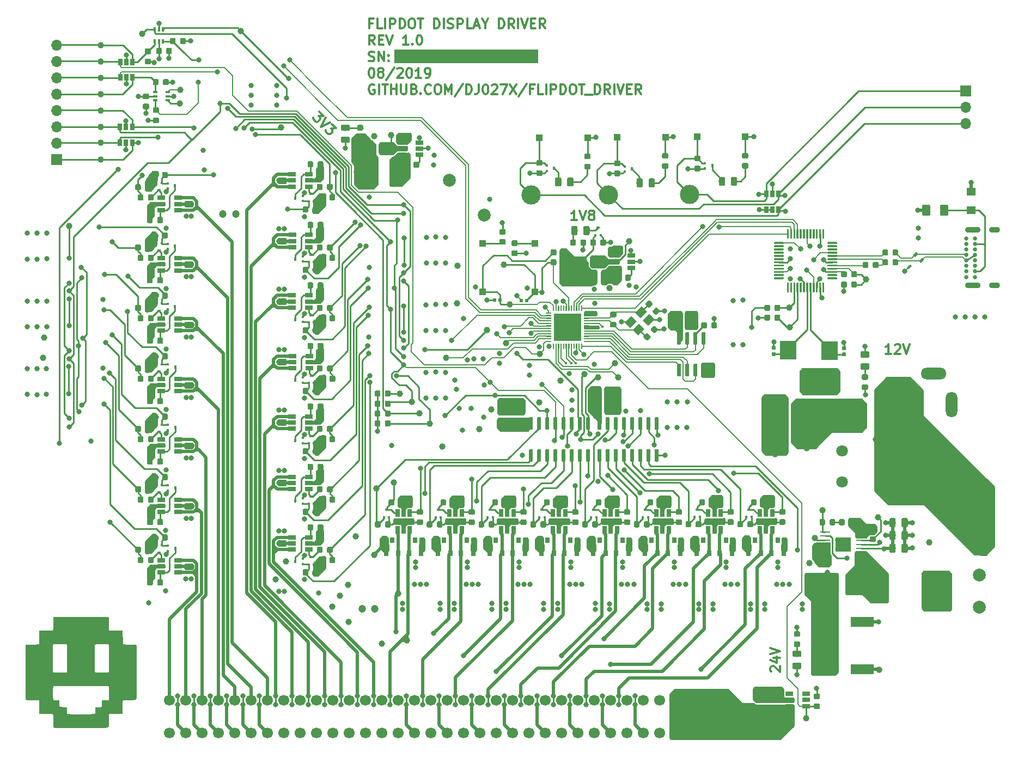
<source format=gbr>
G04 #@! TF.GenerationSoftware,KiCad,Pcbnew,5.1.4*
G04 #@! TF.CreationDate,2019-08-23T02:01:12-04:00*
G04 #@! TF.ProjectId,flipdot_driver,666c6970-646f-4745-9f64-72697665722e,rev?*
G04 #@! TF.SameCoordinates,Original*
G04 #@! TF.FileFunction,Copper,L1,Top*
G04 #@! TF.FilePolarity,Positive*
%FSLAX46Y46*%
G04 Gerber Fmt 4.6, Leading zero omitted, Abs format (unit mm)*
G04 Created by KiCad (PCBNEW 5.1.4) date 2019-08-23 02:01:12*
%MOMM*%
%LPD*%
G04 APERTURE LIST*
%ADD10C,0.100000*%
%ADD11C,0.300000*%
%ADD12C,0.010000*%
%ADD13R,1.000000X1.000000*%
%ADD14C,1.000000*%
%ADD15O,1.700000X0.900000*%
%ADD16O,2.400000X0.900000*%
%ADD17C,0.650000*%
%ADD18C,0.300000*%
%ADD19C,0.450000*%
%ADD20C,0.875000*%
%ADD21R,0.550000X0.600000*%
%ADD22R,0.650000X0.400000*%
%ADD23R,2.650000X3.600000*%
%ADD24R,0.700000X1.000000*%
%ADD25R,0.400000X0.650000*%
%ADD26R,0.400000X0.450000*%
%ADD27R,0.500000X0.450000*%
%ADD28O,1.700000X1.700000*%
%ADD29R,1.700000X1.700000*%
%ADD30C,0.975000*%
%ADD31R,1.220000X0.650000*%
%ADD32C,1.200000*%
%ADD33C,1.800000*%
%ADD34R,1.500000X4.000000*%
%ADD35R,0.700000X1.800000*%
%ADD36R,2.500000X3.000000*%
%ADD37C,0.600000*%
%ADD38C,4.300000*%
%ADD39C,0.200000*%
%ADD40R,2.460000X2.310000*%
%ADD41R,1.550000X0.250000*%
%ADD42C,1.250000*%
%ADD43C,2.000000*%
%ADD44R,2.000000X2.000000*%
%ADD45R,1.800000X4.400000*%
%ADD46O,1.800000X4.000000*%
%ADD47O,4.000000X1.800000*%
%ADD48R,1.400000X1.300000*%
%ADD49R,1.000000X0.950000*%
%ADD50R,4.900000X3.200000*%
%ADD51R,1.800000X2.500000*%
%ADD52R,3.600000X1.650000*%
%ADD53R,0.450000X0.500000*%
%ADD54R,0.450000X0.400000*%
%ADD55C,1.700000*%
%ADD56R,0.650000X1.220000*%
%ADD57R,0.800000X0.900000*%
%ADD58C,3.000000*%
%ADD59C,0.590000*%
%ADD60C,0.800000*%
%ADD61C,0.400000*%
%ADD62C,0.500000*%
%ADD63C,0.250000*%
%ADD64C,0.200000*%
%ADD65C,0.254000*%
G04 APERTURE END LIST*
D10*
G36*
X144420000Y-41240000D02*
G01*
X122190000Y-41240000D01*
X122190000Y-39240000D01*
X144420000Y-39240000D01*
X144420000Y-41240000D01*
G37*
X144420000Y-41240000D02*
X122190000Y-41240000D01*
X122190000Y-39240000D01*
X144420000Y-39240000D01*
X144420000Y-41240000D01*
D11*
X118772142Y-35132857D02*
X118272142Y-35132857D01*
X118272142Y-35918571D02*
X118272142Y-34418571D01*
X118986428Y-34418571D01*
X120272142Y-35918571D02*
X119557857Y-35918571D01*
X119557857Y-34418571D01*
X120772142Y-35918571D02*
X120772142Y-34418571D01*
X121486428Y-35918571D02*
X121486428Y-34418571D01*
X122057857Y-34418571D01*
X122200714Y-34490000D01*
X122272142Y-34561428D01*
X122343571Y-34704285D01*
X122343571Y-34918571D01*
X122272142Y-35061428D01*
X122200714Y-35132857D01*
X122057857Y-35204285D01*
X121486428Y-35204285D01*
X122986428Y-35918571D02*
X122986428Y-34418571D01*
X123343571Y-34418571D01*
X123557857Y-34490000D01*
X123700714Y-34632857D01*
X123772142Y-34775714D01*
X123843571Y-35061428D01*
X123843571Y-35275714D01*
X123772142Y-35561428D01*
X123700714Y-35704285D01*
X123557857Y-35847142D01*
X123343571Y-35918571D01*
X122986428Y-35918571D01*
X124772142Y-34418571D02*
X125057857Y-34418571D01*
X125200714Y-34490000D01*
X125343571Y-34632857D01*
X125415000Y-34918571D01*
X125415000Y-35418571D01*
X125343571Y-35704285D01*
X125200714Y-35847142D01*
X125057857Y-35918571D01*
X124772142Y-35918571D01*
X124629285Y-35847142D01*
X124486428Y-35704285D01*
X124415000Y-35418571D01*
X124415000Y-34918571D01*
X124486428Y-34632857D01*
X124629285Y-34490000D01*
X124772142Y-34418571D01*
X125843571Y-34418571D02*
X126700714Y-34418571D01*
X126272142Y-35918571D02*
X126272142Y-34418571D01*
X128343571Y-35918571D02*
X128343571Y-34418571D01*
X128700714Y-34418571D01*
X128915000Y-34490000D01*
X129057857Y-34632857D01*
X129129285Y-34775714D01*
X129200714Y-35061428D01*
X129200714Y-35275714D01*
X129129285Y-35561428D01*
X129057857Y-35704285D01*
X128915000Y-35847142D01*
X128700714Y-35918571D01*
X128343571Y-35918571D01*
X129843571Y-35918571D02*
X129843571Y-34418571D01*
X130486428Y-35847142D02*
X130700714Y-35918571D01*
X131057857Y-35918571D01*
X131200714Y-35847142D01*
X131272142Y-35775714D01*
X131343571Y-35632857D01*
X131343571Y-35490000D01*
X131272142Y-35347142D01*
X131200714Y-35275714D01*
X131057857Y-35204285D01*
X130772142Y-35132857D01*
X130629285Y-35061428D01*
X130557857Y-34990000D01*
X130486428Y-34847142D01*
X130486428Y-34704285D01*
X130557857Y-34561428D01*
X130629285Y-34490000D01*
X130772142Y-34418571D01*
X131129285Y-34418571D01*
X131343571Y-34490000D01*
X131986428Y-35918571D02*
X131986428Y-34418571D01*
X132557857Y-34418571D01*
X132700714Y-34490000D01*
X132772142Y-34561428D01*
X132843571Y-34704285D01*
X132843571Y-34918571D01*
X132772142Y-35061428D01*
X132700714Y-35132857D01*
X132557857Y-35204285D01*
X131986428Y-35204285D01*
X134200714Y-35918571D02*
X133486428Y-35918571D01*
X133486428Y-34418571D01*
X134629285Y-35490000D02*
X135343571Y-35490000D01*
X134486428Y-35918571D02*
X134986428Y-34418571D01*
X135486428Y-35918571D01*
X136272142Y-35204285D02*
X136272142Y-35918571D01*
X135772142Y-34418571D02*
X136272142Y-35204285D01*
X136772142Y-34418571D01*
X138415000Y-35918571D02*
X138415000Y-34418571D01*
X138772142Y-34418571D01*
X138986428Y-34490000D01*
X139129285Y-34632857D01*
X139200714Y-34775714D01*
X139272142Y-35061428D01*
X139272142Y-35275714D01*
X139200714Y-35561428D01*
X139129285Y-35704285D01*
X138986428Y-35847142D01*
X138772142Y-35918571D01*
X138415000Y-35918571D01*
X140772142Y-35918571D02*
X140272142Y-35204285D01*
X139915000Y-35918571D02*
X139915000Y-34418571D01*
X140486428Y-34418571D01*
X140629285Y-34490000D01*
X140700714Y-34561428D01*
X140772142Y-34704285D01*
X140772142Y-34918571D01*
X140700714Y-35061428D01*
X140629285Y-35132857D01*
X140486428Y-35204285D01*
X139915000Y-35204285D01*
X141415000Y-35918571D02*
X141415000Y-34418571D01*
X141915000Y-34418571D02*
X142415000Y-35918571D01*
X142915000Y-34418571D01*
X143415000Y-35132857D02*
X143915000Y-35132857D01*
X144129285Y-35918571D02*
X143415000Y-35918571D01*
X143415000Y-34418571D01*
X144129285Y-34418571D01*
X145629285Y-35918571D02*
X145129285Y-35204285D01*
X144772142Y-35918571D02*
X144772142Y-34418571D01*
X145343571Y-34418571D01*
X145486428Y-34490000D01*
X145557857Y-34561428D01*
X145629285Y-34704285D01*
X145629285Y-34918571D01*
X145557857Y-35061428D01*
X145486428Y-35132857D01*
X145343571Y-35204285D01*
X144772142Y-35204285D01*
X119129285Y-38468571D02*
X118629285Y-37754285D01*
X118272142Y-38468571D02*
X118272142Y-36968571D01*
X118843571Y-36968571D01*
X118986428Y-37040000D01*
X119057857Y-37111428D01*
X119129285Y-37254285D01*
X119129285Y-37468571D01*
X119057857Y-37611428D01*
X118986428Y-37682857D01*
X118843571Y-37754285D01*
X118272142Y-37754285D01*
X119772142Y-37682857D02*
X120272142Y-37682857D01*
X120486428Y-38468571D02*
X119772142Y-38468571D01*
X119772142Y-36968571D01*
X120486428Y-36968571D01*
X120915000Y-36968571D02*
X121415000Y-38468571D01*
X121915000Y-36968571D01*
X124343571Y-38468571D02*
X123486428Y-38468571D01*
X123915000Y-38468571D02*
X123915000Y-36968571D01*
X123772142Y-37182857D01*
X123629285Y-37325714D01*
X123486428Y-37397142D01*
X124986428Y-38325714D02*
X125057857Y-38397142D01*
X124986428Y-38468571D01*
X124915000Y-38397142D01*
X124986428Y-38325714D01*
X124986428Y-38468571D01*
X125986428Y-36968571D02*
X126129285Y-36968571D01*
X126272142Y-37040000D01*
X126343571Y-37111428D01*
X126415000Y-37254285D01*
X126486428Y-37540000D01*
X126486428Y-37897142D01*
X126415000Y-38182857D01*
X126343571Y-38325714D01*
X126272142Y-38397142D01*
X126129285Y-38468571D01*
X125986428Y-38468571D01*
X125843571Y-38397142D01*
X125772142Y-38325714D01*
X125700714Y-38182857D01*
X125629285Y-37897142D01*
X125629285Y-37540000D01*
X125700714Y-37254285D01*
X125772142Y-37111428D01*
X125843571Y-37040000D01*
X125986428Y-36968571D01*
X118200714Y-40947142D02*
X118415000Y-41018571D01*
X118772142Y-41018571D01*
X118915000Y-40947142D01*
X118986428Y-40875714D01*
X119057857Y-40732857D01*
X119057857Y-40590000D01*
X118986428Y-40447142D01*
X118915000Y-40375714D01*
X118772142Y-40304285D01*
X118486428Y-40232857D01*
X118343571Y-40161428D01*
X118272142Y-40090000D01*
X118200714Y-39947142D01*
X118200714Y-39804285D01*
X118272142Y-39661428D01*
X118343571Y-39590000D01*
X118486428Y-39518571D01*
X118843571Y-39518571D01*
X119057857Y-39590000D01*
X119700714Y-41018571D02*
X119700714Y-39518571D01*
X120557857Y-41018571D01*
X120557857Y-39518571D01*
X121272142Y-40875714D02*
X121343571Y-40947142D01*
X121272142Y-41018571D01*
X121200714Y-40947142D01*
X121272142Y-40875714D01*
X121272142Y-41018571D01*
X121272142Y-40090000D02*
X121343571Y-40161428D01*
X121272142Y-40232857D01*
X121200714Y-40161428D01*
X121272142Y-40090000D01*
X121272142Y-40232857D01*
X118557857Y-42068571D02*
X118700714Y-42068571D01*
X118843571Y-42140000D01*
X118915000Y-42211428D01*
X118986428Y-42354285D01*
X119057857Y-42640000D01*
X119057857Y-42997142D01*
X118986428Y-43282857D01*
X118915000Y-43425714D01*
X118843571Y-43497142D01*
X118700714Y-43568571D01*
X118557857Y-43568571D01*
X118415000Y-43497142D01*
X118343571Y-43425714D01*
X118272142Y-43282857D01*
X118200714Y-42997142D01*
X118200714Y-42640000D01*
X118272142Y-42354285D01*
X118343571Y-42211428D01*
X118415000Y-42140000D01*
X118557857Y-42068571D01*
X119915000Y-42711428D02*
X119772142Y-42640000D01*
X119700714Y-42568571D01*
X119629285Y-42425714D01*
X119629285Y-42354285D01*
X119700714Y-42211428D01*
X119772142Y-42140000D01*
X119915000Y-42068571D01*
X120200714Y-42068571D01*
X120343571Y-42140000D01*
X120415000Y-42211428D01*
X120486428Y-42354285D01*
X120486428Y-42425714D01*
X120415000Y-42568571D01*
X120343571Y-42640000D01*
X120200714Y-42711428D01*
X119915000Y-42711428D01*
X119772142Y-42782857D01*
X119700714Y-42854285D01*
X119629285Y-42997142D01*
X119629285Y-43282857D01*
X119700714Y-43425714D01*
X119772142Y-43497142D01*
X119915000Y-43568571D01*
X120200714Y-43568571D01*
X120343571Y-43497142D01*
X120415000Y-43425714D01*
X120486428Y-43282857D01*
X120486428Y-42997142D01*
X120415000Y-42854285D01*
X120343571Y-42782857D01*
X120200714Y-42711428D01*
X122200714Y-41997142D02*
X120915000Y-43925714D01*
X122629285Y-42211428D02*
X122700714Y-42140000D01*
X122843571Y-42068571D01*
X123200714Y-42068571D01*
X123343571Y-42140000D01*
X123415000Y-42211428D01*
X123486428Y-42354285D01*
X123486428Y-42497142D01*
X123415000Y-42711428D01*
X122557857Y-43568571D01*
X123486428Y-43568571D01*
X124415000Y-42068571D02*
X124557857Y-42068571D01*
X124700714Y-42140000D01*
X124772142Y-42211428D01*
X124843571Y-42354285D01*
X124915000Y-42640000D01*
X124915000Y-42997142D01*
X124843571Y-43282857D01*
X124772142Y-43425714D01*
X124700714Y-43497142D01*
X124557857Y-43568571D01*
X124415000Y-43568571D01*
X124272142Y-43497142D01*
X124200714Y-43425714D01*
X124129285Y-43282857D01*
X124057857Y-42997142D01*
X124057857Y-42640000D01*
X124129285Y-42354285D01*
X124200714Y-42211428D01*
X124272142Y-42140000D01*
X124415000Y-42068571D01*
X126343571Y-43568571D02*
X125486428Y-43568571D01*
X125915000Y-43568571D02*
X125915000Y-42068571D01*
X125772142Y-42282857D01*
X125629285Y-42425714D01*
X125486428Y-42497142D01*
X127057857Y-43568571D02*
X127343571Y-43568571D01*
X127486428Y-43497142D01*
X127557857Y-43425714D01*
X127700714Y-43211428D01*
X127772142Y-42925714D01*
X127772142Y-42354285D01*
X127700714Y-42211428D01*
X127629285Y-42140000D01*
X127486428Y-42068571D01*
X127200714Y-42068571D01*
X127057857Y-42140000D01*
X126986428Y-42211428D01*
X126915000Y-42354285D01*
X126915000Y-42711428D01*
X126986428Y-42854285D01*
X127057857Y-42925714D01*
X127200714Y-42997142D01*
X127486428Y-42997142D01*
X127629285Y-42925714D01*
X127700714Y-42854285D01*
X127772142Y-42711428D01*
X119057857Y-44690000D02*
X118915000Y-44618571D01*
X118700714Y-44618571D01*
X118486428Y-44690000D01*
X118343571Y-44832857D01*
X118272142Y-44975714D01*
X118200714Y-45261428D01*
X118200714Y-45475714D01*
X118272142Y-45761428D01*
X118343571Y-45904285D01*
X118486428Y-46047142D01*
X118700714Y-46118571D01*
X118843571Y-46118571D01*
X119057857Y-46047142D01*
X119129285Y-45975714D01*
X119129285Y-45475714D01*
X118843571Y-45475714D01*
X119772142Y-46118571D02*
X119772142Y-44618571D01*
X120272142Y-44618571D02*
X121129285Y-44618571D01*
X120700714Y-46118571D02*
X120700714Y-44618571D01*
X121629285Y-46118571D02*
X121629285Y-44618571D01*
X121629285Y-45332857D02*
X122486428Y-45332857D01*
X122486428Y-46118571D02*
X122486428Y-44618571D01*
X123200714Y-44618571D02*
X123200714Y-45832857D01*
X123272142Y-45975714D01*
X123343571Y-46047142D01*
X123486428Y-46118571D01*
X123772142Y-46118571D01*
X123915000Y-46047142D01*
X123986428Y-45975714D01*
X124057857Y-45832857D01*
X124057857Y-44618571D01*
X125272142Y-45332857D02*
X125486428Y-45404285D01*
X125557857Y-45475714D01*
X125629285Y-45618571D01*
X125629285Y-45832857D01*
X125557857Y-45975714D01*
X125486428Y-46047142D01*
X125343571Y-46118571D01*
X124772142Y-46118571D01*
X124772142Y-44618571D01*
X125272142Y-44618571D01*
X125415000Y-44690000D01*
X125486428Y-44761428D01*
X125557857Y-44904285D01*
X125557857Y-45047142D01*
X125486428Y-45190000D01*
X125415000Y-45261428D01*
X125272142Y-45332857D01*
X124772142Y-45332857D01*
X126272142Y-45975714D02*
X126343571Y-46047142D01*
X126272142Y-46118571D01*
X126200714Y-46047142D01*
X126272142Y-45975714D01*
X126272142Y-46118571D01*
X127843571Y-45975714D02*
X127772142Y-46047142D01*
X127557857Y-46118571D01*
X127415000Y-46118571D01*
X127200714Y-46047142D01*
X127057857Y-45904285D01*
X126986428Y-45761428D01*
X126915000Y-45475714D01*
X126915000Y-45261428D01*
X126986428Y-44975714D01*
X127057857Y-44832857D01*
X127200714Y-44690000D01*
X127415000Y-44618571D01*
X127557857Y-44618571D01*
X127772142Y-44690000D01*
X127843571Y-44761428D01*
X128772142Y-44618571D02*
X129057857Y-44618571D01*
X129200714Y-44690000D01*
X129343571Y-44832857D01*
X129415000Y-45118571D01*
X129415000Y-45618571D01*
X129343571Y-45904285D01*
X129200714Y-46047142D01*
X129057857Y-46118571D01*
X128772142Y-46118571D01*
X128629285Y-46047142D01*
X128486428Y-45904285D01*
X128415000Y-45618571D01*
X128415000Y-45118571D01*
X128486428Y-44832857D01*
X128629285Y-44690000D01*
X128772142Y-44618571D01*
X130057857Y-46118571D02*
X130057857Y-44618571D01*
X130557857Y-45690000D01*
X131057857Y-44618571D01*
X131057857Y-46118571D01*
X132843571Y-44547142D02*
X131557857Y-46475714D01*
X133343571Y-46118571D02*
X133343571Y-44618571D01*
X133700714Y-44618571D01*
X133915000Y-44690000D01*
X134057857Y-44832857D01*
X134129285Y-44975714D01*
X134200714Y-45261428D01*
X134200714Y-45475714D01*
X134129285Y-45761428D01*
X134057857Y-45904285D01*
X133915000Y-46047142D01*
X133700714Y-46118571D01*
X133343571Y-46118571D01*
X135272142Y-44618571D02*
X135272142Y-45690000D01*
X135200714Y-45904285D01*
X135057857Y-46047142D01*
X134843571Y-46118571D01*
X134700714Y-46118571D01*
X136272142Y-44618571D02*
X136415000Y-44618571D01*
X136557857Y-44690000D01*
X136629285Y-44761428D01*
X136700714Y-44904285D01*
X136772142Y-45190000D01*
X136772142Y-45547142D01*
X136700714Y-45832857D01*
X136629285Y-45975714D01*
X136557857Y-46047142D01*
X136415000Y-46118571D01*
X136272142Y-46118571D01*
X136129285Y-46047142D01*
X136057857Y-45975714D01*
X135986428Y-45832857D01*
X135915000Y-45547142D01*
X135915000Y-45190000D01*
X135986428Y-44904285D01*
X136057857Y-44761428D01*
X136129285Y-44690000D01*
X136272142Y-44618571D01*
X137343571Y-44761428D02*
X137415000Y-44690000D01*
X137557857Y-44618571D01*
X137915000Y-44618571D01*
X138057857Y-44690000D01*
X138129285Y-44761428D01*
X138200714Y-44904285D01*
X138200714Y-45047142D01*
X138129285Y-45261428D01*
X137272142Y-46118571D01*
X138200714Y-46118571D01*
X138700714Y-44618571D02*
X139700714Y-44618571D01*
X139057857Y-46118571D01*
X140129285Y-44618571D02*
X141129285Y-46118571D01*
X141129285Y-44618571D02*
X140129285Y-46118571D01*
X142772142Y-44547142D02*
X141486428Y-46475714D01*
X143772142Y-45332857D02*
X143272142Y-45332857D01*
X143272142Y-46118571D02*
X143272142Y-44618571D01*
X143986428Y-44618571D01*
X145272142Y-46118571D02*
X144557857Y-46118571D01*
X144557857Y-44618571D01*
X145772142Y-46118571D02*
X145772142Y-44618571D01*
X146486428Y-46118571D02*
X146486428Y-44618571D01*
X147057857Y-44618571D01*
X147200714Y-44690000D01*
X147272142Y-44761428D01*
X147343571Y-44904285D01*
X147343571Y-45118571D01*
X147272142Y-45261428D01*
X147200714Y-45332857D01*
X147057857Y-45404285D01*
X146486428Y-45404285D01*
X147986428Y-46118571D02*
X147986428Y-44618571D01*
X148343571Y-44618571D01*
X148557857Y-44690000D01*
X148700714Y-44832857D01*
X148772142Y-44975714D01*
X148843571Y-45261428D01*
X148843571Y-45475714D01*
X148772142Y-45761428D01*
X148700714Y-45904285D01*
X148557857Y-46047142D01*
X148343571Y-46118571D01*
X147986428Y-46118571D01*
X149772142Y-44618571D02*
X150057857Y-44618571D01*
X150200714Y-44690000D01*
X150343571Y-44832857D01*
X150415000Y-45118571D01*
X150415000Y-45618571D01*
X150343571Y-45904285D01*
X150200714Y-46047142D01*
X150057857Y-46118571D01*
X149772142Y-46118571D01*
X149629285Y-46047142D01*
X149486428Y-45904285D01*
X149415000Y-45618571D01*
X149415000Y-45118571D01*
X149486428Y-44832857D01*
X149629285Y-44690000D01*
X149772142Y-44618571D01*
X150843571Y-44618571D02*
X151700714Y-44618571D01*
X151272142Y-46118571D02*
X151272142Y-44618571D01*
X151843571Y-46261428D02*
X152986428Y-46261428D01*
X153343571Y-46118571D02*
X153343571Y-44618571D01*
X153700714Y-44618571D01*
X153915000Y-44690000D01*
X154057857Y-44832857D01*
X154129285Y-44975714D01*
X154200714Y-45261428D01*
X154200714Y-45475714D01*
X154129285Y-45761428D01*
X154057857Y-45904285D01*
X153915000Y-46047142D01*
X153700714Y-46118571D01*
X153343571Y-46118571D01*
X155700714Y-46118571D02*
X155200714Y-45404285D01*
X154843571Y-46118571D02*
X154843571Y-44618571D01*
X155415000Y-44618571D01*
X155557857Y-44690000D01*
X155629285Y-44761428D01*
X155700714Y-44904285D01*
X155700714Y-45118571D01*
X155629285Y-45261428D01*
X155557857Y-45332857D01*
X155415000Y-45404285D01*
X154843571Y-45404285D01*
X156343571Y-46118571D02*
X156343571Y-44618571D01*
X156843571Y-44618571D02*
X157343571Y-46118571D01*
X157843571Y-44618571D01*
X158343571Y-45332857D02*
X158843571Y-45332857D01*
X159057857Y-46118571D02*
X158343571Y-46118571D01*
X158343571Y-44618571D01*
X159057857Y-44618571D01*
X160557857Y-46118571D02*
X160057857Y-45404285D01*
X159700714Y-46118571D02*
X159700714Y-44618571D01*
X160272142Y-44618571D01*
X160415000Y-44690000D01*
X160486428Y-44761428D01*
X160557857Y-44904285D01*
X160557857Y-45118571D01*
X160486428Y-45261428D01*
X160415000Y-45332857D01*
X160272142Y-45404285D01*
X159700714Y-45404285D01*
X110522492Y-48861110D02*
X111179091Y-49517710D01*
X110421477Y-49568217D01*
X110573000Y-49719740D01*
X110623507Y-49871263D01*
X110623507Y-49972278D01*
X110573000Y-50123801D01*
X110320461Y-50376339D01*
X110168939Y-50426847D01*
X110067923Y-50426847D01*
X109916400Y-50376339D01*
X109613355Y-50073294D01*
X109562847Y-49921771D01*
X109562847Y-49820755D01*
X111482137Y-49820755D02*
X110775030Y-51234969D01*
X112189244Y-50527862D01*
X112441782Y-50780400D02*
X113098381Y-51436999D01*
X112340766Y-51487507D01*
X112492289Y-51639030D01*
X112542797Y-51790553D01*
X112542797Y-51891568D01*
X112492289Y-52043091D01*
X112239751Y-52295629D01*
X112088228Y-52346137D01*
X111987213Y-52346137D01*
X111835690Y-52295629D01*
X111532644Y-51992583D01*
X111482137Y-51841060D01*
X111482137Y-51740045D01*
X150571428Y-65728571D02*
X149714285Y-65728571D01*
X150142857Y-65728571D02*
X150142857Y-64228571D01*
X150000000Y-64442857D01*
X149857142Y-64585714D01*
X149714285Y-64657142D01*
X151000000Y-64228571D02*
X151500000Y-65728571D01*
X152000000Y-64228571D01*
X152714285Y-64871428D02*
X152571428Y-64800000D01*
X152500000Y-64728571D01*
X152428571Y-64585714D01*
X152428571Y-64514285D01*
X152500000Y-64371428D01*
X152571428Y-64300000D01*
X152714285Y-64228571D01*
X153000000Y-64228571D01*
X153142857Y-64300000D01*
X153214285Y-64371428D01*
X153285714Y-64514285D01*
X153285714Y-64585714D01*
X153214285Y-64728571D01*
X153142857Y-64800000D01*
X153000000Y-64871428D01*
X152714285Y-64871428D01*
X152571428Y-64942857D01*
X152500000Y-65014285D01*
X152428571Y-65157142D01*
X152428571Y-65442857D01*
X152500000Y-65585714D01*
X152571428Y-65657142D01*
X152714285Y-65728571D01*
X153000000Y-65728571D01*
X153142857Y-65657142D01*
X153214285Y-65585714D01*
X153285714Y-65442857D01*
X153285714Y-65157142D01*
X153214285Y-65014285D01*
X153142857Y-64942857D01*
X153000000Y-64871428D01*
X180771428Y-135935714D02*
X180700000Y-135864285D01*
X180628571Y-135721428D01*
X180628571Y-135364285D01*
X180700000Y-135221428D01*
X180771428Y-135150000D01*
X180914285Y-135078571D01*
X181057142Y-135078571D01*
X181271428Y-135150000D01*
X182128571Y-136007142D01*
X182128571Y-135078571D01*
X181128571Y-133792857D02*
X182128571Y-133792857D01*
X180557142Y-134150000D02*
X181628571Y-134507142D01*
X181628571Y-133578571D01*
X180628571Y-133221428D02*
X182128571Y-132721428D01*
X180628571Y-132221428D01*
X199421428Y-86518571D02*
X198564285Y-86518571D01*
X198992857Y-86518571D02*
X198992857Y-85018571D01*
X198850000Y-85232857D01*
X198707142Y-85375714D01*
X198564285Y-85447142D01*
X199992857Y-85161428D02*
X200064285Y-85090000D01*
X200207142Y-85018571D01*
X200564285Y-85018571D01*
X200707142Y-85090000D01*
X200778571Y-85161428D01*
X200850000Y-85304285D01*
X200850000Y-85447142D01*
X200778571Y-85661428D01*
X199921428Y-86518571D01*
X200850000Y-86518571D01*
X201278571Y-85018571D02*
X201778571Y-86518571D01*
X202278571Y-85018571D01*
D12*
G36*
X72989596Y-127395710D02*
G01*
X73432038Y-127395781D01*
X73929780Y-127395898D01*
X74386919Y-127396050D01*
X74805183Y-127396251D01*
X75186301Y-127396517D01*
X75532004Y-127396862D01*
X75844021Y-127397302D01*
X76124081Y-127397851D01*
X76373913Y-127398525D01*
X76595247Y-127399337D01*
X76789812Y-127400303D01*
X76959338Y-127401439D01*
X77105554Y-127402758D01*
X77230189Y-127404276D01*
X77334974Y-127406007D01*
X77421636Y-127407967D01*
X77491906Y-127410170D01*
X77547513Y-127412632D01*
X77590187Y-127415367D01*
X77621656Y-127418389D01*
X77643651Y-127421715D01*
X77657900Y-127425359D01*
X77666134Y-127429335D01*
X77669208Y-127432276D01*
X77675731Y-127450947D01*
X77681182Y-127489814D01*
X77685636Y-127551794D01*
X77689168Y-127639803D01*
X77691853Y-127756758D01*
X77693766Y-127905575D01*
X77694982Y-128089171D01*
X77695577Y-128310462D01*
X77695667Y-128459674D01*
X77695666Y-129451424D01*
X77791846Y-129547604D01*
X78808509Y-129538991D01*
X79047305Y-129537129D01*
X79247159Y-129535986D01*
X79411458Y-129535629D01*
X79543589Y-129536128D01*
X79646938Y-129537552D01*
X79724892Y-129539969D01*
X79780839Y-129543449D01*
X79818164Y-129548060D01*
X79840255Y-129553871D01*
X79849909Y-129560184D01*
X79856175Y-129581135D01*
X79861618Y-129629281D01*
X79866300Y-129706774D01*
X79870284Y-129815765D01*
X79873631Y-129958406D01*
X79876404Y-130136848D01*
X79878665Y-130353245D01*
X79880476Y-130609747D01*
X79880531Y-130619368D01*
X79882164Y-130865664D01*
X79884073Y-131072656D01*
X79886354Y-131243372D01*
X79889102Y-131380841D01*
X79892414Y-131488090D01*
X79896385Y-131568149D01*
X79901110Y-131624045D01*
X79906686Y-131658808D01*
X79913207Y-131675466D01*
X79913910Y-131676247D01*
X79929351Y-131682980D01*
X79963268Y-131688835D01*
X80018662Y-131693923D01*
X80098537Y-131698353D01*
X80205897Y-131702236D01*
X80343745Y-131705681D01*
X80515084Y-131708798D01*
X80722918Y-131711697D01*
X80955332Y-131714333D01*
X81218625Y-131717469D01*
X81440961Y-131720974D01*
X81623715Y-131724892D01*
X81768264Y-131729271D01*
X81875981Y-131734154D01*
X81948244Y-131739588D01*
X81986426Y-131745617D01*
X81992938Y-131748617D01*
X81995946Y-131764148D01*
X81998707Y-131805191D01*
X82001228Y-131872825D01*
X82003514Y-131968130D01*
X82005570Y-132092184D01*
X82007402Y-132246067D01*
X82009016Y-132430859D01*
X82010417Y-132647638D01*
X82011610Y-132897483D01*
X82012602Y-133181475D01*
X82013396Y-133500692D01*
X82014000Y-133856213D01*
X82014418Y-134249119D01*
X82014656Y-134680487D01*
X82014720Y-135151398D01*
X82014614Y-135662930D01*
X82014476Y-135981860D01*
X82014194Y-136482927D01*
X82013872Y-136943354D01*
X82013494Y-137364833D01*
X82013049Y-137749058D01*
X82012521Y-138097721D01*
X82011899Y-138412516D01*
X82011167Y-138695135D01*
X82010313Y-138947272D01*
X82009323Y-139170619D01*
X82008184Y-139366869D01*
X82006881Y-139537716D01*
X82005402Y-139684853D01*
X82003732Y-139809971D01*
X82001859Y-139914765D01*
X81999768Y-140000927D01*
X81997447Y-140070150D01*
X81994881Y-140124127D01*
X81992057Y-140164552D01*
X81988961Y-140193116D01*
X81985581Y-140211514D01*
X81981902Y-140221437D01*
X81980520Y-140223243D01*
X81968010Y-140230787D01*
X81944446Y-140237219D01*
X81906348Y-140242680D01*
X81850240Y-140247314D01*
X81772643Y-140251262D01*
X81670079Y-140254665D01*
X81539071Y-140257667D01*
X81376141Y-140260410D01*
X81177810Y-140263035D01*
X80942293Y-140265667D01*
X80709660Y-140268175D01*
X80515711Y-140270497D01*
X80356801Y-140272813D01*
X80229282Y-140275306D01*
X80129507Y-140278158D01*
X80053830Y-140281550D01*
X79998604Y-140285664D01*
X79960182Y-140290681D01*
X79934917Y-140296785D01*
X79919163Y-140304156D01*
X79909272Y-140312977D01*
X79905858Y-140317337D01*
X79898527Y-140333645D01*
X79892404Y-140363087D01*
X79887375Y-140409170D01*
X79883326Y-140475400D01*
X79880143Y-140565282D01*
X79877712Y-140682323D01*
X79875921Y-140830030D01*
X79874655Y-141011908D01*
X79873800Y-141231464D01*
X79873590Y-141312170D01*
X79873203Y-141510977D01*
X79872991Y-141698190D01*
X79872949Y-141869254D01*
X79873071Y-142019615D01*
X79873352Y-142144717D01*
X79873785Y-142240007D01*
X79874364Y-142300929D01*
X79874891Y-142321313D01*
X79876551Y-142349064D01*
X79875423Y-142372354D01*
X79868122Y-142391573D01*
X79851263Y-142407112D01*
X79821462Y-142419362D01*
X79775334Y-142428713D01*
X79709493Y-142435557D01*
X79620556Y-142440283D01*
X79505137Y-142443284D01*
X79359852Y-142444949D01*
X79181315Y-142445670D01*
X78966143Y-142445837D01*
X78796333Y-142445833D01*
X78560294Y-142445961D01*
X78363033Y-142446419D01*
X78200995Y-142447321D01*
X78070623Y-142448780D01*
X77968364Y-142450908D01*
X77890661Y-142453820D01*
X77833960Y-142457627D01*
X77794705Y-142462443D01*
X77769342Y-142468380D01*
X77754315Y-142475553D01*
X77750095Y-142479095D01*
X77722048Y-142506947D01*
X77712554Y-142516137D01*
X77711454Y-142537393D01*
X77709969Y-142596835D01*
X77708164Y-142690320D01*
X77706104Y-142813701D01*
X77703856Y-142962836D01*
X77701484Y-143133578D01*
X77699054Y-143321784D01*
X77696679Y-143519312D01*
X77693791Y-143754972D01*
X77690976Y-143951813D01*
X77688083Y-144113348D01*
X77684963Y-144243091D01*
X77681466Y-144344555D01*
X77677442Y-144421254D01*
X77672742Y-144476702D01*
X77667216Y-144514411D01*
X77660715Y-144537895D01*
X77653088Y-144550669D01*
X77652737Y-144551027D01*
X77645520Y-144554925D01*
X77630842Y-144558512D01*
X77606981Y-144561805D01*
X77572212Y-144564819D01*
X77524810Y-144567569D01*
X77463053Y-144570072D01*
X77385216Y-144572344D01*
X77289576Y-144574399D01*
X77174407Y-144576254D01*
X77037987Y-144577924D01*
X76878592Y-144579426D01*
X76694496Y-144580775D01*
X76483977Y-144581987D01*
X76245311Y-144583078D01*
X75976773Y-144584063D01*
X75676640Y-144584959D01*
X75343187Y-144585780D01*
X74974690Y-144586543D01*
X74569427Y-144587264D01*
X74125672Y-144587958D01*
X73641702Y-144588642D01*
X73525237Y-144588798D01*
X73110388Y-144589293D01*
X72705964Y-144589662D01*
X72314076Y-144589909D01*
X71936836Y-144590035D01*
X71576356Y-144590045D01*
X71234746Y-144589941D01*
X70914118Y-144589726D01*
X70616583Y-144589403D01*
X70344253Y-144588974D01*
X70099239Y-144588442D01*
X69883652Y-144587811D01*
X69699604Y-144587082D01*
X69549205Y-144586260D01*
X69434568Y-144585346D01*
X69357804Y-144584344D01*
X69321023Y-144583256D01*
X69319478Y-144583128D01*
X69251171Y-144571852D01*
X69198630Y-144555311D01*
X69181895Y-144545051D01*
X69175217Y-144528950D01*
X69169391Y-144492975D01*
X69164311Y-144434226D01*
X69159873Y-144349799D01*
X69155970Y-144236793D01*
X69152497Y-144092303D01*
X69149348Y-143913430D01*
X69146418Y-143697268D01*
X69144333Y-143511988D01*
X69141824Y-143279393D01*
X69139502Y-143085481D01*
X69137186Y-142926607D01*
X69134692Y-142799122D01*
X69131839Y-142699379D01*
X69128446Y-142623731D01*
X69124331Y-142568531D01*
X69119311Y-142530131D01*
X69113205Y-142504883D01*
X69105830Y-142489141D01*
X69097006Y-142479256D01*
X69092663Y-142475857D01*
X69076838Y-142468721D01*
X69048314Y-142462767D01*
X69003658Y-142457897D01*
X68939440Y-142454012D01*
X68852226Y-142451013D01*
X68738584Y-142448801D01*
X68595082Y-142447278D01*
X68418289Y-142446345D01*
X68204772Y-142445904D01*
X68048813Y-142445833D01*
X67795507Y-142445373D01*
X67574227Y-142444016D01*
X67386663Y-142441796D01*
X67234501Y-142438748D01*
X67119432Y-142434907D01*
X67043142Y-142430308D01*
X67007319Y-142424985D01*
X67006010Y-142424404D01*
X66996827Y-142418033D01*
X66989191Y-142407226D01*
X66982980Y-142388396D01*
X66978071Y-142357953D01*
X66974343Y-142312310D01*
X66971673Y-142247876D01*
X66969938Y-142161065D01*
X66969018Y-142048287D01*
X66968788Y-141905953D01*
X66969129Y-141730474D01*
X66969916Y-141518263D01*
X66970506Y-141381946D01*
X66975043Y-140360917D01*
X66928233Y-140313292D01*
X66881424Y-140265667D01*
X65900922Y-140265667D01*
X65668063Y-140265521D01*
X65473885Y-140265007D01*
X65314734Y-140264007D01*
X65186957Y-140262404D01*
X65086903Y-140260080D01*
X65010918Y-140256920D01*
X64955350Y-140252805D01*
X64916546Y-140247618D01*
X64890854Y-140241243D01*
X64874621Y-140233561D01*
X64873376Y-140232716D01*
X64826333Y-140199766D01*
X64826424Y-139013507D01*
X69037818Y-139013507D01*
X69037868Y-139252537D01*
X69037879Y-139264553D01*
X69038213Y-139501964D01*
X69038810Y-139700621D01*
X69039789Y-139864103D01*
X69041270Y-139995989D01*
X69043375Y-140099859D01*
X69046222Y-140179290D01*
X69049932Y-140237864D01*
X69054624Y-140279158D01*
X69060419Y-140306752D01*
X69067437Y-140324224D01*
X69073704Y-140332984D01*
X69089311Y-140346325D01*
X69112516Y-140356212D01*
X69149270Y-140363159D01*
X69205526Y-140367680D01*
X69287234Y-140370289D01*
X69400346Y-140371500D01*
X69523322Y-140371812D01*
X69692172Y-140373113D01*
X69821205Y-140376826D01*
X69912880Y-140383089D01*
X69969652Y-140392044D01*
X69987084Y-140398270D01*
X70003528Y-140408185D01*
X70015909Y-140421777D01*
X70024919Y-140444756D01*
X70031246Y-140482835D01*
X70035579Y-140541724D01*
X70038609Y-140627135D01*
X70041024Y-140744780D01*
X70042893Y-140860533D01*
X70046041Y-141020940D01*
X70050494Y-141144491D01*
X70057224Y-141236667D01*
X70067202Y-141302943D01*
X70081400Y-141348798D01*
X70100792Y-141379709D01*
X70126348Y-141401154D01*
X70140271Y-141409258D01*
X70174233Y-141416808D01*
X70244553Y-141424423D01*
X70345257Y-141431692D01*
X70470374Y-141438204D01*
X70613929Y-141443548D01*
X70657171Y-141444795D01*
X70795737Y-141449216D01*
X70920752Y-141454496D01*
X71025774Y-141460257D01*
X71104361Y-141466123D01*
X71150072Y-141471717D01*
X71158341Y-141474129D01*
X71167573Y-141490257D01*
X71174367Y-141528444D01*
X71178927Y-141592892D01*
X71181457Y-141687805D01*
X71182161Y-141817386D01*
X71181522Y-141952037D01*
X71180794Y-142116979D01*
X71182117Y-142244880D01*
X71186470Y-142341016D01*
X71194831Y-142410668D01*
X71208179Y-142459113D01*
X71227491Y-142491628D01*
X71253745Y-142513493D01*
X71287920Y-142529985D01*
X71288692Y-142530297D01*
X71317374Y-142533430D01*
X71384856Y-142536298D01*
X71487604Y-142538902D01*
X71622086Y-142541241D01*
X71784768Y-142543312D01*
X71972118Y-142545117D01*
X72180602Y-142546653D01*
X72406687Y-142547920D01*
X72646841Y-142548917D01*
X72897530Y-142549644D01*
X73155222Y-142550098D01*
X73416383Y-142550281D01*
X73677480Y-142550190D01*
X73934981Y-142549826D01*
X74185352Y-142549186D01*
X74425060Y-142548271D01*
X74650573Y-142547079D01*
X74858357Y-142545610D01*
X75044879Y-142543863D01*
X75206606Y-142541837D01*
X75340006Y-142539531D01*
X75441545Y-142536944D01*
X75507690Y-142534075D01*
X75533891Y-142531296D01*
X75572741Y-142518816D01*
X75602571Y-142502961D01*
X75624528Y-142478469D01*
X75639762Y-142440080D01*
X75649421Y-142382531D01*
X75654654Y-142300562D01*
X75656610Y-142188911D01*
X75656438Y-142042317D01*
X75656026Y-141971968D01*
X75655586Y-141810566D01*
X75656720Y-141686910D01*
X75659661Y-141596432D01*
X75664641Y-141534565D01*
X75671891Y-141496744D01*
X75681053Y-141478964D01*
X75702336Y-141468568D01*
X75745577Y-141460881D01*
X75815432Y-141455603D01*
X75916551Y-141452433D01*
X76053589Y-141451072D01*
X76114970Y-141450967D01*
X76261466Y-141450430D01*
X76372205Y-141448509D01*
X76453757Y-141444696D01*
X76512689Y-141438486D01*
X76555569Y-141429370D01*
X76588965Y-141416842D01*
X76595000Y-141413925D01*
X76625968Y-141396719D01*
X76649844Y-141376320D01*
X76667589Y-141347350D01*
X76680166Y-141304433D01*
X76688534Y-141242193D01*
X76693657Y-141155251D01*
X76696496Y-141038232D01*
X76698011Y-140885759D01*
X76698329Y-140836108D01*
X76700330Y-140673760D01*
X76704228Y-140551095D01*
X76710189Y-140465501D01*
X76718379Y-140414364D01*
X76726233Y-140396900D01*
X76749537Y-140387946D01*
X76801393Y-140381095D01*
X76884885Y-140376197D01*
X77003099Y-140373100D01*
X77159120Y-140371653D01*
X77244329Y-140371500D01*
X77401002Y-140371398D01*
X77520735Y-140370765D01*
X77608918Y-140369109D01*
X77670943Y-140365938D01*
X77712202Y-140360762D01*
X77738088Y-140353089D01*
X77753992Y-140342427D01*
X77765306Y-140328285D01*
X77768317Y-140323741D01*
X77776661Y-140305054D01*
X77783473Y-140274286D01*
X77788915Y-140227429D01*
X77793145Y-140160472D01*
X77796325Y-140069404D01*
X77798615Y-139950215D01*
X77800175Y-139798895D01*
X77801166Y-139611432D01*
X77801522Y-139492950D01*
X77802214Y-139225869D01*
X77802803Y-138997907D01*
X77803164Y-138805851D01*
X77803171Y-138646487D01*
X77802701Y-138516600D01*
X77801627Y-138412976D01*
X77799826Y-138332403D01*
X77797172Y-138271665D01*
X77793541Y-138227549D01*
X77788807Y-138196840D01*
X77782846Y-138176326D01*
X77775534Y-138162792D01*
X77766745Y-138153024D01*
X77756354Y-138143808D01*
X77748846Y-138136755D01*
X77696192Y-138084101D01*
X73428604Y-138086325D01*
X73006354Y-138086602D01*
X72595239Y-138086983D01*
X72197276Y-138087461D01*
X71814477Y-138088031D01*
X71448859Y-138088685D01*
X71102435Y-138089417D01*
X70777221Y-138090221D01*
X70475230Y-138091090D01*
X70198479Y-138092018D01*
X69948981Y-138092998D01*
X69728751Y-138094023D01*
X69539804Y-138095088D01*
X69384154Y-138096186D01*
X69263816Y-138097309D01*
X69180806Y-138098452D01*
X69137137Y-138099609D01*
X69130725Y-138100173D01*
X69100327Y-138126043D01*
X69069179Y-138172242D01*
X69068672Y-138173217D01*
X69061257Y-138192712D01*
X69055073Y-138222379D01*
X69050020Y-138265774D01*
X69045996Y-138326451D01*
X69042902Y-138407967D01*
X69040637Y-138513875D01*
X69039102Y-138647731D01*
X69038196Y-138813090D01*
X69037818Y-139013507D01*
X64826424Y-139013507D01*
X64826657Y-135994091D01*
X64826797Y-135485245D01*
X64827098Y-135054100D01*
X69036878Y-135054100D01*
X69036895Y-135262812D01*
X69036950Y-135447405D01*
X69037041Y-135604648D01*
X69037166Y-135731311D01*
X69037326Y-135824165D01*
X69037520Y-135879977D01*
X69037661Y-135894750D01*
X69048731Y-135965881D01*
X69083648Y-136008599D01*
X69146889Y-136033020D01*
X69182200Y-136036514D01*
X69255318Y-136039616D01*
X69361715Y-136042266D01*
X69496866Y-136044407D01*
X69656244Y-136045981D01*
X69835323Y-136046929D01*
X70029577Y-136047193D01*
X70217973Y-136046781D01*
X71217530Y-136042917D01*
X71265723Y-135994692D01*
X71313917Y-135946468D01*
X71313917Y-134727540D01*
X75516725Y-134727540D01*
X75516749Y-134961664D01*
X75517040Y-135163451D01*
X75517638Y-135335401D01*
X75518587Y-135480013D01*
X75519927Y-135599785D01*
X75521701Y-135697218D01*
X75523950Y-135774810D01*
X75526715Y-135835060D01*
X75530040Y-135880468D01*
X75533964Y-135913533D01*
X75538530Y-135936754D01*
X75543780Y-135952629D01*
X75549755Y-135963659D01*
X75553937Y-135969277D01*
X75610592Y-136010610D01*
X75686738Y-136033770D01*
X75726930Y-136036956D01*
X75804708Y-136039781D01*
X75915324Y-136042190D01*
X76054033Y-136044128D01*
X76216087Y-136045538D01*
X76396741Y-136046365D01*
X76591246Y-136046553D01*
X76747891Y-136046226D01*
X76975367Y-136045406D01*
X77164294Y-136044523D01*
X77318455Y-136043398D01*
X77441634Y-136041852D01*
X77537615Y-136039705D01*
X77610182Y-136036779D01*
X77663118Y-136032893D01*
X77700208Y-136027870D01*
X77725234Y-136021529D01*
X77741981Y-136013692D01*
X77754233Y-136004180D01*
X77760311Y-135998283D01*
X77804923Y-135953650D01*
X77803709Y-133818117D01*
X77802494Y-131682583D01*
X77757319Y-131645542D01*
X77744472Y-131637083D01*
X77725949Y-131630012D01*
X77698136Y-131624206D01*
X77657423Y-131619540D01*
X77600197Y-131615892D01*
X77522849Y-131613140D01*
X77421765Y-131611160D01*
X77293334Y-131609829D01*
X77133946Y-131609024D01*
X76939988Y-131608623D01*
X76707849Y-131608501D01*
X76669593Y-131608500D01*
X76432412Y-131608556D01*
X76233902Y-131608818D01*
X76070401Y-131609425D01*
X75938248Y-131610516D01*
X75833780Y-131612229D01*
X75753334Y-131614705D01*
X75693250Y-131618083D01*
X75649864Y-131622501D01*
X75619515Y-131628099D01*
X75598541Y-131635016D01*
X75583280Y-131643391D01*
X75574116Y-131650132D01*
X75521190Y-131691763D01*
X75517835Y-133806157D01*
X75517310Y-134152286D01*
X75516926Y-134458580D01*
X75516725Y-134727540D01*
X71313917Y-134727540D01*
X71313917Y-133856859D01*
X71313752Y-133561885D01*
X71313275Y-133278136D01*
X71312508Y-133008573D01*
X71311473Y-132756156D01*
X71310193Y-132523845D01*
X71308691Y-132314601D01*
X71306989Y-132131383D01*
X71305110Y-131977153D01*
X71303078Y-131854871D01*
X71300913Y-131767497D01*
X71298640Y-131717991D01*
X71297450Y-131708293D01*
X71262213Y-131651595D01*
X71224878Y-131628004D01*
X71190120Y-131622883D01*
X71115598Y-131618221D01*
X71003880Y-131614074D01*
X70857532Y-131610502D01*
X70679122Y-131607563D01*
X70471218Y-131605314D01*
X70236386Y-131603815D01*
X70143154Y-131603462D01*
X69117536Y-131600251D01*
X69078018Y-131649054D01*
X69061514Y-131674713D01*
X69050264Y-131708936D01*
X69043305Y-131759653D01*
X69039676Y-131834795D01*
X69038413Y-131942293D01*
X69038354Y-131975970D01*
X69038319Y-132040237D01*
X69038263Y-132143083D01*
X69038186Y-132280752D01*
X69038092Y-132449489D01*
X69037981Y-132645539D01*
X69037858Y-132865147D01*
X69037723Y-133104558D01*
X69037578Y-133360017D01*
X69037426Y-133627768D01*
X69037269Y-133904058D01*
X69037191Y-134042667D01*
X69037053Y-134315552D01*
X69036956Y-134577239D01*
X69036897Y-134824499D01*
X69036878Y-135054100D01*
X64827098Y-135054100D01*
X64827133Y-135004250D01*
X64827659Y-134552143D01*
X64828371Y-134129957D01*
X64829264Y-133738728D01*
X64830333Y-133379489D01*
X64831573Y-133053276D01*
X64832979Y-132761123D01*
X64834546Y-132504065D01*
X64836268Y-132283136D01*
X64838142Y-132099372D01*
X64840162Y-131953806D01*
X64842323Y-131847475D01*
X64844620Y-131781411D01*
X64847037Y-131756667D01*
X64856477Y-131749217D01*
X64876917Y-131742853D01*
X64911776Y-131737434D01*
X64964472Y-131732820D01*
X65038424Y-131728867D01*
X65137048Y-131725437D01*
X65263763Y-131722386D01*
X65421988Y-131719575D01*
X65615140Y-131716862D01*
X65846637Y-131714106D01*
X65889171Y-131713633D01*
X66092846Y-131711293D01*
X66283191Y-131708931D01*
X66456105Y-131706609D01*
X66607485Y-131704390D01*
X66733229Y-131702340D01*
X66829236Y-131700519D01*
X66891403Y-131698993D01*
X66915628Y-131697825D01*
X66915797Y-131697758D01*
X66928748Y-131681707D01*
X66939513Y-131659581D01*
X66948268Y-131627704D01*
X66955186Y-131582398D01*
X66960442Y-131519987D01*
X66964209Y-131436794D01*
X66966661Y-131329141D01*
X66967973Y-131193351D01*
X66968319Y-131025749D01*
X66967873Y-130822655D01*
X66966989Y-130616732D01*
X66965982Y-130385133D01*
X66965486Y-130192129D01*
X66965611Y-130033985D01*
X66966466Y-129906966D01*
X66968157Y-129807337D01*
X66970795Y-129731361D01*
X66974488Y-129675303D01*
X66979344Y-129635427D01*
X66985473Y-129607998D01*
X66992982Y-129589281D01*
X66997060Y-129582368D01*
X67031905Y-129529187D01*
X68045014Y-129536969D01*
X68278987Y-129538687D01*
X68474282Y-129539862D01*
X68634551Y-129540391D01*
X68763445Y-129540169D01*
X68864617Y-129539091D01*
X68941720Y-129537053D01*
X68998406Y-129533952D01*
X69038328Y-129529683D01*
X69065137Y-129524142D01*
X69082486Y-129517224D01*
X69094027Y-129508825D01*
X69095936Y-129506982D01*
X69104743Y-129495715D01*
X69112161Y-129478570D01*
X69118359Y-129451888D01*
X69123507Y-129412010D01*
X69127775Y-129355278D01*
X69131334Y-129278034D01*
X69134352Y-129176618D01*
X69137002Y-129047372D01*
X69139451Y-128886638D01*
X69141870Y-128690757D01*
X69144333Y-128465255D01*
X69146955Y-128229784D01*
X69149524Y-128033100D01*
X69152187Y-127871656D01*
X69155097Y-127741905D01*
X69158401Y-127640302D01*
X69162250Y-127563300D01*
X69166794Y-127507352D01*
X69172182Y-127468913D01*
X69178564Y-127444436D01*
X69186090Y-127430374D01*
X69188122Y-127428116D01*
X69194942Y-127424180D01*
X69208337Y-127420566D01*
X69230019Y-127417261D01*
X69261701Y-127414252D01*
X69305094Y-127411525D01*
X69361912Y-127409068D01*
X69433867Y-127406868D01*
X69522671Y-127404912D01*
X69630037Y-127403186D01*
X69757678Y-127401677D01*
X69907305Y-127400373D01*
X70080631Y-127399261D01*
X70279370Y-127398327D01*
X70505232Y-127397558D01*
X70759931Y-127396941D01*
X71045180Y-127396464D01*
X71362690Y-127396113D01*
X71714174Y-127395875D01*
X72101344Y-127395737D01*
X72525914Y-127395687D01*
X72989596Y-127395710D01*
X72989596Y-127395710D01*
G37*
X72989596Y-127395710D02*
X73432038Y-127395781D01*
X73929780Y-127395898D01*
X74386919Y-127396050D01*
X74805183Y-127396251D01*
X75186301Y-127396517D01*
X75532004Y-127396862D01*
X75844021Y-127397302D01*
X76124081Y-127397851D01*
X76373913Y-127398525D01*
X76595247Y-127399337D01*
X76789812Y-127400303D01*
X76959338Y-127401439D01*
X77105554Y-127402758D01*
X77230189Y-127404276D01*
X77334974Y-127406007D01*
X77421636Y-127407967D01*
X77491906Y-127410170D01*
X77547513Y-127412632D01*
X77590187Y-127415367D01*
X77621656Y-127418389D01*
X77643651Y-127421715D01*
X77657900Y-127425359D01*
X77666134Y-127429335D01*
X77669208Y-127432276D01*
X77675731Y-127450947D01*
X77681182Y-127489814D01*
X77685636Y-127551794D01*
X77689168Y-127639803D01*
X77691853Y-127756758D01*
X77693766Y-127905575D01*
X77694982Y-128089171D01*
X77695577Y-128310462D01*
X77695667Y-128459674D01*
X77695666Y-129451424D01*
X77791846Y-129547604D01*
X78808509Y-129538991D01*
X79047305Y-129537129D01*
X79247159Y-129535986D01*
X79411458Y-129535629D01*
X79543589Y-129536128D01*
X79646938Y-129537552D01*
X79724892Y-129539969D01*
X79780839Y-129543449D01*
X79818164Y-129548060D01*
X79840255Y-129553871D01*
X79849909Y-129560184D01*
X79856175Y-129581135D01*
X79861618Y-129629281D01*
X79866300Y-129706774D01*
X79870284Y-129815765D01*
X79873631Y-129958406D01*
X79876404Y-130136848D01*
X79878665Y-130353245D01*
X79880476Y-130609747D01*
X79880531Y-130619368D01*
X79882164Y-130865664D01*
X79884073Y-131072656D01*
X79886354Y-131243372D01*
X79889102Y-131380841D01*
X79892414Y-131488090D01*
X79896385Y-131568149D01*
X79901110Y-131624045D01*
X79906686Y-131658808D01*
X79913207Y-131675466D01*
X79913910Y-131676247D01*
X79929351Y-131682980D01*
X79963268Y-131688835D01*
X80018662Y-131693923D01*
X80098537Y-131698353D01*
X80205897Y-131702236D01*
X80343745Y-131705681D01*
X80515084Y-131708798D01*
X80722918Y-131711697D01*
X80955332Y-131714333D01*
X81218625Y-131717469D01*
X81440961Y-131720974D01*
X81623715Y-131724892D01*
X81768264Y-131729271D01*
X81875981Y-131734154D01*
X81948244Y-131739588D01*
X81986426Y-131745617D01*
X81992938Y-131748617D01*
X81995946Y-131764148D01*
X81998707Y-131805191D01*
X82001228Y-131872825D01*
X82003514Y-131968130D01*
X82005570Y-132092184D01*
X82007402Y-132246067D01*
X82009016Y-132430859D01*
X82010417Y-132647638D01*
X82011610Y-132897483D01*
X82012602Y-133181475D01*
X82013396Y-133500692D01*
X82014000Y-133856213D01*
X82014418Y-134249119D01*
X82014656Y-134680487D01*
X82014720Y-135151398D01*
X82014614Y-135662930D01*
X82014476Y-135981860D01*
X82014194Y-136482927D01*
X82013872Y-136943354D01*
X82013494Y-137364833D01*
X82013049Y-137749058D01*
X82012521Y-138097721D01*
X82011899Y-138412516D01*
X82011167Y-138695135D01*
X82010313Y-138947272D01*
X82009323Y-139170619D01*
X82008184Y-139366869D01*
X82006881Y-139537716D01*
X82005402Y-139684853D01*
X82003732Y-139809971D01*
X82001859Y-139914765D01*
X81999768Y-140000927D01*
X81997447Y-140070150D01*
X81994881Y-140124127D01*
X81992057Y-140164552D01*
X81988961Y-140193116D01*
X81985581Y-140211514D01*
X81981902Y-140221437D01*
X81980520Y-140223243D01*
X81968010Y-140230787D01*
X81944446Y-140237219D01*
X81906348Y-140242680D01*
X81850240Y-140247314D01*
X81772643Y-140251262D01*
X81670079Y-140254665D01*
X81539071Y-140257667D01*
X81376141Y-140260410D01*
X81177810Y-140263035D01*
X80942293Y-140265667D01*
X80709660Y-140268175D01*
X80515711Y-140270497D01*
X80356801Y-140272813D01*
X80229282Y-140275306D01*
X80129507Y-140278158D01*
X80053830Y-140281550D01*
X79998604Y-140285664D01*
X79960182Y-140290681D01*
X79934917Y-140296785D01*
X79919163Y-140304156D01*
X79909272Y-140312977D01*
X79905858Y-140317337D01*
X79898527Y-140333645D01*
X79892404Y-140363087D01*
X79887375Y-140409170D01*
X79883326Y-140475400D01*
X79880143Y-140565282D01*
X79877712Y-140682323D01*
X79875921Y-140830030D01*
X79874655Y-141011908D01*
X79873800Y-141231464D01*
X79873590Y-141312170D01*
X79873203Y-141510977D01*
X79872991Y-141698190D01*
X79872949Y-141869254D01*
X79873071Y-142019615D01*
X79873352Y-142144717D01*
X79873785Y-142240007D01*
X79874364Y-142300929D01*
X79874891Y-142321313D01*
X79876551Y-142349064D01*
X79875423Y-142372354D01*
X79868122Y-142391573D01*
X79851263Y-142407112D01*
X79821462Y-142419362D01*
X79775334Y-142428713D01*
X79709493Y-142435557D01*
X79620556Y-142440283D01*
X79505137Y-142443284D01*
X79359852Y-142444949D01*
X79181315Y-142445670D01*
X78966143Y-142445837D01*
X78796333Y-142445833D01*
X78560294Y-142445961D01*
X78363033Y-142446419D01*
X78200995Y-142447321D01*
X78070623Y-142448780D01*
X77968364Y-142450908D01*
X77890661Y-142453820D01*
X77833960Y-142457627D01*
X77794705Y-142462443D01*
X77769342Y-142468380D01*
X77754315Y-142475553D01*
X77750095Y-142479095D01*
X77722048Y-142506947D01*
X77712554Y-142516137D01*
X77711454Y-142537393D01*
X77709969Y-142596835D01*
X77708164Y-142690320D01*
X77706104Y-142813701D01*
X77703856Y-142962836D01*
X77701484Y-143133578D01*
X77699054Y-143321784D01*
X77696679Y-143519312D01*
X77693791Y-143754972D01*
X77690976Y-143951813D01*
X77688083Y-144113348D01*
X77684963Y-144243091D01*
X77681466Y-144344555D01*
X77677442Y-144421254D01*
X77672742Y-144476702D01*
X77667216Y-144514411D01*
X77660715Y-144537895D01*
X77653088Y-144550669D01*
X77652737Y-144551027D01*
X77645520Y-144554925D01*
X77630842Y-144558512D01*
X77606981Y-144561805D01*
X77572212Y-144564819D01*
X77524810Y-144567569D01*
X77463053Y-144570072D01*
X77385216Y-144572344D01*
X77289576Y-144574399D01*
X77174407Y-144576254D01*
X77037987Y-144577924D01*
X76878592Y-144579426D01*
X76694496Y-144580775D01*
X76483977Y-144581987D01*
X76245311Y-144583078D01*
X75976773Y-144584063D01*
X75676640Y-144584959D01*
X75343187Y-144585780D01*
X74974690Y-144586543D01*
X74569427Y-144587264D01*
X74125672Y-144587958D01*
X73641702Y-144588642D01*
X73525237Y-144588798D01*
X73110388Y-144589293D01*
X72705964Y-144589662D01*
X72314076Y-144589909D01*
X71936836Y-144590035D01*
X71576356Y-144590045D01*
X71234746Y-144589941D01*
X70914118Y-144589726D01*
X70616583Y-144589403D01*
X70344253Y-144588974D01*
X70099239Y-144588442D01*
X69883652Y-144587811D01*
X69699604Y-144587082D01*
X69549205Y-144586260D01*
X69434568Y-144585346D01*
X69357804Y-144584344D01*
X69321023Y-144583256D01*
X69319478Y-144583128D01*
X69251171Y-144571852D01*
X69198630Y-144555311D01*
X69181895Y-144545051D01*
X69175217Y-144528950D01*
X69169391Y-144492975D01*
X69164311Y-144434226D01*
X69159873Y-144349799D01*
X69155970Y-144236793D01*
X69152497Y-144092303D01*
X69149348Y-143913430D01*
X69146418Y-143697268D01*
X69144333Y-143511988D01*
X69141824Y-143279393D01*
X69139502Y-143085481D01*
X69137186Y-142926607D01*
X69134692Y-142799122D01*
X69131839Y-142699379D01*
X69128446Y-142623731D01*
X69124331Y-142568531D01*
X69119311Y-142530131D01*
X69113205Y-142504883D01*
X69105830Y-142489141D01*
X69097006Y-142479256D01*
X69092663Y-142475857D01*
X69076838Y-142468721D01*
X69048314Y-142462767D01*
X69003658Y-142457897D01*
X68939440Y-142454012D01*
X68852226Y-142451013D01*
X68738584Y-142448801D01*
X68595082Y-142447278D01*
X68418289Y-142446345D01*
X68204772Y-142445904D01*
X68048813Y-142445833D01*
X67795507Y-142445373D01*
X67574227Y-142444016D01*
X67386663Y-142441796D01*
X67234501Y-142438748D01*
X67119432Y-142434907D01*
X67043142Y-142430308D01*
X67007319Y-142424985D01*
X67006010Y-142424404D01*
X66996827Y-142418033D01*
X66989191Y-142407226D01*
X66982980Y-142388396D01*
X66978071Y-142357953D01*
X66974343Y-142312310D01*
X66971673Y-142247876D01*
X66969938Y-142161065D01*
X66969018Y-142048287D01*
X66968788Y-141905953D01*
X66969129Y-141730474D01*
X66969916Y-141518263D01*
X66970506Y-141381946D01*
X66975043Y-140360917D01*
X66928233Y-140313292D01*
X66881424Y-140265667D01*
X65900922Y-140265667D01*
X65668063Y-140265521D01*
X65473885Y-140265007D01*
X65314734Y-140264007D01*
X65186957Y-140262404D01*
X65086903Y-140260080D01*
X65010918Y-140256920D01*
X64955350Y-140252805D01*
X64916546Y-140247618D01*
X64890854Y-140241243D01*
X64874621Y-140233561D01*
X64873376Y-140232716D01*
X64826333Y-140199766D01*
X64826424Y-139013507D01*
X69037818Y-139013507D01*
X69037868Y-139252537D01*
X69037879Y-139264553D01*
X69038213Y-139501964D01*
X69038810Y-139700621D01*
X69039789Y-139864103D01*
X69041270Y-139995989D01*
X69043375Y-140099859D01*
X69046222Y-140179290D01*
X69049932Y-140237864D01*
X69054624Y-140279158D01*
X69060419Y-140306752D01*
X69067437Y-140324224D01*
X69073704Y-140332984D01*
X69089311Y-140346325D01*
X69112516Y-140356212D01*
X69149270Y-140363159D01*
X69205526Y-140367680D01*
X69287234Y-140370289D01*
X69400346Y-140371500D01*
X69523322Y-140371812D01*
X69692172Y-140373113D01*
X69821205Y-140376826D01*
X69912880Y-140383089D01*
X69969652Y-140392044D01*
X69987084Y-140398270D01*
X70003528Y-140408185D01*
X70015909Y-140421777D01*
X70024919Y-140444756D01*
X70031246Y-140482835D01*
X70035579Y-140541724D01*
X70038609Y-140627135D01*
X70041024Y-140744780D01*
X70042893Y-140860533D01*
X70046041Y-141020940D01*
X70050494Y-141144491D01*
X70057224Y-141236667D01*
X70067202Y-141302943D01*
X70081400Y-141348798D01*
X70100792Y-141379709D01*
X70126348Y-141401154D01*
X70140271Y-141409258D01*
X70174233Y-141416808D01*
X70244553Y-141424423D01*
X70345257Y-141431692D01*
X70470374Y-141438204D01*
X70613929Y-141443548D01*
X70657171Y-141444795D01*
X70795737Y-141449216D01*
X70920752Y-141454496D01*
X71025774Y-141460257D01*
X71104361Y-141466123D01*
X71150072Y-141471717D01*
X71158341Y-141474129D01*
X71167573Y-141490257D01*
X71174367Y-141528444D01*
X71178927Y-141592892D01*
X71181457Y-141687805D01*
X71182161Y-141817386D01*
X71181522Y-141952037D01*
X71180794Y-142116979D01*
X71182117Y-142244880D01*
X71186470Y-142341016D01*
X71194831Y-142410668D01*
X71208179Y-142459113D01*
X71227491Y-142491628D01*
X71253745Y-142513493D01*
X71287920Y-142529985D01*
X71288692Y-142530297D01*
X71317374Y-142533430D01*
X71384856Y-142536298D01*
X71487604Y-142538902D01*
X71622086Y-142541241D01*
X71784768Y-142543312D01*
X71972118Y-142545117D01*
X72180602Y-142546653D01*
X72406687Y-142547920D01*
X72646841Y-142548917D01*
X72897530Y-142549644D01*
X73155222Y-142550098D01*
X73416383Y-142550281D01*
X73677480Y-142550190D01*
X73934981Y-142549826D01*
X74185352Y-142549186D01*
X74425060Y-142548271D01*
X74650573Y-142547079D01*
X74858357Y-142545610D01*
X75044879Y-142543863D01*
X75206606Y-142541837D01*
X75340006Y-142539531D01*
X75441545Y-142536944D01*
X75507690Y-142534075D01*
X75533891Y-142531296D01*
X75572741Y-142518816D01*
X75602571Y-142502961D01*
X75624528Y-142478469D01*
X75639762Y-142440080D01*
X75649421Y-142382531D01*
X75654654Y-142300562D01*
X75656610Y-142188911D01*
X75656438Y-142042317D01*
X75656026Y-141971968D01*
X75655586Y-141810566D01*
X75656720Y-141686910D01*
X75659661Y-141596432D01*
X75664641Y-141534565D01*
X75671891Y-141496744D01*
X75681053Y-141478964D01*
X75702336Y-141468568D01*
X75745577Y-141460881D01*
X75815432Y-141455603D01*
X75916551Y-141452433D01*
X76053589Y-141451072D01*
X76114970Y-141450967D01*
X76261466Y-141450430D01*
X76372205Y-141448509D01*
X76453757Y-141444696D01*
X76512689Y-141438486D01*
X76555569Y-141429370D01*
X76588965Y-141416842D01*
X76595000Y-141413925D01*
X76625968Y-141396719D01*
X76649844Y-141376320D01*
X76667589Y-141347350D01*
X76680166Y-141304433D01*
X76688534Y-141242193D01*
X76693657Y-141155251D01*
X76696496Y-141038232D01*
X76698011Y-140885759D01*
X76698329Y-140836108D01*
X76700330Y-140673760D01*
X76704228Y-140551095D01*
X76710189Y-140465501D01*
X76718379Y-140414364D01*
X76726233Y-140396900D01*
X76749537Y-140387946D01*
X76801393Y-140381095D01*
X76884885Y-140376197D01*
X77003099Y-140373100D01*
X77159120Y-140371653D01*
X77244329Y-140371500D01*
X77401002Y-140371398D01*
X77520735Y-140370765D01*
X77608918Y-140369109D01*
X77670943Y-140365938D01*
X77712202Y-140360762D01*
X77738088Y-140353089D01*
X77753992Y-140342427D01*
X77765306Y-140328285D01*
X77768317Y-140323741D01*
X77776661Y-140305054D01*
X77783473Y-140274286D01*
X77788915Y-140227429D01*
X77793145Y-140160472D01*
X77796325Y-140069404D01*
X77798615Y-139950215D01*
X77800175Y-139798895D01*
X77801166Y-139611432D01*
X77801522Y-139492950D01*
X77802214Y-139225869D01*
X77802803Y-138997907D01*
X77803164Y-138805851D01*
X77803171Y-138646487D01*
X77802701Y-138516600D01*
X77801627Y-138412976D01*
X77799826Y-138332403D01*
X77797172Y-138271665D01*
X77793541Y-138227549D01*
X77788807Y-138196840D01*
X77782846Y-138176326D01*
X77775534Y-138162792D01*
X77766745Y-138153024D01*
X77756354Y-138143808D01*
X77748846Y-138136755D01*
X77696192Y-138084101D01*
X73428604Y-138086325D01*
X73006354Y-138086602D01*
X72595239Y-138086983D01*
X72197276Y-138087461D01*
X71814477Y-138088031D01*
X71448859Y-138088685D01*
X71102435Y-138089417D01*
X70777221Y-138090221D01*
X70475230Y-138091090D01*
X70198479Y-138092018D01*
X69948981Y-138092998D01*
X69728751Y-138094023D01*
X69539804Y-138095088D01*
X69384154Y-138096186D01*
X69263816Y-138097309D01*
X69180806Y-138098452D01*
X69137137Y-138099609D01*
X69130725Y-138100173D01*
X69100327Y-138126043D01*
X69069179Y-138172242D01*
X69068672Y-138173217D01*
X69061257Y-138192712D01*
X69055073Y-138222379D01*
X69050020Y-138265774D01*
X69045996Y-138326451D01*
X69042902Y-138407967D01*
X69040637Y-138513875D01*
X69039102Y-138647731D01*
X69038196Y-138813090D01*
X69037818Y-139013507D01*
X64826424Y-139013507D01*
X64826657Y-135994091D01*
X64826797Y-135485245D01*
X64827098Y-135054100D01*
X69036878Y-135054100D01*
X69036895Y-135262812D01*
X69036950Y-135447405D01*
X69037041Y-135604648D01*
X69037166Y-135731311D01*
X69037326Y-135824165D01*
X69037520Y-135879977D01*
X69037661Y-135894750D01*
X69048731Y-135965881D01*
X69083648Y-136008599D01*
X69146889Y-136033020D01*
X69182200Y-136036514D01*
X69255318Y-136039616D01*
X69361715Y-136042266D01*
X69496866Y-136044407D01*
X69656244Y-136045981D01*
X69835323Y-136046929D01*
X70029577Y-136047193D01*
X70217973Y-136046781D01*
X71217530Y-136042917D01*
X71265723Y-135994692D01*
X71313917Y-135946468D01*
X71313917Y-134727540D01*
X75516725Y-134727540D01*
X75516749Y-134961664D01*
X75517040Y-135163451D01*
X75517638Y-135335401D01*
X75518587Y-135480013D01*
X75519927Y-135599785D01*
X75521701Y-135697218D01*
X75523950Y-135774810D01*
X75526715Y-135835060D01*
X75530040Y-135880468D01*
X75533964Y-135913533D01*
X75538530Y-135936754D01*
X75543780Y-135952629D01*
X75549755Y-135963659D01*
X75553937Y-135969277D01*
X75610592Y-136010610D01*
X75686738Y-136033770D01*
X75726930Y-136036956D01*
X75804708Y-136039781D01*
X75915324Y-136042190D01*
X76054033Y-136044128D01*
X76216087Y-136045538D01*
X76396741Y-136046365D01*
X76591246Y-136046553D01*
X76747891Y-136046226D01*
X76975367Y-136045406D01*
X77164294Y-136044523D01*
X77318455Y-136043398D01*
X77441634Y-136041852D01*
X77537615Y-136039705D01*
X77610182Y-136036779D01*
X77663118Y-136032893D01*
X77700208Y-136027870D01*
X77725234Y-136021529D01*
X77741981Y-136013692D01*
X77754233Y-136004180D01*
X77760311Y-135998283D01*
X77804923Y-135953650D01*
X77803709Y-133818117D01*
X77802494Y-131682583D01*
X77757319Y-131645542D01*
X77744472Y-131637083D01*
X77725949Y-131630012D01*
X77698136Y-131624206D01*
X77657423Y-131619540D01*
X77600197Y-131615892D01*
X77522849Y-131613140D01*
X77421765Y-131611160D01*
X77293334Y-131609829D01*
X77133946Y-131609024D01*
X76939988Y-131608623D01*
X76707849Y-131608501D01*
X76669593Y-131608500D01*
X76432412Y-131608556D01*
X76233902Y-131608818D01*
X76070401Y-131609425D01*
X75938248Y-131610516D01*
X75833780Y-131612229D01*
X75753334Y-131614705D01*
X75693250Y-131618083D01*
X75649864Y-131622501D01*
X75619515Y-131628099D01*
X75598541Y-131635016D01*
X75583280Y-131643391D01*
X75574116Y-131650132D01*
X75521190Y-131691763D01*
X75517835Y-133806157D01*
X75517310Y-134152286D01*
X75516926Y-134458580D01*
X75516725Y-134727540D01*
X71313917Y-134727540D01*
X71313917Y-133856859D01*
X71313752Y-133561885D01*
X71313275Y-133278136D01*
X71312508Y-133008573D01*
X71311473Y-132756156D01*
X71310193Y-132523845D01*
X71308691Y-132314601D01*
X71306989Y-132131383D01*
X71305110Y-131977153D01*
X71303078Y-131854871D01*
X71300913Y-131767497D01*
X71298640Y-131717991D01*
X71297450Y-131708293D01*
X71262213Y-131651595D01*
X71224878Y-131628004D01*
X71190120Y-131622883D01*
X71115598Y-131618221D01*
X71003880Y-131614074D01*
X70857532Y-131610502D01*
X70679122Y-131607563D01*
X70471218Y-131605314D01*
X70236386Y-131603815D01*
X70143154Y-131603462D01*
X69117536Y-131600251D01*
X69078018Y-131649054D01*
X69061514Y-131674713D01*
X69050264Y-131708936D01*
X69043305Y-131759653D01*
X69039676Y-131834795D01*
X69038413Y-131942293D01*
X69038354Y-131975970D01*
X69038319Y-132040237D01*
X69038263Y-132143083D01*
X69038186Y-132280752D01*
X69038092Y-132449489D01*
X69037981Y-132645539D01*
X69037858Y-132865147D01*
X69037723Y-133104558D01*
X69037578Y-133360017D01*
X69037426Y-133627768D01*
X69037269Y-133904058D01*
X69037191Y-134042667D01*
X69037053Y-134315552D01*
X69036956Y-134577239D01*
X69036897Y-134824499D01*
X69036878Y-135054100D01*
X64827098Y-135054100D01*
X64827133Y-135004250D01*
X64827659Y-134552143D01*
X64828371Y-134129957D01*
X64829264Y-133738728D01*
X64830333Y-133379489D01*
X64831573Y-133053276D01*
X64832979Y-132761123D01*
X64834546Y-132504065D01*
X64836268Y-132283136D01*
X64838142Y-132099372D01*
X64840162Y-131953806D01*
X64842323Y-131847475D01*
X64844620Y-131781411D01*
X64847037Y-131756667D01*
X64856477Y-131749217D01*
X64876917Y-131742853D01*
X64911776Y-131737434D01*
X64964472Y-131732820D01*
X65038424Y-131728867D01*
X65137048Y-131725437D01*
X65263763Y-131722386D01*
X65421988Y-131719575D01*
X65615140Y-131716862D01*
X65846637Y-131714106D01*
X65889171Y-131713633D01*
X66092846Y-131711293D01*
X66283191Y-131708931D01*
X66456105Y-131706609D01*
X66607485Y-131704390D01*
X66733229Y-131702340D01*
X66829236Y-131700519D01*
X66891403Y-131698993D01*
X66915628Y-131697825D01*
X66915797Y-131697758D01*
X66928748Y-131681707D01*
X66939513Y-131659581D01*
X66948268Y-131627704D01*
X66955186Y-131582398D01*
X66960442Y-131519987D01*
X66964209Y-131436794D01*
X66966661Y-131329141D01*
X66967973Y-131193351D01*
X66968319Y-131025749D01*
X66967873Y-130822655D01*
X66966989Y-130616732D01*
X66965982Y-130385133D01*
X66965486Y-130192129D01*
X66965611Y-130033985D01*
X66966466Y-129906966D01*
X66968157Y-129807337D01*
X66970795Y-129731361D01*
X66974488Y-129675303D01*
X66979344Y-129635427D01*
X66985473Y-129607998D01*
X66992982Y-129589281D01*
X66997060Y-129582368D01*
X67031905Y-129529187D01*
X68045014Y-129536969D01*
X68278987Y-129538687D01*
X68474282Y-129539862D01*
X68634551Y-129540391D01*
X68763445Y-129540169D01*
X68864617Y-129539091D01*
X68941720Y-129537053D01*
X68998406Y-129533952D01*
X69038328Y-129529683D01*
X69065137Y-129524142D01*
X69082486Y-129517224D01*
X69094027Y-129508825D01*
X69095936Y-129506982D01*
X69104743Y-129495715D01*
X69112161Y-129478570D01*
X69118359Y-129451888D01*
X69123507Y-129412010D01*
X69127775Y-129355278D01*
X69131334Y-129278034D01*
X69134352Y-129176618D01*
X69137002Y-129047372D01*
X69139451Y-128886638D01*
X69141870Y-128690757D01*
X69144333Y-128465255D01*
X69146955Y-128229784D01*
X69149524Y-128033100D01*
X69152187Y-127871656D01*
X69155097Y-127741905D01*
X69158401Y-127640302D01*
X69162250Y-127563300D01*
X69166794Y-127507352D01*
X69172182Y-127468913D01*
X69178564Y-127444436D01*
X69186090Y-127430374D01*
X69188122Y-127428116D01*
X69194942Y-127424180D01*
X69208337Y-127420566D01*
X69230019Y-127417261D01*
X69261701Y-127414252D01*
X69305094Y-127411525D01*
X69361912Y-127409068D01*
X69433867Y-127406868D01*
X69522671Y-127404912D01*
X69630037Y-127403186D01*
X69757678Y-127401677D01*
X69907305Y-127400373D01*
X70080631Y-127399261D01*
X70279370Y-127398327D01*
X70505232Y-127397558D01*
X70759931Y-127396941D01*
X71045180Y-127396464D01*
X71362690Y-127396113D01*
X71714174Y-127395875D01*
X72101344Y-127395737D01*
X72525914Y-127395687D01*
X72989596Y-127395710D01*
D13*
X135900000Y-69390000D03*
X135900000Y-76890000D03*
D14*
X139530000Y-84870000D03*
X139220000Y-72650000D03*
D15*
X215453380Y-67255720D03*
X215453380Y-75905720D03*
D16*
X212073380Y-67255720D03*
X212073380Y-75905720D03*
D17*
X212443380Y-68605720D03*
X212443380Y-69455720D03*
X212443380Y-70305720D03*
X212443380Y-71155720D03*
X212443380Y-72005720D03*
X212443380Y-72855720D03*
X212443380Y-73705720D03*
X212443380Y-74555720D03*
X211093380Y-68605720D03*
X211093380Y-69455720D03*
X211093380Y-70305720D03*
X211093380Y-71155720D03*
X211093380Y-72005720D03*
X211093380Y-72855720D03*
X211093380Y-73705720D03*
X211093380Y-74555720D03*
D14*
X144800000Y-86550000D03*
X124900000Y-93950000D03*
X207950000Y-121000000D03*
X124150000Y-131050000D03*
X116150000Y-114900000D03*
X122800000Y-123750000D03*
X119350000Y-107450000D03*
X122100000Y-106550000D03*
X119000000Y-117750000D03*
X76510000Y-56320000D03*
X76510000Y-53670000D03*
X76510000Y-51270000D03*
X76510000Y-48670000D03*
X76510000Y-46170000D03*
X76510000Y-43620000D03*
X76510000Y-41070000D03*
X76510000Y-38520000D03*
X88910000Y-45470000D03*
X88810000Y-47570000D03*
X83010000Y-36740000D03*
X98320000Y-36290000D03*
X196980000Y-99800000D03*
X186230000Y-101150000D03*
X181330000Y-102150000D03*
X123000000Y-92700000D03*
X126100000Y-95800000D03*
X127650000Y-97350000D03*
X173450000Y-139800000D03*
X194800000Y-122500000D03*
X188900000Y-131850000D03*
X187550000Y-115150000D03*
X197350000Y-111950000D03*
X188700000Y-110850000D03*
X186710000Y-119040000D03*
X197550000Y-135650000D03*
X119000000Y-52700000D03*
X121650000Y-52500000D03*
X150250000Y-75250000D03*
X158650000Y-69050000D03*
X140100000Y-78860000D03*
X195500000Y-74950000D03*
X183600000Y-82400000D03*
X183550000Y-79350000D03*
X156430000Y-88000000D03*
X147980000Y-90690000D03*
X144700000Y-94050000D03*
X130250000Y-87150000D03*
X136600000Y-82800000D03*
X153800000Y-90150000D03*
X151720000Y-89690000D03*
X135400000Y-98250000D03*
X137250000Y-95200000D03*
X104550000Y-51350000D03*
X67530000Y-87090000D03*
X131950000Y-78650000D03*
X71600000Y-66600000D03*
X132000000Y-72850000D03*
X67750000Y-84010000D03*
X112500000Y-125800000D03*
X103700000Y-121550000D03*
X114950000Y-122400000D03*
X105350000Y-118800000D03*
X120250000Y-131600000D03*
X113700000Y-124100000D03*
X115050000Y-128200000D03*
X156930000Y-90140000D03*
X116450000Y-54750000D03*
X155650000Y-76250000D03*
X205350000Y-115800000D03*
X186200000Y-143200000D03*
D10*
G36*
X188928071Y-75456481D02*
G01*
X188935352Y-75457561D01*
X188942491Y-75459349D01*
X188949421Y-75461829D01*
X188956075Y-75464976D01*
X188962388Y-75468760D01*
X188968299Y-75473144D01*
X188973753Y-75478087D01*
X188978696Y-75483541D01*
X188983080Y-75489452D01*
X188986864Y-75495765D01*
X188990011Y-75502419D01*
X188992491Y-75509349D01*
X188994279Y-75516488D01*
X188995359Y-75523769D01*
X188995720Y-75531120D01*
X188995720Y-76856120D01*
X188995359Y-76863471D01*
X188994279Y-76870752D01*
X188992491Y-76877891D01*
X188990011Y-76884821D01*
X188986864Y-76891475D01*
X188983080Y-76897788D01*
X188978696Y-76903699D01*
X188973753Y-76909153D01*
X188968299Y-76914096D01*
X188962388Y-76918480D01*
X188956075Y-76922264D01*
X188949421Y-76925411D01*
X188942491Y-76927891D01*
X188935352Y-76929679D01*
X188928071Y-76930759D01*
X188920720Y-76931120D01*
X188770720Y-76931120D01*
X188763369Y-76930759D01*
X188756088Y-76929679D01*
X188748949Y-76927891D01*
X188742019Y-76925411D01*
X188735365Y-76922264D01*
X188729052Y-76918480D01*
X188723141Y-76914096D01*
X188717687Y-76909153D01*
X188712744Y-76903699D01*
X188708360Y-76897788D01*
X188704576Y-76891475D01*
X188701429Y-76884821D01*
X188698949Y-76877891D01*
X188697161Y-76870752D01*
X188696081Y-76863471D01*
X188695720Y-76856120D01*
X188695720Y-75531120D01*
X188696081Y-75523769D01*
X188697161Y-75516488D01*
X188698949Y-75509349D01*
X188701429Y-75502419D01*
X188704576Y-75495765D01*
X188708360Y-75489452D01*
X188712744Y-75483541D01*
X188717687Y-75478087D01*
X188723141Y-75473144D01*
X188729052Y-75468760D01*
X188735365Y-75464976D01*
X188742019Y-75461829D01*
X188748949Y-75459349D01*
X188756088Y-75457561D01*
X188763369Y-75456481D01*
X188770720Y-75456120D01*
X188920720Y-75456120D01*
X188928071Y-75456481D01*
X188928071Y-75456481D01*
G37*
D18*
X188845720Y-76193620D03*
D10*
G36*
X188428071Y-75456481D02*
G01*
X188435352Y-75457561D01*
X188442491Y-75459349D01*
X188449421Y-75461829D01*
X188456075Y-75464976D01*
X188462388Y-75468760D01*
X188468299Y-75473144D01*
X188473753Y-75478087D01*
X188478696Y-75483541D01*
X188483080Y-75489452D01*
X188486864Y-75495765D01*
X188490011Y-75502419D01*
X188492491Y-75509349D01*
X188494279Y-75516488D01*
X188495359Y-75523769D01*
X188495720Y-75531120D01*
X188495720Y-76856120D01*
X188495359Y-76863471D01*
X188494279Y-76870752D01*
X188492491Y-76877891D01*
X188490011Y-76884821D01*
X188486864Y-76891475D01*
X188483080Y-76897788D01*
X188478696Y-76903699D01*
X188473753Y-76909153D01*
X188468299Y-76914096D01*
X188462388Y-76918480D01*
X188456075Y-76922264D01*
X188449421Y-76925411D01*
X188442491Y-76927891D01*
X188435352Y-76929679D01*
X188428071Y-76930759D01*
X188420720Y-76931120D01*
X188270720Y-76931120D01*
X188263369Y-76930759D01*
X188256088Y-76929679D01*
X188248949Y-76927891D01*
X188242019Y-76925411D01*
X188235365Y-76922264D01*
X188229052Y-76918480D01*
X188223141Y-76914096D01*
X188217687Y-76909153D01*
X188212744Y-76903699D01*
X188208360Y-76897788D01*
X188204576Y-76891475D01*
X188201429Y-76884821D01*
X188198949Y-76877891D01*
X188197161Y-76870752D01*
X188196081Y-76863471D01*
X188195720Y-76856120D01*
X188195720Y-75531120D01*
X188196081Y-75523769D01*
X188197161Y-75516488D01*
X188198949Y-75509349D01*
X188201429Y-75502419D01*
X188204576Y-75495765D01*
X188208360Y-75489452D01*
X188212744Y-75483541D01*
X188217687Y-75478087D01*
X188223141Y-75473144D01*
X188229052Y-75468760D01*
X188235365Y-75464976D01*
X188242019Y-75461829D01*
X188248949Y-75459349D01*
X188256088Y-75457561D01*
X188263369Y-75456481D01*
X188270720Y-75456120D01*
X188420720Y-75456120D01*
X188428071Y-75456481D01*
X188428071Y-75456481D01*
G37*
D18*
X188345720Y-76193620D03*
D10*
G36*
X187928071Y-75456481D02*
G01*
X187935352Y-75457561D01*
X187942491Y-75459349D01*
X187949421Y-75461829D01*
X187956075Y-75464976D01*
X187962388Y-75468760D01*
X187968299Y-75473144D01*
X187973753Y-75478087D01*
X187978696Y-75483541D01*
X187983080Y-75489452D01*
X187986864Y-75495765D01*
X187990011Y-75502419D01*
X187992491Y-75509349D01*
X187994279Y-75516488D01*
X187995359Y-75523769D01*
X187995720Y-75531120D01*
X187995720Y-76856120D01*
X187995359Y-76863471D01*
X187994279Y-76870752D01*
X187992491Y-76877891D01*
X187990011Y-76884821D01*
X187986864Y-76891475D01*
X187983080Y-76897788D01*
X187978696Y-76903699D01*
X187973753Y-76909153D01*
X187968299Y-76914096D01*
X187962388Y-76918480D01*
X187956075Y-76922264D01*
X187949421Y-76925411D01*
X187942491Y-76927891D01*
X187935352Y-76929679D01*
X187928071Y-76930759D01*
X187920720Y-76931120D01*
X187770720Y-76931120D01*
X187763369Y-76930759D01*
X187756088Y-76929679D01*
X187748949Y-76927891D01*
X187742019Y-76925411D01*
X187735365Y-76922264D01*
X187729052Y-76918480D01*
X187723141Y-76914096D01*
X187717687Y-76909153D01*
X187712744Y-76903699D01*
X187708360Y-76897788D01*
X187704576Y-76891475D01*
X187701429Y-76884821D01*
X187698949Y-76877891D01*
X187697161Y-76870752D01*
X187696081Y-76863471D01*
X187695720Y-76856120D01*
X187695720Y-75531120D01*
X187696081Y-75523769D01*
X187697161Y-75516488D01*
X187698949Y-75509349D01*
X187701429Y-75502419D01*
X187704576Y-75495765D01*
X187708360Y-75489452D01*
X187712744Y-75483541D01*
X187717687Y-75478087D01*
X187723141Y-75473144D01*
X187729052Y-75468760D01*
X187735365Y-75464976D01*
X187742019Y-75461829D01*
X187748949Y-75459349D01*
X187756088Y-75457561D01*
X187763369Y-75456481D01*
X187770720Y-75456120D01*
X187920720Y-75456120D01*
X187928071Y-75456481D01*
X187928071Y-75456481D01*
G37*
D18*
X187845720Y-76193620D03*
D10*
G36*
X187428071Y-75456481D02*
G01*
X187435352Y-75457561D01*
X187442491Y-75459349D01*
X187449421Y-75461829D01*
X187456075Y-75464976D01*
X187462388Y-75468760D01*
X187468299Y-75473144D01*
X187473753Y-75478087D01*
X187478696Y-75483541D01*
X187483080Y-75489452D01*
X187486864Y-75495765D01*
X187490011Y-75502419D01*
X187492491Y-75509349D01*
X187494279Y-75516488D01*
X187495359Y-75523769D01*
X187495720Y-75531120D01*
X187495720Y-76856120D01*
X187495359Y-76863471D01*
X187494279Y-76870752D01*
X187492491Y-76877891D01*
X187490011Y-76884821D01*
X187486864Y-76891475D01*
X187483080Y-76897788D01*
X187478696Y-76903699D01*
X187473753Y-76909153D01*
X187468299Y-76914096D01*
X187462388Y-76918480D01*
X187456075Y-76922264D01*
X187449421Y-76925411D01*
X187442491Y-76927891D01*
X187435352Y-76929679D01*
X187428071Y-76930759D01*
X187420720Y-76931120D01*
X187270720Y-76931120D01*
X187263369Y-76930759D01*
X187256088Y-76929679D01*
X187248949Y-76927891D01*
X187242019Y-76925411D01*
X187235365Y-76922264D01*
X187229052Y-76918480D01*
X187223141Y-76914096D01*
X187217687Y-76909153D01*
X187212744Y-76903699D01*
X187208360Y-76897788D01*
X187204576Y-76891475D01*
X187201429Y-76884821D01*
X187198949Y-76877891D01*
X187197161Y-76870752D01*
X187196081Y-76863471D01*
X187195720Y-76856120D01*
X187195720Y-75531120D01*
X187196081Y-75523769D01*
X187197161Y-75516488D01*
X187198949Y-75509349D01*
X187201429Y-75502419D01*
X187204576Y-75495765D01*
X187208360Y-75489452D01*
X187212744Y-75483541D01*
X187217687Y-75478087D01*
X187223141Y-75473144D01*
X187229052Y-75468760D01*
X187235365Y-75464976D01*
X187242019Y-75461829D01*
X187248949Y-75459349D01*
X187256088Y-75457561D01*
X187263369Y-75456481D01*
X187270720Y-75456120D01*
X187420720Y-75456120D01*
X187428071Y-75456481D01*
X187428071Y-75456481D01*
G37*
D18*
X187345720Y-76193620D03*
D10*
G36*
X186928071Y-75456481D02*
G01*
X186935352Y-75457561D01*
X186942491Y-75459349D01*
X186949421Y-75461829D01*
X186956075Y-75464976D01*
X186962388Y-75468760D01*
X186968299Y-75473144D01*
X186973753Y-75478087D01*
X186978696Y-75483541D01*
X186983080Y-75489452D01*
X186986864Y-75495765D01*
X186990011Y-75502419D01*
X186992491Y-75509349D01*
X186994279Y-75516488D01*
X186995359Y-75523769D01*
X186995720Y-75531120D01*
X186995720Y-76856120D01*
X186995359Y-76863471D01*
X186994279Y-76870752D01*
X186992491Y-76877891D01*
X186990011Y-76884821D01*
X186986864Y-76891475D01*
X186983080Y-76897788D01*
X186978696Y-76903699D01*
X186973753Y-76909153D01*
X186968299Y-76914096D01*
X186962388Y-76918480D01*
X186956075Y-76922264D01*
X186949421Y-76925411D01*
X186942491Y-76927891D01*
X186935352Y-76929679D01*
X186928071Y-76930759D01*
X186920720Y-76931120D01*
X186770720Y-76931120D01*
X186763369Y-76930759D01*
X186756088Y-76929679D01*
X186748949Y-76927891D01*
X186742019Y-76925411D01*
X186735365Y-76922264D01*
X186729052Y-76918480D01*
X186723141Y-76914096D01*
X186717687Y-76909153D01*
X186712744Y-76903699D01*
X186708360Y-76897788D01*
X186704576Y-76891475D01*
X186701429Y-76884821D01*
X186698949Y-76877891D01*
X186697161Y-76870752D01*
X186696081Y-76863471D01*
X186695720Y-76856120D01*
X186695720Y-75531120D01*
X186696081Y-75523769D01*
X186697161Y-75516488D01*
X186698949Y-75509349D01*
X186701429Y-75502419D01*
X186704576Y-75495765D01*
X186708360Y-75489452D01*
X186712744Y-75483541D01*
X186717687Y-75478087D01*
X186723141Y-75473144D01*
X186729052Y-75468760D01*
X186735365Y-75464976D01*
X186742019Y-75461829D01*
X186748949Y-75459349D01*
X186756088Y-75457561D01*
X186763369Y-75456481D01*
X186770720Y-75456120D01*
X186920720Y-75456120D01*
X186928071Y-75456481D01*
X186928071Y-75456481D01*
G37*
D18*
X186845720Y-76193620D03*
D10*
G36*
X186428071Y-75456481D02*
G01*
X186435352Y-75457561D01*
X186442491Y-75459349D01*
X186449421Y-75461829D01*
X186456075Y-75464976D01*
X186462388Y-75468760D01*
X186468299Y-75473144D01*
X186473753Y-75478087D01*
X186478696Y-75483541D01*
X186483080Y-75489452D01*
X186486864Y-75495765D01*
X186490011Y-75502419D01*
X186492491Y-75509349D01*
X186494279Y-75516488D01*
X186495359Y-75523769D01*
X186495720Y-75531120D01*
X186495720Y-76856120D01*
X186495359Y-76863471D01*
X186494279Y-76870752D01*
X186492491Y-76877891D01*
X186490011Y-76884821D01*
X186486864Y-76891475D01*
X186483080Y-76897788D01*
X186478696Y-76903699D01*
X186473753Y-76909153D01*
X186468299Y-76914096D01*
X186462388Y-76918480D01*
X186456075Y-76922264D01*
X186449421Y-76925411D01*
X186442491Y-76927891D01*
X186435352Y-76929679D01*
X186428071Y-76930759D01*
X186420720Y-76931120D01*
X186270720Y-76931120D01*
X186263369Y-76930759D01*
X186256088Y-76929679D01*
X186248949Y-76927891D01*
X186242019Y-76925411D01*
X186235365Y-76922264D01*
X186229052Y-76918480D01*
X186223141Y-76914096D01*
X186217687Y-76909153D01*
X186212744Y-76903699D01*
X186208360Y-76897788D01*
X186204576Y-76891475D01*
X186201429Y-76884821D01*
X186198949Y-76877891D01*
X186197161Y-76870752D01*
X186196081Y-76863471D01*
X186195720Y-76856120D01*
X186195720Y-75531120D01*
X186196081Y-75523769D01*
X186197161Y-75516488D01*
X186198949Y-75509349D01*
X186201429Y-75502419D01*
X186204576Y-75495765D01*
X186208360Y-75489452D01*
X186212744Y-75483541D01*
X186217687Y-75478087D01*
X186223141Y-75473144D01*
X186229052Y-75468760D01*
X186235365Y-75464976D01*
X186242019Y-75461829D01*
X186248949Y-75459349D01*
X186256088Y-75457561D01*
X186263369Y-75456481D01*
X186270720Y-75456120D01*
X186420720Y-75456120D01*
X186428071Y-75456481D01*
X186428071Y-75456481D01*
G37*
D18*
X186345720Y-76193620D03*
D10*
G36*
X185928071Y-75456481D02*
G01*
X185935352Y-75457561D01*
X185942491Y-75459349D01*
X185949421Y-75461829D01*
X185956075Y-75464976D01*
X185962388Y-75468760D01*
X185968299Y-75473144D01*
X185973753Y-75478087D01*
X185978696Y-75483541D01*
X185983080Y-75489452D01*
X185986864Y-75495765D01*
X185990011Y-75502419D01*
X185992491Y-75509349D01*
X185994279Y-75516488D01*
X185995359Y-75523769D01*
X185995720Y-75531120D01*
X185995720Y-76856120D01*
X185995359Y-76863471D01*
X185994279Y-76870752D01*
X185992491Y-76877891D01*
X185990011Y-76884821D01*
X185986864Y-76891475D01*
X185983080Y-76897788D01*
X185978696Y-76903699D01*
X185973753Y-76909153D01*
X185968299Y-76914096D01*
X185962388Y-76918480D01*
X185956075Y-76922264D01*
X185949421Y-76925411D01*
X185942491Y-76927891D01*
X185935352Y-76929679D01*
X185928071Y-76930759D01*
X185920720Y-76931120D01*
X185770720Y-76931120D01*
X185763369Y-76930759D01*
X185756088Y-76929679D01*
X185748949Y-76927891D01*
X185742019Y-76925411D01*
X185735365Y-76922264D01*
X185729052Y-76918480D01*
X185723141Y-76914096D01*
X185717687Y-76909153D01*
X185712744Y-76903699D01*
X185708360Y-76897788D01*
X185704576Y-76891475D01*
X185701429Y-76884821D01*
X185698949Y-76877891D01*
X185697161Y-76870752D01*
X185696081Y-76863471D01*
X185695720Y-76856120D01*
X185695720Y-75531120D01*
X185696081Y-75523769D01*
X185697161Y-75516488D01*
X185698949Y-75509349D01*
X185701429Y-75502419D01*
X185704576Y-75495765D01*
X185708360Y-75489452D01*
X185712744Y-75483541D01*
X185717687Y-75478087D01*
X185723141Y-75473144D01*
X185729052Y-75468760D01*
X185735365Y-75464976D01*
X185742019Y-75461829D01*
X185748949Y-75459349D01*
X185756088Y-75457561D01*
X185763369Y-75456481D01*
X185770720Y-75456120D01*
X185920720Y-75456120D01*
X185928071Y-75456481D01*
X185928071Y-75456481D01*
G37*
D18*
X185845720Y-76193620D03*
D10*
G36*
X185428071Y-75456481D02*
G01*
X185435352Y-75457561D01*
X185442491Y-75459349D01*
X185449421Y-75461829D01*
X185456075Y-75464976D01*
X185462388Y-75468760D01*
X185468299Y-75473144D01*
X185473753Y-75478087D01*
X185478696Y-75483541D01*
X185483080Y-75489452D01*
X185486864Y-75495765D01*
X185490011Y-75502419D01*
X185492491Y-75509349D01*
X185494279Y-75516488D01*
X185495359Y-75523769D01*
X185495720Y-75531120D01*
X185495720Y-76856120D01*
X185495359Y-76863471D01*
X185494279Y-76870752D01*
X185492491Y-76877891D01*
X185490011Y-76884821D01*
X185486864Y-76891475D01*
X185483080Y-76897788D01*
X185478696Y-76903699D01*
X185473753Y-76909153D01*
X185468299Y-76914096D01*
X185462388Y-76918480D01*
X185456075Y-76922264D01*
X185449421Y-76925411D01*
X185442491Y-76927891D01*
X185435352Y-76929679D01*
X185428071Y-76930759D01*
X185420720Y-76931120D01*
X185270720Y-76931120D01*
X185263369Y-76930759D01*
X185256088Y-76929679D01*
X185248949Y-76927891D01*
X185242019Y-76925411D01*
X185235365Y-76922264D01*
X185229052Y-76918480D01*
X185223141Y-76914096D01*
X185217687Y-76909153D01*
X185212744Y-76903699D01*
X185208360Y-76897788D01*
X185204576Y-76891475D01*
X185201429Y-76884821D01*
X185198949Y-76877891D01*
X185197161Y-76870752D01*
X185196081Y-76863471D01*
X185195720Y-76856120D01*
X185195720Y-75531120D01*
X185196081Y-75523769D01*
X185197161Y-75516488D01*
X185198949Y-75509349D01*
X185201429Y-75502419D01*
X185204576Y-75495765D01*
X185208360Y-75489452D01*
X185212744Y-75483541D01*
X185217687Y-75478087D01*
X185223141Y-75473144D01*
X185229052Y-75468760D01*
X185235365Y-75464976D01*
X185242019Y-75461829D01*
X185248949Y-75459349D01*
X185256088Y-75457561D01*
X185263369Y-75456481D01*
X185270720Y-75456120D01*
X185420720Y-75456120D01*
X185428071Y-75456481D01*
X185428071Y-75456481D01*
G37*
D18*
X185345720Y-76193620D03*
D10*
G36*
X184928071Y-75456481D02*
G01*
X184935352Y-75457561D01*
X184942491Y-75459349D01*
X184949421Y-75461829D01*
X184956075Y-75464976D01*
X184962388Y-75468760D01*
X184968299Y-75473144D01*
X184973753Y-75478087D01*
X184978696Y-75483541D01*
X184983080Y-75489452D01*
X184986864Y-75495765D01*
X184990011Y-75502419D01*
X184992491Y-75509349D01*
X184994279Y-75516488D01*
X184995359Y-75523769D01*
X184995720Y-75531120D01*
X184995720Y-76856120D01*
X184995359Y-76863471D01*
X184994279Y-76870752D01*
X184992491Y-76877891D01*
X184990011Y-76884821D01*
X184986864Y-76891475D01*
X184983080Y-76897788D01*
X184978696Y-76903699D01*
X184973753Y-76909153D01*
X184968299Y-76914096D01*
X184962388Y-76918480D01*
X184956075Y-76922264D01*
X184949421Y-76925411D01*
X184942491Y-76927891D01*
X184935352Y-76929679D01*
X184928071Y-76930759D01*
X184920720Y-76931120D01*
X184770720Y-76931120D01*
X184763369Y-76930759D01*
X184756088Y-76929679D01*
X184748949Y-76927891D01*
X184742019Y-76925411D01*
X184735365Y-76922264D01*
X184729052Y-76918480D01*
X184723141Y-76914096D01*
X184717687Y-76909153D01*
X184712744Y-76903699D01*
X184708360Y-76897788D01*
X184704576Y-76891475D01*
X184701429Y-76884821D01*
X184698949Y-76877891D01*
X184697161Y-76870752D01*
X184696081Y-76863471D01*
X184695720Y-76856120D01*
X184695720Y-75531120D01*
X184696081Y-75523769D01*
X184697161Y-75516488D01*
X184698949Y-75509349D01*
X184701429Y-75502419D01*
X184704576Y-75495765D01*
X184708360Y-75489452D01*
X184712744Y-75483541D01*
X184717687Y-75478087D01*
X184723141Y-75473144D01*
X184729052Y-75468760D01*
X184735365Y-75464976D01*
X184742019Y-75461829D01*
X184748949Y-75459349D01*
X184756088Y-75457561D01*
X184763369Y-75456481D01*
X184770720Y-75456120D01*
X184920720Y-75456120D01*
X184928071Y-75456481D01*
X184928071Y-75456481D01*
G37*
D18*
X184845720Y-76193620D03*
D10*
G36*
X184428071Y-75456481D02*
G01*
X184435352Y-75457561D01*
X184442491Y-75459349D01*
X184449421Y-75461829D01*
X184456075Y-75464976D01*
X184462388Y-75468760D01*
X184468299Y-75473144D01*
X184473753Y-75478087D01*
X184478696Y-75483541D01*
X184483080Y-75489452D01*
X184486864Y-75495765D01*
X184490011Y-75502419D01*
X184492491Y-75509349D01*
X184494279Y-75516488D01*
X184495359Y-75523769D01*
X184495720Y-75531120D01*
X184495720Y-76856120D01*
X184495359Y-76863471D01*
X184494279Y-76870752D01*
X184492491Y-76877891D01*
X184490011Y-76884821D01*
X184486864Y-76891475D01*
X184483080Y-76897788D01*
X184478696Y-76903699D01*
X184473753Y-76909153D01*
X184468299Y-76914096D01*
X184462388Y-76918480D01*
X184456075Y-76922264D01*
X184449421Y-76925411D01*
X184442491Y-76927891D01*
X184435352Y-76929679D01*
X184428071Y-76930759D01*
X184420720Y-76931120D01*
X184270720Y-76931120D01*
X184263369Y-76930759D01*
X184256088Y-76929679D01*
X184248949Y-76927891D01*
X184242019Y-76925411D01*
X184235365Y-76922264D01*
X184229052Y-76918480D01*
X184223141Y-76914096D01*
X184217687Y-76909153D01*
X184212744Y-76903699D01*
X184208360Y-76897788D01*
X184204576Y-76891475D01*
X184201429Y-76884821D01*
X184198949Y-76877891D01*
X184197161Y-76870752D01*
X184196081Y-76863471D01*
X184195720Y-76856120D01*
X184195720Y-75531120D01*
X184196081Y-75523769D01*
X184197161Y-75516488D01*
X184198949Y-75509349D01*
X184201429Y-75502419D01*
X184204576Y-75495765D01*
X184208360Y-75489452D01*
X184212744Y-75483541D01*
X184217687Y-75478087D01*
X184223141Y-75473144D01*
X184229052Y-75468760D01*
X184235365Y-75464976D01*
X184242019Y-75461829D01*
X184248949Y-75459349D01*
X184256088Y-75457561D01*
X184263369Y-75456481D01*
X184270720Y-75456120D01*
X184420720Y-75456120D01*
X184428071Y-75456481D01*
X184428071Y-75456481D01*
G37*
D18*
X184345720Y-76193620D03*
D10*
G36*
X183928071Y-75456481D02*
G01*
X183935352Y-75457561D01*
X183942491Y-75459349D01*
X183949421Y-75461829D01*
X183956075Y-75464976D01*
X183962388Y-75468760D01*
X183968299Y-75473144D01*
X183973753Y-75478087D01*
X183978696Y-75483541D01*
X183983080Y-75489452D01*
X183986864Y-75495765D01*
X183990011Y-75502419D01*
X183992491Y-75509349D01*
X183994279Y-75516488D01*
X183995359Y-75523769D01*
X183995720Y-75531120D01*
X183995720Y-76856120D01*
X183995359Y-76863471D01*
X183994279Y-76870752D01*
X183992491Y-76877891D01*
X183990011Y-76884821D01*
X183986864Y-76891475D01*
X183983080Y-76897788D01*
X183978696Y-76903699D01*
X183973753Y-76909153D01*
X183968299Y-76914096D01*
X183962388Y-76918480D01*
X183956075Y-76922264D01*
X183949421Y-76925411D01*
X183942491Y-76927891D01*
X183935352Y-76929679D01*
X183928071Y-76930759D01*
X183920720Y-76931120D01*
X183770720Y-76931120D01*
X183763369Y-76930759D01*
X183756088Y-76929679D01*
X183748949Y-76927891D01*
X183742019Y-76925411D01*
X183735365Y-76922264D01*
X183729052Y-76918480D01*
X183723141Y-76914096D01*
X183717687Y-76909153D01*
X183712744Y-76903699D01*
X183708360Y-76897788D01*
X183704576Y-76891475D01*
X183701429Y-76884821D01*
X183698949Y-76877891D01*
X183697161Y-76870752D01*
X183696081Y-76863471D01*
X183695720Y-76856120D01*
X183695720Y-75531120D01*
X183696081Y-75523769D01*
X183697161Y-75516488D01*
X183698949Y-75509349D01*
X183701429Y-75502419D01*
X183704576Y-75495765D01*
X183708360Y-75489452D01*
X183712744Y-75483541D01*
X183717687Y-75478087D01*
X183723141Y-75473144D01*
X183729052Y-75468760D01*
X183735365Y-75464976D01*
X183742019Y-75461829D01*
X183748949Y-75459349D01*
X183756088Y-75457561D01*
X183763369Y-75456481D01*
X183770720Y-75456120D01*
X183920720Y-75456120D01*
X183928071Y-75456481D01*
X183928071Y-75456481D01*
G37*
D18*
X183845720Y-76193620D03*
D10*
G36*
X183428071Y-75456481D02*
G01*
X183435352Y-75457561D01*
X183442491Y-75459349D01*
X183449421Y-75461829D01*
X183456075Y-75464976D01*
X183462388Y-75468760D01*
X183468299Y-75473144D01*
X183473753Y-75478087D01*
X183478696Y-75483541D01*
X183483080Y-75489452D01*
X183486864Y-75495765D01*
X183490011Y-75502419D01*
X183492491Y-75509349D01*
X183494279Y-75516488D01*
X183495359Y-75523769D01*
X183495720Y-75531120D01*
X183495720Y-76856120D01*
X183495359Y-76863471D01*
X183494279Y-76870752D01*
X183492491Y-76877891D01*
X183490011Y-76884821D01*
X183486864Y-76891475D01*
X183483080Y-76897788D01*
X183478696Y-76903699D01*
X183473753Y-76909153D01*
X183468299Y-76914096D01*
X183462388Y-76918480D01*
X183456075Y-76922264D01*
X183449421Y-76925411D01*
X183442491Y-76927891D01*
X183435352Y-76929679D01*
X183428071Y-76930759D01*
X183420720Y-76931120D01*
X183270720Y-76931120D01*
X183263369Y-76930759D01*
X183256088Y-76929679D01*
X183248949Y-76927891D01*
X183242019Y-76925411D01*
X183235365Y-76922264D01*
X183229052Y-76918480D01*
X183223141Y-76914096D01*
X183217687Y-76909153D01*
X183212744Y-76903699D01*
X183208360Y-76897788D01*
X183204576Y-76891475D01*
X183201429Y-76884821D01*
X183198949Y-76877891D01*
X183197161Y-76870752D01*
X183196081Y-76863471D01*
X183195720Y-76856120D01*
X183195720Y-75531120D01*
X183196081Y-75523769D01*
X183197161Y-75516488D01*
X183198949Y-75509349D01*
X183201429Y-75502419D01*
X183204576Y-75495765D01*
X183208360Y-75489452D01*
X183212744Y-75483541D01*
X183217687Y-75478087D01*
X183223141Y-75473144D01*
X183229052Y-75468760D01*
X183235365Y-75464976D01*
X183242019Y-75461829D01*
X183248949Y-75459349D01*
X183256088Y-75457561D01*
X183263369Y-75456481D01*
X183270720Y-75456120D01*
X183420720Y-75456120D01*
X183428071Y-75456481D01*
X183428071Y-75456481D01*
G37*
D18*
X183345720Y-76193620D03*
D10*
G36*
X182603071Y-74631481D02*
G01*
X182610352Y-74632561D01*
X182617491Y-74634349D01*
X182624421Y-74636829D01*
X182631075Y-74639976D01*
X182637388Y-74643760D01*
X182643299Y-74648144D01*
X182648753Y-74653087D01*
X182653696Y-74658541D01*
X182658080Y-74664452D01*
X182661864Y-74670765D01*
X182665011Y-74677419D01*
X182667491Y-74684349D01*
X182669279Y-74691488D01*
X182670359Y-74698769D01*
X182670720Y-74706120D01*
X182670720Y-74856120D01*
X182670359Y-74863471D01*
X182669279Y-74870752D01*
X182667491Y-74877891D01*
X182665011Y-74884821D01*
X182661864Y-74891475D01*
X182658080Y-74897788D01*
X182653696Y-74903699D01*
X182648753Y-74909153D01*
X182643299Y-74914096D01*
X182637388Y-74918480D01*
X182631075Y-74922264D01*
X182624421Y-74925411D01*
X182617491Y-74927891D01*
X182610352Y-74929679D01*
X182603071Y-74930759D01*
X182595720Y-74931120D01*
X181270720Y-74931120D01*
X181263369Y-74930759D01*
X181256088Y-74929679D01*
X181248949Y-74927891D01*
X181242019Y-74925411D01*
X181235365Y-74922264D01*
X181229052Y-74918480D01*
X181223141Y-74914096D01*
X181217687Y-74909153D01*
X181212744Y-74903699D01*
X181208360Y-74897788D01*
X181204576Y-74891475D01*
X181201429Y-74884821D01*
X181198949Y-74877891D01*
X181197161Y-74870752D01*
X181196081Y-74863471D01*
X181195720Y-74856120D01*
X181195720Y-74706120D01*
X181196081Y-74698769D01*
X181197161Y-74691488D01*
X181198949Y-74684349D01*
X181201429Y-74677419D01*
X181204576Y-74670765D01*
X181208360Y-74664452D01*
X181212744Y-74658541D01*
X181217687Y-74653087D01*
X181223141Y-74648144D01*
X181229052Y-74643760D01*
X181235365Y-74639976D01*
X181242019Y-74636829D01*
X181248949Y-74634349D01*
X181256088Y-74632561D01*
X181263369Y-74631481D01*
X181270720Y-74631120D01*
X182595720Y-74631120D01*
X182603071Y-74631481D01*
X182603071Y-74631481D01*
G37*
D18*
X181933220Y-74781120D03*
D10*
G36*
X182603071Y-74131481D02*
G01*
X182610352Y-74132561D01*
X182617491Y-74134349D01*
X182624421Y-74136829D01*
X182631075Y-74139976D01*
X182637388Y-74143760D01*
X182643299Y-74148144D01*
X182648753Y-74153087D01*
X182653696Y-74158541D01*
X182658080Y-74164452D01*
X182661864Y-74170765D01*
X182665011Y-74177419D01*
X182667491Y-74184349D01*
X182669279Y-74191488D01*
X182670359Y-74198769D01*
X182670720Y-74206120D01*
X182670720Y-74356120D01*
X182670359Y-74363471D01*
X182669279Y-74370752D01*
X182667491Y-74377891D01*
X182665011Y-74384821D01*
X182661864Y-74391475D01*
X182658080Y-74397788D01*
X182653696Y-74403699D01*
X182648753Y-74409153D01*
X182643299Y-74414096D01*
X182637388Y-74418480D01*
X182631075Y-74422264D01*
X182624421Y-74425411D01*
X182617491Y-74427891D01*
X182610352Y-74429679D01*
X182603071Y-74430759D01*
X182595720Y-74431120D01*
X181270720Y-74431120D01*
X181263369Y-74430759D01*
X181256088Y-74429679D01*
X181248949Y-74427891D01*
X181242019Y-74425411D01*
X181235365Y-74422264D01*
X181229052Y-74418480D01*
X181223141Y-74414096D01*
X181217687Y-74409153D01*
X181212744Y-74403699D01*
X181208360Y-74397788D01*
X181204576Y-74391475D01*
X181201429Y-74384821D01*
X181198949Y-74377891D01*
X181197161Y-74370752D01*
X181196081Y-74363471D01*
X181195720Y-74356120D01*
X181195720Y-74206120D01*
X181196081Y-74198769D01*
X181197161Y-74191488D01*
X181198949Y-74184349D01*
X181201429Y-74177419D01*
X181204576Y-74170765D01*
X181208360Y-74164452D01*
X181212744Y-74158541D01*
X181217687Y-74153087D01*
X181223141Y-74148144D01*
X181229052Y-74143760D01*
X181235365Y-74139976D01*
X181242019Y-74136829D01*
X181248949Y-74134349D01*
X181256088Y-74132561D01*
X181263369Y-74131481D01*
X181270720Y-74131120D01*
X182595720Y-74131120D01*
X182603071Y-74131481D01*
X182603071Y-74131481D01*
G37*
D18*
X181933220Y-74281120D03*
D10*
G36*
X182603071Y-73631481D02*
G01*
X182610352Y-73632561D01*
X182617491Y-73634349D01*
X182624421Y-73636829D01*
X182631075Y-73639976D01*
X182637388Y-73643760D01*
X182643299Y-73648144D01*
X182648753Y-73653087D01*
X182653696Y-73658541D01*
X182658080Y-73664452D01*
X182661864Y-73670765D01*
X182665011Y-73677419D01*
X182667491Y-73684349D01*
X182669279Y-73691488D01*
X182670359Y-73698769D01*
X182670720Y-73706120D01*
X182670720Y-73856120D01*
X182670359Y-73863471D01*
X182669279Y-73870752D01*
X182667491Y-73877891D01*
X182665011Y-73884821D01*
X182661864Y-73891475D01*
X182658080Y-73897788D01*
X182653696Y-73903699D01*
X182648753Y-73909153D01*
X182643299Y-73914096D01*
X182637388Y-73918480D01*
X182631075Y-73922264D01*
X182624421Y-73925411D01*
X182617491Y-73927891D01*
X182610352Y-73929679D01*
X182603071Y-73930759D01*
X182595720Y-73931120D01*
X181270720Y-73931120D01*
X181263369Y-73930759D01*
X181256088Y-73929679D01*
X181248949Y-73927891D01*
X181242019Y-73925411D01*
X181235365Y-73922264D01*
X181229052Y-73918480D01*
X181223141Y-73914096D01*
X181217687Y-73909153D01*
X181212744Y-73903699D01*
X181208360Y-73897788D01*
X181204576Y-73891475D01*
X181201429Y-73884821D01*
X181198949Y-73877891D01*
X181197161Y-73870752D01*
X181196081Y-73863471D01*
X181195720Y-73856120D01*
X181195720Y-73706120D01*
X181196081Y-73698769D01*
X181197161Y-73691488D01*
X181198949Y-73684349D01*
X181201429Y-73677419D01*
X181204576Y-73670765D01*
X181208360Y-73664452D01*
X181212744Y-73658541D01*
X181217687Y-73653087D01*
X181223141Y-73648144D01*
X181229052Y-73643760D01*
X181235365Y-73639976D01*
X181242019Y-73636829D01*
X181248949Y-73634349D01*
X181256088Y-73632561D01*
X181263369Y-73631481D01*
X181270720Y-73631120D01*
X182595720Y-73631120D01*
X182603071Y-73631481D01*
X182603071Y-73631481D01*
G37*
D18*
X181933220Y-73781120D03*
D10*
G36*
X182603071Y-73131481D02*
G01*
X182610352Y-73132561D01*
X182617491Y-73134349D01*
X182624421Y-73136829D01*
X182631075Y-73139976D01*
X182637388Y-73143760D01*
X182643299Y-73148144D01*
X182648753Y-73153087D01*
X182653696Y-73158541D01*
X182658080Y-73164452D01*
X182661864Y-73170765D01*
X182665011Y-73177419D01*
X182667491Y-73184349D01*
X182669279Y-73191488D01*
X182670359Y-73198769D01*
X182670720Y-73206120D01*
X182670720Y-73356120D01*
X182670359Y-73363471D01*
X182669279Y-73370752D01*
X182667491Y-73377891D01*
X182665011Y-73384821D01*
X182661864Y-73391475D01*
X182658080Y-73397788D01*
X182653696Y-73403699D01*
X182648753Y-73409153D01*
X182643299Y-73414096D01*
X182637388Y-73418480D01*
X182631075Y-73422264D01*
X182624421Y-73425411D01*
X182617491Y-73427891D01*
X182610352Y-73429679D01*
X182603071Y-73430759D01*
X182595720Y-73431120D01*
X181270720Y-73431120D01*
X181263369Y-73430759D01*
X181256088Y-73429679D01*
X181248949Y-73427891D01*
X181242019Y-73425411D01*
X181235365Y-73422264D01*
X181229052Y-73418480D01*
X181223141Y-73414096D01*
X181217687Y-73409153D01*
X181212744Y-73403699D01*
X181208360Y-73397788D01*
X181204576Y-73391475D01*
X181201429Y-73384821D01*
X181198949Y-73377891D01*
X181197161Y-73370752D01*
X181196081Y-73363471D01*
X181195720Y-73356120D01*
X181195720Y-73206120D01*
X181196081Y-73198769D01*
X181197161Y-73191488D01*
X181198949Y-73184349D01*
X181201429Y-73177419D01*
X181204576Y-73170765D01*
X181208360Y-73164452D01*
X181212744Y-73158541D01*
X181217687Y-73153087D01*
X181223141Y-73148144D01*
X181229052Y-73143760D01*
X181235365Y-73139976D01*
X181242019Y-73136829D01*
X181248949Y-73134349D01*
X181256088Y-73132561D01*
X181263369Y-73131481D01*
X181270720Y-73131120D01*
X182595720Y-73131120D01*
X182603071Y-73131481D01*
X182603071Y-73131481D01*
G37*
D18*
X181933220Y-73281120D03*
D10*
G36*
X182603071Y-72631481D02*
G01*
X182610352Y-72632561D01*
X182617491Y-72634349D01*
X182624421Y-72636829D01*
X182631075Y-72639976D01*
X182637388Y-72643760D01*
X182643299Y-72648144D01*
X182648753Y-72653087D01*
X182653696Y-72658541D01*
X182658080Y-72664452D01*
X182661864Y-72670765D01*
X182665011Y-72677419D01*
X182667491Y-72684349D01*
X182669279Y-72691488D01*
X182670359Y-72698769D01*
X182670720Y-72706120D01*
X182670720Y-72856120D01*
X182670359Y-72863471D01*
X182669279Y-72870752D01*
X182667491Y-72877891D01*
X182665011Y-72884821D01*
X182661864Y-72891475D01*
X182658080Y-72897788D01*
X182653696Y-72903699D01*
X182648753Y-72909153D01*
X182643299Y-72914096D01*
X182637388Y-72918480D01*
X182631075Y-72922264D01*
X182624421Y-72925411D01*
X182617491Y-72927891D01*
X182610352Y-72929679D01*
X182603071Y-72930759D01*
X182595720Y-72931120D01*
X181270720Y-72931120D01*
X181263369Y-72930759D01*
X181256088Y-72929679D01*
X181248949Y-72927891D01*
X181242019Y-72925411D01*
X181235365Y-72922264D01*
X181229052Y-72918480D01*
X181223141Y-72914096D01*
X181217687Y-72909153D01*
X181212744Y-72903699D01*
X181208360Y-72897788D01*
X181204576Y-72891475D01*
X181201429Y-72884821D01*
X181198949Y-72877891D01*
X181197161Y-72870752D01*
X181196081Y-72863471D01*
X181195720Y-72856120D01*
X181195720Y-72706120D01*
X181196081Y-72698769D01*
X181197161Y-72691488D01*
X181198949Y-72684349D01*
X181201429Y-72677419D01*
X181204576Y-72670765D01*
X181208360Y-72664452D01*
X181212744Y-72658541D01*
X181217687Y-72653087D01*
X181223141Y-72648144D01*
X181229052Y-72643760D01*
X181235365Y-72639976D01*
X181242019Y-72636829D01*
X181248949Y-72634349D01*
X181256088Y-72632561D01*
X181263369Y-72631481D01*
X181270720Y-72631120D01*
X182595720Y-72631120D01*
X182603071Y-72631481D01*
X182603071Y-72631481D01*
G37*
D18*
X181933220Y-72781120D03*
D10*
G36*
X182603071Y-72131481D02*
G01*
X182610352Y-72132561D01*
X182617491Y-72134349D01*
X182624421Y-72136829D01*
X182631075Y-72139976D01*
X182637388Y-72143760D01*
X182643299Y-72148144D01*
X182648753Y-72153087D01*
X182653696Y-72158541D01*
X182658080Y-72164452D01*
X182661864Y-72170765D01*
X182665011Y-72177419D01*
X182667491Y-72184349D01*
X182669279Y-72191488D01*
X182670359Y-72198769D01*
X182670720Y-72206120D01*
X182670720Y-72356120D01*
X182670359Y-72363471D01*
X182669279Y-72370752D01*
X182667491Y-72377891D01*
X182665011Y-72384821D01*
X182661864Y-72391475D01*
X182658080Y-72397788D01*
X182653696Y-72403699D01*
X182648753Y-72409153D01*
X182643299Y-72414096D01*
X182637388Y-72418480D01*
X182631075Y-72422264D01*
X182624421Y-72425411D01*
X182617491Y-72427891D01*
X182610352Y-72429679D01*
X182603071Y-72430759D01*
X182595720Y-72431120D01*
X181270720Y-72431120D01*
X181263369Y-72430759D01*
X181256088Y-72429679D01*
X181248949Y-72427891D01*
X181242019Y-72425411D01*
X181235365Y-72422264D01*
X181229052Y-72418480D01*
X181223141Y-72414096D01*
X181217687Y-72409153D01*
X181212744Y-72403699D01*
X181208360Y-72397788D01*
X181204576Y-72391475D01*
X181201429Y-72384821D01*
X181198949Y-72377891D01*
X181197161Y-72370752D01*
X181196081Y-72363471D01*
X181195720Y-72356120D01*
X181195720Y-72206120D01*
X181196081Y-72198769D01*
X181197161Y-72191488D01*
X181198949Y-72184349D01*
X181201429Y-72177419D01*
X181204576Y-72170765D01*
X181208360Y-72164452D01*
X181212744Y-72158541D01*
X181217687Y-72153087D01*
X181223141Y-72148144D01*
X181229052Y-72143760D01*
X181235365Y-72139976D01*
X181242019Y-72136829D01*
X181248949Y-72134349D01*
X181256088Y-72132561D01*
X181263369Y-72131481D01*
X181270720Y-72131120D01*
X182595720Y-72131120D01*
X182603071Y-72131481D01*
X182603071Y-72131481D01*
G37*
D18*
X181933220Y-72281120D03*
D10*
G36*
X182603071Y-71631481D02*
G01*
X182610352Y-71632561D01*
X182617491Y-71634349D01*
X182624421Y-71636829D01*
X182631075Y-71639976D01*
X182637388Y-71643760D01*
X182643299Y-71648144D01*
X182648753Y-71653087D01*
X182653696Y-71658541D01*
X182658080Y-71664452D01*
X182661864Y-71670765D01*
X182665011Y-71677419D01*
X182667491Y-71684349D01*
X182669279Y-71691488D01*
X182670359Y-71698769D01*
X182670720Y-71706120D01*
X182670720Y-71856120D01*
X182670359Y-71863471D01*
X182669279Y-71870752D01*
X182667491Y-71877891D01*
X182665011Y-71884821D01*
X182661864Y-71891475D01*
X182658080Y-71897788D01*
X182653696Y-71903699D01*
X182648753Y-71909153D01*
X182643299Y-71914096D01*
X182637388Y-71918480D01*
X182631075Y-71922264D01*
X182624421Y-71925411D01*
X182617491Y-71927891D01*
X182610352Y-71929679D01*
X182603071Y-71930759D01*
X182595720Y-71931120D01*
X181270720Y-71931120D01*
X181263369Y-71930759D01*
X181256088Y-71929679D01*
X181248949Y-71927891D01*
X181242019Y-71925411D01*
X181235365Y-71922264D01*
X181229052Y-71918480D01*
X181223141Y-71914096D01*
X181217687Y-71909153D01*
X181212744Y-71903699D01*
X181208360Y-71897788D01*
X181204576Y-71891475D01*
X181201429Y-71884821D01*
X181198949Y-71877891D01*
X181197161Y-71870752D01*
X181196081Y-71863471D01*
X181195720Y-71856120D01*
X181195720Y-71706120D01*
X181196081Y-71698769D01*
X181197161Y-71691488D01*
X181198949Y-71684349D01*
X181201429Y-71677419D01*
X181204576Y-71670765D01*
X181208360Y-71664452D01*
X181212744Y-71658541D01*
X181217687Y-71653087D01*
X181223141Y-71648144D01*
X181229052Y-71643760D01*
X181235365Y-71639976D01*
X181242019Y-71636829D01*
X181248949Y-71634349D01*
X181256088Y-71632561D01*
X181263369Y-71631481D01*
X181270720Y-71631120D01*
X182595720Y-71631120D01*
X182603071Y-71631481D01*
X182603071Y-71631481D01*
G37*
D18*
X181933220Y-71781120D03*
D10*
G36*
X182603071Y-71131481D02*
G01*
X182610352Y-71132561D01*
X182617491Y-71134349D01*
X182624421Y-71136829D01*
X182631075Y-71139976D01*
X182637388Y-71143760D01*
X182643299Y-71148144D01*
X182648753Y-71153087D01*
X182653696Y-71158541D01*
X182658080Y-71164452D01*
X182661864Y-71170765D01*
X182665011Y-71177419D01*
X182667491Y-71184349D01*
X182669279Y-71191488D01*
X182670359Y-71198769D01*
X182670720Y-71206120D01*
X182670720Y-71356120D01*
X182670359Y-71363471D01*
X182669279Y-71370752D01*
X182667491Y-71377891D01*
X182665011Y-71384821D01*
X182661864Y-71391475D01*
X182658080Y-71397788D01*
X182653696Y-71403699D01*
X182648753Y-71409153D01*
X182643299Y-71414096D01*
X182637388Y-71418480D01*
X182631075Y-71422264D01*
X182624421Y-71425411D01*
X182617491Y-71427891D01*
X182610352Y-71429679D01*
X182603071Y-71430759D01*
X182595720Y-71431120D01*
X181270720Y-71431120D01*
X181263369Y-71430759D01*
X181256088Y-71429679D01*
X181248949Y-71427891D01*
X181242019Y-71425411D01*
X181235365Y-71422264D01*
X181229052Y-71418480D01*
X181223141Y-71414096D01*
X181217687Y-71409153D01*
X181212744Y-71403699D01*
X181208360Y-71397788D01*
X181204576Y-71391475D01*
X181201429Y-71384821D01*
X181198949Y-71377891D01*
X181197161Y-71370752D01*
X181196081Y-71363471D01*
X181195720Y-71356120D01*
X181195720Y-71206120D01*
X181196081Y-71198769D01*
X181197161Y-71191488D01*
X181198949Y-71184349D01*
X181201429Y-71177419D01*
X181204576Y-71170765D01*
X181208360Y-71164452D01*
X181212744Y-71158541D01*
X181217687Y-71153087D01*
X181223141Y-71148144D01*
X181229052Y-71143760D01*
X181235365Y-71139976D01*
X181242019Y-71136829D01*
X181248949Y-71134349D01*
X181256088Y-71132561D01*
X181263369Y-71131481D01*
X181270720Y-71131120D01*
X182595720Y-71131120D01*
X182603071Y-71131481D01*
X182603071Y-71131481D01*
G37*
D18*
X181933220Y-71281120D03*
D10*
G36*
X182603071Y-70631481D02*
G01*
X182610352Y-70632561D01*
X182617491Y-70634349D01*
X182624421Y-70636829D01*
X182631075Y-70639976D01*
X182637388Y-70643760D01*
X182643299Y-70648144D01*
X182648753Y-70653087D01*
X182653696Y-70658541D01*
X182658080Y-70664452D01*
X182661864Y-70670765D01*
X182665011Y-70677419D01*
X182667491Y-70684349D01*
X182669279Y-70691488D01*
X182670359Y-70698769D01*
X182670720Y-70706120D01*
X182670720Y-70856120D01*
X182670359Y-70863471D01*
X182669279Y-70870752D01*
X182667491Y-70877891D01*
X182665011Y-70884821D01*
X182661864Y-70891475D01*
X182658080Y-70897788D01*
X182653696Y-70903699D01*
X182648753Y-70909153D01*
X182643299Y-70914096D01*
X182637388Y-70918480D01*
X182631075Y-70922264D01*
X182624421Y-70925411D01*
X182617491Y-70927891D01*
X182610352Y-70929679D01*
X182603071Y-70930759D01*
X182595720Y-70931120D01*
X181270720Y-70931120D01*
X181263369Y-70930759D01*
X181256088Y-70929679D01*
X181248949Y-70927891D01*
X181242019Y-70925411D01*
X181235365Y-70922264D01*
X181229052Y-70918480D01*
X181223141Y-70914096D01*
X181217687Y-70909153D01*
X181212744Y-70903699D01*
X181208360Y-70897788D01*
X181204576Y-70891475D01*
X181201429Y-70884821D01*
X181198949Y-70877891D01*
X181197161Y-70870752D01*
X181196081Y-70863471D01*
X181195720Y-70856120D01*
X181195720Y-70706120D01*
X181196081Y-70698769D01*
X181197161Y-70691488D01*
X181198949Y-70684349D01*
X181201429Y-70677419D01*
X181204576Y-70670765D01*
X181208360Y-70664452D01*
X181212744Y-70658541D01*
X181217687Y-70653087D01*
X181223141Y-70648144D01*
X181229052Y-70643760D01*
X181235365Y-70639976D01*
X181242019Y-70636829D01*
X181248949Y-70634349D01*
X181256088Y-70632561D01*
X181263369Y-70631481D01*
X181270720Y-70631120D01*
X182595720Y-70631120D01*
X182603071Y-70631481D01*
X182603071Y-70631481D01*
G37*
D18*
X181933220Y-70781120D03*
D10*
G36*
X182603071Y-70131481D02*
G01*
X182610352Y-70132561D01*
X182617491Y-70134349D01*
X182624421Y-70136829D01*
X182631075Y-70139976D01*
X182637388Y-70143760D01*
X182643299Y-70148144D01*
X182648753Y-70153087D01*
X182653696Y-70158541D01*
X182658080Y-70164452D01*
X182661864Y-70170765D01*
X182665011Y-70177419D01*
X182667491Y-70184349D01*
X182669279Y-70191488D01*
X182670359Y-70198769D01*
X182670720Y-70206120D01*
X182670720Y-70356120D01*
X182670359Y-70363471D01*
X182669279Y-70370752D01*
X182667491Y-70377891D01*
X182665011Y-70384821D01*
X182661864Y-70391475D01*
X182658080Y-70397788D01*
X182653696Y-70403699D01*
X182648753Y-70409153D01*
X182643299Y-70414096D01*
X182637388Y-70418480D01*
X182631075Y-70422264D01*
X182624421Y-70425411D01*
X182617491Y-70427891D01*
X182610352Y-70429679D01*
X182603071Y-70430759D01*
X182595720Y-70431120D01*
X181270720Y-70431120D01*
X181263369Y-70430759D01*
X181256088Y-70429679D01*
X181248949Y-70427891D01*
X181242019Y-70425411D01*
X181235365Y-70422264D01*
X181229052Y-70418480D01*
X181223141Y-70414096D01*
X181217687Y-70409153D01*
X181212744Y-70403699D01*
X181208360Y-70397788D01*
X181204576Y-70391475D01*
X181201429Y-70384821D01*
X181198949Y-70377891D01*
X181197161Y-70370752D01*
X181196081Y-70363471D01*
X181195720Y-70356120D01*
X181195720Y-70206120D01*
X181196081Y-70198769D01*
X181197161Y-70191488D01*
X181198949Y-70184349D01*
X181201429Y-70177419D01*
X181204576Y-70170765D01*
X181208360Y-70164452D01*
X181212744Y-70158541D01*
X181217687Y-70153087D01*
X181223141Y-70148144D01*
X181229052Y-70143760D01*
X181235365Y-70139976D01*
X181242019Y-70136829D01*
X181248949Y-70134349D01*
X181256088Y-70132561D01*
X181263369Y-70131481D01*
X181270720Y-70131120D01*
X182595720Y-70131120D01*
X182603071Y-70131481D01*
X182603071Y-70131481D01*
G37*
D18*
X181933220Y-70281120D03*
D10*
G36*
X182603071Y-69631481D02*
G01*
X182610352Y-69632561D01*
X182617491Y-69634349D01*
X182624421Y-69636829D01*
X182631075Y-69639976D01*
X182637388Y-69643760D01*
X182643299Y-69648144D01*
X182648753Y-69653087D01*
X182653696Y-69658541D01*
X182658080Y-69664452D01*
X182661864Y-69670765D01*
X182665011Y-69677419D01*
X182667491Y-69684349D01*
X182669279Y-69691488D01*
X182670359Y-69698769D01*
X182670720Y-69706120D01*
X182670720Y-69856120D01*
X182670359Y-69863471D01*
X182669279Y-69870752D01*
X182667491Y-69877891D01*
X182665011Y-69884821D01*
X182661864Y-69891475D01*
X182658080Y-69897788D01*
X182653696Y-69903699D01*
X182648753Y-69909153D01*
X182643299Y-69914096D01*
X182637388Y-69918480D01*
X182631075Y-69922264D01*
X182624421Y-69925411D01*
X182617491Y-69927891D01*
X182610352Y-69929679D01*
X182603071Y-69930759D01*
X182595720Y-69931120D01*
X181270720Y-69931120D01*
X181263369Y-69930759D01*
X181256088Y-69929679D01*
X181248949Y-69927891D01*
X181242019Y-69925411D01*
X181235365Y-69922264D01*
X181229052Y-69918480D01*
X181223141Y-69914096D01*
X181217687Y-69909153D01*
X181212744Y-69903699D01*
X181208360Y-69897788D01*
X181204576Y-69891475D01*
X181201429Y-69884821D01*
X181198949Y-69877891D01*
X181197161Y-69870752D01*
X181196081Y-69863471D01*
X181195720Y-69856120D01*
X181195720Y-69706120D01*
X181196081Y-69698769D01*
X181197161Y-69691488D01*
X181198949Y-69684349D01*
X181201429Y-69677419D01*
X181204576Y-69670765D01*
X181208360Y-69664452D01*
X181212744Y-69658541D01*
X181217687Y-69653087D01*
X181223141Y-69648144D01*
X181229052Y-69643760D01*
X181235365Y-69639976D01*
X181242019Y-69636829D01*
X181248949Y-69634349D01*
X181256088Y-69632561D01*
X181263369Y-69631481D01*
X181270720Y-69631120D01*
X182595720Y-69631120D01*
X182603071Y-69631481D01*
X182603071Y-69631481D01*
G37*
D18*
X181933220Y-69781120D03*
D10*
G36*
X182603071Y-69131481D02*
G01*
X182610352Y-69132561D01*
X182617491Y-69134349D01*
X182624421Y-69136829D01*
X182631075Y-69139976D01*
X182637388Y-69143760D01*
X182643299Y-69148144D01*
X182648753Y-69153087D01*
X182653696Y-69158541D01*
X182658080Y-69164452D01*
X182661864Y-69170765D01*
X182665011Y-69177419D01*
X182667491Y-69184349D01*
X182669279Y-69191488D01*
X182670359Y-69198769D01*
X182670720Y-69206120D01*
X182670720Y-69356120D01*
X182670359Y-69363471D01*
X182669279Y-69370752D01*
X182667491Y-69377891D01*
X182665011Y-69384821D01*
X182661864Y-69391475D01*
X182658080Y-69397788D01*
X182653696Y-69403699D01*
X182648753Y-69409153D01*
X182643299Y-69414096D01*
X182637388Y-69418480D01*
X182631075Y-69422264D01*
X182624421Y-69425411D01*
X182617491Y-69427891D01*
X182610352Y-69429679D01*
X182603071Y-69430759D01*
X182595720Y-69431120D01*
X181270720Y-69431120D01*
X181263369Y-69430759D01*
X181256088Y-69429679D01*
X181248949Y-69427891D01*
X181242019Y-69425411D01*
X181235365Y-69422264D01*
X181229052Y-69418480D01*
X181223141Y-69414096D01*
X181217687Y-69409153D01*
X181212744Y-69403699D01*
X181208360Y-69397788D01*
X181204576Y-69391475D01*
X181201429Y-69384821D01*
X181198949Y-69377891D01*
X181197161Y-69370752D01*
X181196081Y-69363471D01*
X181195720Y-69356120D01*
X181195720Y-69206120D01*
X181196081Y-69198769D01*
X181197161Y-69191488D01*
X181198949Y-69184349D01*
X181201429Y-69177419D01*
X181204576Y-69170765D01*
X181208360Y-69164452D01*
X181212744Y-69158541D01*
X181217687Y-69153087D01*
X181223141Y-69148144D01*
X181229052Y-69143760D01*
X181235365Y-69139976D01*
X181242019Y-69136829D01*
X181248949Y-69134349D01*
X181256088Y-69132561D01*
X181263369Y-69131481D01*
X181270720Y-69131120D01*
X182595720Y-69131120D01*
X182603071Y-69131481D01*
X182603071Y-69131481D01*
G37*
D18*
X181933220Y-69281120D03*
D10*
G36*
X183428071Y-67131481D02*
G01*
X183435352Y-67132561D01*
X183442491Y-67134349D01*
X183449421Y-67136829D01*
X183456075Y-67139976D01*
X183462388Y-67143760D01*
X183468299Y-67148144D01*
X183473753Y-67153087D01*
X183478696Y-67158541D01*
X183483080Y-67164452D01*
X183486864Y-67170765D01*
X183490011Y-67177419D01*
X183492491Y-67184349D01*
X183494279Y-67191488D01*
X183495359Y-67198769D01*
X183495720Y-67206120D01*
X183495720Y-68531120D01*
X183495359Y-68538471D01*
X183494279Y-68545752D01*
X183492491Y-68552891D01*
X183490011Y-68559821D01*
X183486864Y-68566475D01*
X183483080Y-68572788D01*
X183478696Y-68578699D01*
X183473753Y-68584153D01*
X183468299Y-68589096D01*
X183462388Y-68593480D01*
X183456075Y-68597264D01*
X183449421Y-68600411D01*
X183442491Y-68602891D01*
X183435352Y-68604679D01*
X183428071Y-68605759D01*
X183420720Y-68606120D01*
X183270720Y-68606120D01*
X183263369Y-68605759D01*
X183256088Y-68604679D01*
X183248949Y-68602891D01*
X183242019Y-68600411D01*
X183235365Y-68597264D01*
X183229052Y-68593480D01*
X183223141Y-68589096D01*
X183217687Y-68584153D01*
X183212744Y-68578699D01*
X183208360Y-68572788D01*
X183204576Y-68566475D01*
X183201429Y-68559821D01*
X183198949Y-68552891D01*
X183197161Y-68545752D01*
X183196081Y-68538471D01*
X183195720Y-68531120D01*
X183195720Y-67206120D01*
X183196081Y-67198769D01*
X183197161Y-67191488D01*
X183198949Y-67184349D01*
X183201429Y-67177419D01*
X183204576Y-67170765D01*
X183208360Y-67164452D01*
X183212744Y-67158541D01*
X183217687Y-67153087D01*
X183223141Y-67148144D01*
X183229052Y-67143760D01*
X183235365Y-67139976D01*
X183242019Y-67136829D01*
X183248949Y-67134349D01*
X183256088Y-67132561D01*
X183263369Y-67131481D01*
X183270720Y-67131120D01*
X183420720Y-67131120D01*
X183428071Y-67131481D01*
X183428071Y-67131481D01*
G37*
D18*
X183345720Y-67868620D03*
D10*
G36*
X183928071Y-67131481D02*
G01*
X183935352Y-67132561D01*
X183942491Y-67134349D01*
X183949421Y-67136829D01*
X183956075Y-67139976D01*
X183962388Y-67143760D01*
X183968299Y-67148144D01*
X183973753Y-67153087D01*
X183978696Y-67158541D01*
X183983080Y-67164452D01*
X183986864Y-67170765D01*
X183990011Y-67177419D01*
X183992491Y-67184349D01*
X183994279Y-67191488D01*
X183995359Y-67198769D01*
X183995720Y-67206120D01*
X183995720Y-68531120D01*
X183995359Y-68538471D01*
X183994279Y-68545752D01*
X183992491Y-68552891D01*
X183990011Y-68559821D01*
X183986864Y-68566475D01*
X183983080Y-68572788D01*
X183978696Y-68578699D01*
X183973753Y-68584153D01*
X183968299Y-68589096D01*
X183962388Y-68593480D01*
X183956075Y-68597264D01*
X183949421Y-68600411D01*
X183942491Y-68602891D01*
X183935352Y-68604679D01*
X183928071Y-68605759D01*
X183920720Y-68606120D01*
X183770720Y-68606120D01*
X183763369Y-68605759D01*
X183756088Y-68604679D01*
X183748949Y-68602891D01*
X183742019Y-68600411D01*
X183735365Y-68597264D01*
X183729052Y-68593480D01*
X183723141Y-68589096D01*
X183717687Y-68584153D01*
X183712744Y-68578699D01*
X183708360Y-68572788D01*
X183704576Y-68566475D01*
X183701429Y-68559821D01*
X183698949Y-68552891D01*
X183697161Y-68545752D01*
X183696081Y-68538471D01*
X183695720Y-68531120D01*
X183695720Y-67206120D01*
X183696081Y-67198769D01*
X183697161Y-67191488D01*
X183698949Y-67184349D01*
X183701429Y-67177419D01*
X183704576Y-67170765D01*
X183708360Y-67164452D01*
X183712744Y-67158541D01*
X183717687Y-67153087D01*
X183723141Y-67148144D01*
X183729052Y-67143760D01*
X183735365Y-67139976D01*
X183742019Y-67136829D01*
X183748949Y-67134349D01*
X183756088Y-67132561D01*
X183763369Y-67131481D01*
X183770720Y-67131120D01*
X183920720Y-67131120D01*
X183928071Y-67131481D01*
X183928071Y-67131481D01*
G37*
D18*
X183845720Y-67868620D03*
D10*
G36*
X184428071Y-67131481D02*
G01*
X184435352Y-67132561D01*
X184442491Y-67134349D01*
X184449421Y-67136829D01*
X184456075Y-67139976D01*
X184462388Y-67143760D01*
X184468299Y-67148144D01*
X184473753Y-67153087D01*
X184478696Y-67158541D01*
X184483080Y-67164452D01*
X184486864Y-67170765D01*
X184490011Y-67177419D01*
X184492491Y-67184349D01*
X184494279Y-67191488D01*
X184495359Y-67198769D01*
X184495720Y-67206120D01*
X184495720Y-68531120D01*
X184495359Y-68538471D01*
X184494279Y-68545752D01*
X184492491Y-68552891D01*
X184490011Y-68559821D01*
X184486864Y-68566475D01*
X184483080Y-68572788D01*
X184478696Y-68578699D01*
X184473753Y-68584153D01*
X184468299Y-68589096D01*
X184462388Y-68593480D01*
X184456075Y-68597264D01*
X184449421Y-68600411D01*
X184442491Y-68602891D01*
X184435352Y-68604679D01*
X184428071Y-68605759D01*
X184420720Y-68606120D01*
X184270720Y-68606120D01*
X184263369Y-68605759D01*
X184256088Y-68604679D01*
X184248949Y-68602891D01*
X184242019Y-68600411D01*
X184235365Y-68597264D01*
X184229052Y-68593480D01*
X184223141Y-68589096D01*
X184217687Y-68584153D01*
X184212744Y-68578699D01*
X184208360Y-68572788D01*
X184204576Y-68566475D01*
X184201429Y-68559821D01*
X184198949Y-68552891D01*
X184197161Y-68545752D01*
X184196081Y-68538471D01*
X184195720Y-68531120D01*
X184195720Y-67206120D01*
X184196081Y-67198769D01*
X184197161Y-67191488D01*
X184198949Y-67184349D01*
X184201429Y-67177419D01*
X184204576Y-67170765D01*
X184208360Y-67164452D01*
X184212744Y-67158541D01*
X184217687Y-67153087D01*
X184223141Y-67148144D01*
X184229052Y-67143760D01*
X184235365Y-67139976D01*
X184242019Y-67136829D01*
X184248949Y-67134349D01*
X184256088Y-67132561D01*
X184263369Y-67131481D01*
X184270720Y-67131120D01*
X184420720Y-67131120D01*
X184428071Y-67131481D01*
X184428071Y-67131481D01*
G37*
D18*
X184345720Y-67868620D03*
D10*
G36*
X184928071Y-67131481D02*
G01*
X184935352Y-67132561D01*
X184942491Y-67134349D01*
X184949421Y-67136829D01*
X184956075Y-67139976D01*
X184962388Y-67143760D01*
X184968299Y-67148144D01*
X184973753Y-67153087D01*
X184978696Y-67158541D01*
X184983080Y-67164452D01*
X184986864Y-67170765D01*
X184990011Y-67177419D01*
X184992491Y-67184349D01*
X184994279Y-67191488D01*
X184995359Y-67198769D01*
X184995720Y-67206120D01*
X184995720Y-68531120D01*
X184995359Y-68538471D01*
X184994279Y-68545752D01*
X184992491Y-68552891D01*
X184990011Y-68559821D01*
X184986864Y-68566475D01*
X184983080Y-68572788D01*
X184978696Y-68578699D01*
X184973753Y-68584153D01*
X184968299Y-68589096D01*
X184962388Y-68593480D01*
X184956075Y-68597264D01*
X184949421Y-68600411D01*
X184942491Y-68602891D01*
X184935352Y-68604679D01*
X184928071Y-68605759D01*
X184920720Y-68606120D01*
X184770720Y-68606120D01*
X184763369Y-68605759D01*
X184756088Y-68604679D01*
X184748949Y-68602891D01*
X184742019Y-68600411D01*
X184735365Y-68597264D01*
X184729052Y-68593480D01*
X184723141Y-68589096D01*
X184717687Y-68584153D01*
X184712744Y-68578699D01*
X184708360Y-68572788D01*
X184704576Y-68566475D01*
X184701429Y-68559821D01*
X184698949Y-68552891D01*
X184697161Y-68545752D01*
X184696081Y-68538471D01*
X184695720Y-68531120D01*
X184695720Y-67206120D01*
X184696081Y-67198769D01*
X184697161Y-67191488D01*
X184698949Y-67184349D01*
X184701429Y-67177419D01*
X184704576Y-67170765D01*
X184708360Y-67164452D01*
X184712744Y-67158541D01*
X184717687Y-67153087D01*
X184723141Y-67148144D01*
X184729052Y-67143760D01*
X184735365Y-67139976D01*
X184742019Y-67136829D01*
X184748949Y-67134349D01*
X184756088Y-67132561D01*
X184763369Y-67131481D01*
X184770720Y-67131120D01*
X184920720Y-67131120D01*
X184928071Y-67131481D01*
X184928071Y-67131481D01*
G37*
D18*
X184845720Y-67868620D03*
D10*
G36*
X185428071Y-67131481D02*
G01*
X185435352Y-67132561D01*
X185442491Y-67134349D01*
X185449421Y-67136829D01*
X185456075Y-67139976D01*
X185462388Y-67143760D01*
X185468299Y-67148144D01*
X185473753Y-67153087D01*
X185478696Y-67158541D01*
X185483080Y-67164452D01*
X185486864Y-67170765D01*
X185490011Y-67177419D01*
X185492491Y-67184349D01*
X185494279Y-67191488D01*
X185495359Y-67198769D01*
X185495720Y-67206120D01*
X185495720Y-68531120D01*
X185495359Y-68538471D01*
X185494279Y-68545752D01*
X185492491Y-68552891D01*
X185490011Y-68559821D01*
X185486864Y-68566475D01*
X185483080Y-68572788D01*
X185478696Y-68578699D01*
X185473753Y-68584153D01*
X185468299Y-68589096D01*
X185462388Y-68593480D01*
X185456075Y-68597264D01*
X185449421Y-68600411D01*
X185442491Y-68602891D01*
X185435352Y-68604679D01*
X185428071Y-68605759D01*
X185420720Y-68606120D01*
X185270720Y-68606120D01*
X185263369Y-68605759D01*
X185256088Y-68604679D01*
X185248949Y-68602891D01*
X185242019Y-68600411D01*
X185235365Y-68597264D01*
X185229052Y-68593480D01*
X185223141Y-68589096D01*
X185217687Y-68584153D01*
X185212744Y-68578699D01*
X185208360Y-68572788D01*
X185204576Y-68566475D01*
X185201429Y-68559821D01*
X185198949Y-68552891D01*
X185197161Y-68545752D01*
X185196081Y-68538471D01*
X185195720Y-68531120D01*
X185195720Y-67206120D01*
X185196081Y-67198769D01*
X185197161Y-67191488D01*
X185198949Y-67184349D01*
X185201429Y-67177419D01*
X185204576Y-67170765D01*
X185208360Y-67164452D01*
X185212744Y-67158541D01*
X185217687Y-67153087D01*
X185223141Y-67148144D01*
X185229052Y-67143760D01*
X185235365Y-67139976D01*
X185242019Y-67136829D01*
X185248949Y-67134349D01*
X185256088Y-67132561D01*
X185263369Y-67131481D01*
X185270720Y-67131120D01*
X185420720Y-67131120D01*
X185428071Y-67131481D01*
X185428071Y-67131481D01*
G37*
D18*
X185345720Y-67868620D03*
D10*
G36*
X185928071Y-67131481D02*
G01*
X185935352Y-67132561D01*
X185942491Y-67134349D01*
X185949421Y-67136829D01*
X185956075Y-67139976D01*
X185962388Y-67143760D01*
X185968299Y-67148144D01*
X185973753Y-67153087D01*
X185978696Y-67158541D01*
X185983080Y-67164452D01*
X185986864Y-67170765D01*
X185990011Y-67177419D01*
X185992491Y-67184349D01*
X185994279Y-67191488D01*
X185995359Y-67198769D01*
X185995720Y-67206120D01*
X185995720Y-68531120D01*
X185995359Y-68538471D01*
X185994279Y-68545752D01*
X185992491Y-68552891D01*
X185990011Y-68559821D01*
X185986864Y-68566475D01*
X185983080Y-68572788D01*
X185978696Y-68578699D01*
X185973753Y-68584153D01*
X185968299Y-68589096D01*
X185962388Y-68593480D01*
X185956075Y-68597264D01*
X185949421Y-68600411D01*
X185942491Y-68602891D01*
X185935352Y-68604679D01*
X185928071Y-68605759D01*
X185920720Y-68606120D01*
X185770720Y-68606120D01*
X185763369Y-68605759D01*
X185756088Y-68604679D01*
X185748949Y-68602891D01*
X185742019Y-68600411D01*
X185735365Y-68597264D01*
X185729052Y-68593480D01*
X185723141Y-68589096D01*
X185717687Y-68584153D01*
X185712744Y-68578699D01*
X185708360Y-68572788D01*
X185704576Y-68566475D01*
X185701429Y-68559821D01*
X185698949Y-68552891D01*
X185697161Y-68545752D01*
X185696081Y-68538471D01*
X185695720Y-68531120D01*
X185695720Y-67206120D01*
X185696081Y-67198769D01*
X185697161Y-67191488D01*
X185698949Y-67184349D01*
X185701429Y-67177419D01*
X185704576Y-67170765D01*
X185708360Y-67164452D01*
X185712744Y-67158541D01*
X185717687Y-67153087D01*
X185723141Y-67148144D01*
X185729052Y-67143760D01*
X185735365Y-67139976D01*
X185742019Y-67136829D01*
X185748949Y-67134349D01*
X185756088Y-67132561D01*
X185763369Y-67131481D01*
X185770720Y-67131120D01*
X185920720Y-67131120D01*
X185928071Y-67131481D01*
X185928071Y-67131481D01*
G37*
D18*
X185845720Y-67868620D03*
D10*
G36*
X186428071Y-67131481D02*
G01*
X186435352Y-67132561D01*
X186442491Y-67134349D01*
X186449421Y-67136829D01*
X186456075Y-67139976D01*
X186462388Y-67143760D01*
X186468299Y-67148144D01*
X186473753Y-67153087D01*
X186478696Y-67158541D01*
X186483080Y-67164452D01*
X186486864Y-67170765D01*
X186490011Y-67177419D01*
X186492491Y-67184349D01*
X186494279Y-67191488D01*
X186495359Y-67198769D01*
X186495720Y-67206120D01*
X186495720Y-68531120D01*
X186495359Y-68538471D01*
X186494279Y-68545752D01*
X186492491Y-68552891D01*
X186490011Y-68559821D01*
X186486864Y-68566475D01*
X186483080Y-68572788D01*
X186478696Y-68578699D01*
X186473753Y-68584153D01*
X186468299Y-68589096D01*
X186462388Y-68593480D01*
X186456075Y-68597264D01*
X186449421Y-68600411D01*
X186442491Y-68602891D01*
X186435352Y-68604679D01*
X186428071Y-68605759D01*
X186420720Y-68606120D01*
X186270720Y-68606120D01*
X186263369Y-68605759D01*
X186256088Y-68604679D01*
X186248949Y-68602891D01*
X186242019Y-68600411D01*
X186235365Y-68597264D01*
X186229052Y-68593480D01*
X186223141Y-68589096D01*
X186217687Y-68584153D01*
X186212744Y-68578699D01*
X186208360Y-68572788D01*
X186204576Y-68566475D01*
X186201429Y-68559821D01*
X186198949Y-68552891D01*
X186197161Y-68545752D01*
X186196081Y-68538471D01*
X186195720Y-68531120D01*
X186195720Y-67206120D01*
X186196081Y-67198769D01*
X186197161Y-67191488D01*
X186198949Y-67184349D01*
X186201429Y-67177419D01*
X186204576Y-67170765D01*
X186208360Y-67164452D01*
X186212744Y-67158541D01*
X186217687Y-67153087D01*
X186223141Y-67148144D01*
X186229052Y-67143760D01*
X186235365Y-67139976D01*
X186242019Y-67136829D01*
X186248949Y-67134349D01*
X186256088Y-67132561D01*
X186263369Y-67131481D01*
X186270720Y-67131120D01*
X186420720Y-67131120D01*
X186428071Y-67131481D01*
X186428071Y-67131481D01*
G37*
D18*
X186345720Y-67868620D03*
D10*
G36*
X186928071Y-67131481D02*
G01*
X186935352Y-67132561D01*
X186942491Y-67134349D01*
X186949421Y-67136829D01*
X186956075Y-67139976D01*
X186962388Y-67143760D01*
X186968299Y-67148144D01*
X186973753Y-67153087D01*
X186978696Y-67158541D01*
X186983080Y-67164452D01*
X186986864Y-67170765D01*
X186990011Y-67177419D01*
X186992491Y-67184349D01*
X186994279Y-67191488D01*
X186995359Y-67198769D01*
X186995720Y-67206120D01*
X186995720Y-68531120D01*
X186995359Y-68538471D01*
X186994279Y-68545752D01*
X186992491Y-68552891D01*
X186990011Y-68559821D01*
X186986864Y-68566475D01*
X186983080Y-68572788D01*
X186978696Y-68578699D01*
X186973753Y-68584153D01*
X186968299Y-68589096D01*
X186962388Y-68593480D01*
X186956075Y-68597264D01*
X186949421Y-68600411D01*
X186942491Y-68602891D01*
X186935352Y-68604679D01*
X186928071Y-68605759D01*
X186920720Y-68606120D01*
X186770720Y-68606120D01*
X186763369Y-68605759D01*
X186756088Y-68604679D01*
X186748949Y-68602891D01*
X186742019Y-68600411D01*
X186735365Y-68597264D01*
X186729052Y-68593480D01*
X186723141Y-68589096D01*
X186717687Y-68584153D01*
X186712744Y-68578699D01*
X186708360Y-68572788D01*
X186704576Y-68566475D01*
X186701429Y-68559821D01*
X186698949Y-68552891D01*
X186697161Y-68545752D01*
X186696081Y-68538471D01*
X186695720Y-68531120D01*
X186695720Y-67206120D01*
X186696081Y-67198769D01*
X186697161Y-67191488D01*
X186698949Y-67184349D01*
X186701429Y-67177419D01*
X186704576Y-67170765D01*
X186708360Y-67164452D01*
X186712744Y-67158541D01*
X186717687Y-67153087D01*
X186723141Y-67148144D01*
X186729052Y-67143760D01*
X186735365Y-67139976D01*
X186742019Y-67136829D01*
X186748949Y-67134349D01*
X186756088Y-67132561D01*
X186763369Y-67131481D01*
X186770720Y-67131120D01*
X186920720Y-67131120D01*
X186928071Y-67131481D01*
X186928071Y-67131481D01*
G37*
D18*
X186845720Y-67868620D03*
D10*
G36*
X187428071Y-67131481D02*
G01*
X187435352Y-67132561D01*
X187442491Y-67134349D01*
X187449421Y-67136829D01*
X187456075Y-67139976D01*
X187462388Y-67143760D01*
X187468299Y-67148144D01*
X187473753Y-67153087D01*
X187478696Y-67158541D01*
X187483080Y-67164452D01*
X187486864Y-67170765D01*
X187490011Y-67177419D01*
X187492491Y-67184349D01*
X187494279Y-67191488D01*
X187495359Y-67198769D01*
X187495720Y-67206120D01*
X187495720Y-68531120D01*
X187495359Y-68538471D01*
X187494279Y-68545752D01*
X187492491Y-68552891D01*
X187490011Y-68559821D01*
X187486864Y-68566475D01*
X187483080Y-68572788D01*
X187478696Y-68578699D01*
X187473753Y-68584153D01*
X187468299Y-68589096D01*
X187462388Y-68593480D01*
X187456075Y-68597264D01*
X187449421Y-68600411D01*
X187442491Y-68602891D01*
X187435352Y-68604679D01*
X187428071Y-68605759D01*
X187420720Y-68606120D01*
X187270720Y-68606120D01*
X187263369Y-68605759D01*
X187256088Y-68604679D01*
X187248949Y-68602891D01*
X187242019Y-68600411D01*
X187235365Y-68597264D01*
X187229052Y-68593480D01*
X187223141Y-68589096D01*
X187217687Y-68584153D01*
X187212744Y-68578699D01*
X187208360Y-68572788D01*
X187204576Y-68566475D01*
X187201429Y-68559821D01*
X187198949Y-68552891D01*
X187197161Y-68545752D01*
X187196081Y-68538471D01*
X187195720Y-68531120D01*
X187195720Y-67206120D01*
X187196081Y-67198769D01*
X187197161Y-67191488D01*
X187198949Y-67184349D01*
X187201429Y-67177419D01*
X187204576Y-67170765D01*
X187208360Y-67164452D01*
X187212744Y-67158541D01*
X187217687Y-67153087D01*
X187223141Y-67148144D01*
X187229052Y-67143760D01*
X187235365Y-67139976D01*
X187242019Y-67136829D01*
X187248949Y-67134349D01*
X187256088Y-67132561D01*
X187263369Y-67131481D01*
X187270720Y-67131120D01*
X187420720Y-67131120D01*
X187428071Y-67131481D01*
X187428071Y-67131481D01*
G37*
D18*
X187345720Y-67868620D03*
D10*
G36*
X187928071Y-67131481D02*
G01*
X187935352Y-67132561D01*
X187942491Y-67134349D01*
X187949421Y-67136829D01*
X187956075Y-67139976D01*
X187962388Y-67143760D01*
X187968299Y-67148144D01*
X187973753Y-67153087D01*
X187978696Y-67158541D01*
X187983080Y-67164452D01*
X187986864Y-67170765D01*
X187990011Y-67177419D01*
X187992491Y-67184349D01*
X187994279Y-67191488D01*
X187995359Y-67198769D01*
X187995720Y-67206120D01*
X187995720Y-68531120D01*
X187995359Y-68538471D01*
X187994279Y-68545752D01*
X187992491Y-68552891D01*
X187990011Y-68559821D01*
X187986864Y-68566475D01*
X187983080Y-68572788D01*
X187978696Y-68578699D01*
X187973753Y-68584153D01*
X187968299Y-68589096D01*
X187962388Y-68593480D01*
X187956075Y-68597264D01*
X187949421Y-68600411D01*
X187942491Y-68602891D01*
X187935352Y-68604679D01*
X187928071Y-68605759D01*
X187920720Y-68606120D01*
X187770720Y-68606120D01*
X187763369Y-68605759D01*
X187756088Y-68604679D01*
X187748949Y-68602891D01*
X187742019Y-68600411D01*
X187735365Y-68597264D01*
X187729052Y-68593480D01*
X187723141Y-68589096D01*
X187717687Y-68584153D01*
X187712744Y-68578699D01*
X187708360Y-68572788D01*
X187704576Y-68566475D01*
X187701429Y-68559821D01*
X187698949Y-68552891D01*
X187697161Y-68545752D01*
X187696081Y-68538471D01*
X187695720Y-68531120D01*
X187695720Y-67206120D01*
X187696081Y-67198769D01*
X187697161Y-67191488D01*
X187698949Y-67184349D01*
X187701429Y-67177419D01*
X187704576Y-67170765D01*
X187708360Y-67164452D01*
X187712744Y-67158541D01*
X187717687Y-67153087D01*
X187723141Y-67148144D01*
X187729052Y-67143760D01*
X187735365Y-67139976D01*
X187742019Y-67136829D01*
X187748949Y-67134349D01*
X187756088Y-67132561D01*
X187763369Y-67131481D01*
X187770720Y-67131120D01*
X187920720Y-67131120D01*
X187928071Y-67131481D01*
X187928071Y-67131481D01*
G37*
D18*
X187845720Y-67868620D03*
D10*
G36*
X188428071Y-67131481D02*
G01*
X188435352Y-67132561D01*
X188442491Y-67134349D01*
X188449421Y-67136829D01*
X188456075Y-67139976D01*
X188462388Y-67143760D01*
X188468299Y-67148144D01*
X188473753Y-67153087D01*
X188478696Y-67158541D01*
X188483080Y-67164452D01*
X188486864Y-67170765D01*
X188490011Y-67177419D01*
X188492491Y-67184349D01*
X188494279Y-67191488D01*
X188495359Y-67198769D01*
X188495720Y-67206120D01*
X188495720Y-68531120D01*
X188495359Y-68538471D01*
X188494279Y-68545752D01*
X188492491Y-68552891D01*
X188490011Y-68559821D01*
X188486864Y-68566475D01*
X188483080Y-68572788D01*
X188478696Y-68578699D01*
X188473753Y-68584153D01*
X188468299Y-68589096D01*
X188462388Y-68593480D01*
X188456075Y-68597264D01*
X188449421Y-68600411D01*
X188442491Y-68602891D01*
X188435352Y-68604679D01*
X188428071Y-68605759D01*
X188420720Y-68606120D01*
X188270720Y-68606120D01*
X188263369Y-68605759D01*
X188256088Y-68604679D01*
X188248949Y-68602891D01*
X188242019Y-68600411D01*
X188235365Y-68597264D01*
X188229052Y-68593480D01*
X188223141Y-68589096D01*
X188217687Y-68584153D01*
X188212744Y-68578699D01*
X188208360Y-68572788D01*
X188204576Y-68566475D01*
X188201429Y-68559821D01*
X188198949Y-68552891D01*
X188197161Y-68545752D01*
X188196081Y-68538471D01*
X188195720Y-68531120D01*
X188195720Y-67206120D01*
X188196081Y-67198769D01*
X188197161Y-67191488D01*
X188198949Y-67184349D01*
X188201429Y-67177419D01*
X188204576Y-67170765D01*
X188208360Y-67164452D01*
X188212744Y-67158541D01*
X188217687Y-67153087D01*
X188223141Y-67148144D01*
X188229052Y-67143760D01*
X188235365Y-67139976D01*
X188242019Y-67136829D01*
X188248949Y-67134349D01*
X188256088Y-67132561D01*
X188263369Y-67131481D01*
X188270720Y-67131120D01*
X188420720Y-67131120D01*
X188428071Y-67131481D01*
X188428071Y-67131481D01*
G37*
D18*
X188345720Y-67868620D03*
D10*
G36*
X188928071Y-67131481D02*
G01*
X188935352Y-67132561D01*
X188942491Y-67134349D01*
X188949421Y-67136829D01*
X188956075Y-67139976D01*
X188962388Y-67143760D01*
X188968299Y-67148144D01*
X188973753Y-67153087D01*
X188978696Y-67158541D01*
X188983080Y-67164452D01*
X188986864Y-67170765D01*
X188990011Y-67177419D01*
X188992491Y-67184349D01*
X188994279Y-67191488D01*
X188995359Y-67198769D01*
X188995720Y-67206120D01*
X188995720Y-68531120D01*
X188995359Y-68538471D01*
X188994279Y-68545752D01*
X188992491Y-68552891D01*
X188990011Y-68559821D01*
X188986864Y-68566475D01*
X188983080Y-68572788D01*
X188978696Y-68578699D01*
X188973753Y-68584153D01*
X188968299Y-68589096D01*
X188962388Y-68593480D01*
X188956075Y-68597264D01*
X188949421Y-68600411D01*
X188942491Y-68602891D01*
X188935352Y-68604679D01*
X188928071Y-68605759D01*
X188920720Y-68606120D01*
X188770720Y-68606120D01*
X188763369Y-68605759D01*
X188756088Y-68604679D01*
X188748949Y-68602891D01*
X188742019Y-68600411D01*
X188735365Y-68597264D01*
X188729052Y-68593480D01*
X188723141Y-68589096D01*
X188717687Y-68584153D01*
X188712744Y-68578699D01*
X188708360Y-68572788D01*
X188704576Y-68566475D01*
X188701429Y-68559821D01*
X188698949Y-68552891D01*
X188697161Y-68545752D01*
X188696081Y-68538471D01*
X188695720Y-68531120D01*
X188695720Y-67206120D01*
X188696081Y-67198769D01*
X188697161Y-67191488D01*
X188698949Y-67184349D01*
X188701429Y-67177419D01*
X188704576Y-67170765D01*
X188708360Y-67164452D01*
X188712744Y-67158541D01*
X188717687Y-67153087D01*
X188723141Y-67148144D01*
X188729052Y-67143760D01*
X188735365Y-67139976D01*
X188742019Y-67136829D01*
X188748949Y-67134349D01*
X188756088Y-67132561D01*
X188763369Y-67131481D01*
X188770720Y-67131120D01*
X188920720Y-67131120D01*
X188928071Y-67131481D01*
X188928071Y-67131481D01*
G37*
D18*
X188845720Y-67868620D03*
D10*
G36*
X190928071Y-69131481D02*
G01*
X190935352Y-69132561D01*
X190942491Y-69134349D01*
X190949421Y-69136829D01*
X190956075Y-69139976D01*
X190962388Y-69143760D01*
X190968299Y-69148144D01*
X190973753Y-69153087D01*
X190978696Y-69158541D01*
X190983080Y-69164452D01*
X190986864Y-69170765D01*
X190990011Y-69177419D01*
X190992491Y-69184349D01*
X190994279Y-69191488D01*
X190995359Y-69198769D01*
X190995720Y-69206120D01*
X190995720Y-69356120D01*
X190995359Y-69363471D01*
X190994279Y-69370752D01*
X190992491Y-69377891D01*
X190990011Y-69384821D01*
X190986864Y-69391475D01*
X190983080Y-69397788D01*
X190978696Y-69403699D01*
X190973753Y-69409153D01*
X190968299Y-69414096D01*
X190962388Y-69418480D01*
X190956075Y-69422264D01*
X190949421Y-69425411D01*
X190942491Y-69427891D01*
X190935352Y-69429679D01*
X190928071Y-69430759D01*
X190920720Y-69431120D01*
X189595720Y-69431120D01*
X189588369Y-69430759D01*
X189581088Y-69429679D01*
X189573949Y-69427891D01*
X189567019Y-69425411D01*
X189560365Y-69422264D01*
X189554052Y-69418480D01*
X189548141Y-69414096D01*
X189542687Y-69409153D01*
X189537744Y-69403699D01*
X189533360Y-69397788D01*
X189529576Y-69391475D01*
X189526429Y-69384821D01*
X189523949Y-69377891D01*
X189522161Y-69370752D01*
X189521081Y-69363471D01*
X189520720Y-69356120D01*
X189520720Y-69206120D01*
X189521081Y-69198769D01*
X189522161Y-69191488D01*
X189523949Y-69184349D01*
X189526429Y-69177419D01*
X189529576Y-69170765D01*
X189533360Y-69164452D01*
X189537744Y-69158541D01*
X189542687Y-69153087D01*
X189548141Y-69148144D01*
X189554052Y-69143760D01*
X189560365Y-69139976D01*
X189567019Y-69136829D01*
X189573949Y-69134349D01*
X189581088Y-69132561D01*
X189588369Y-69131481D01*
X189595720Y-69131120D01*
X190920720Y-69131120D01*
X190928071Y-69131481D01*
X190928071Y-69131481D01*
G37*
D18*
X190258220Y-69281120D03*
D10*
G36*
X190928071Y-69631481D02*
G01*
X190935352Y-69632561D01*
X190942491Y-69634349D01*
X190949421Y-69636829D01*
X190956075Y-69639976D01*
X190962388Y-69643760D01*
X190968299Y-69648144D01*
X190973753Y-69653087D01*
X190978696Y-69658541D01*
X190983080Y-69664452D01*
X190986864Y-69670765D01*
X190990011Y-69677419D01*
X190992491Y-69684349D01*
X190994279Y-69691488D01*
X190995359Y-69698769D01*
X190995720Y-69706120D01*
X190995720Y-69856120D01*
X190995359Y-69863471D01*
X190994279Y-69870752D01*
X190992491Y-69877891D01*
X190990011Y-69884821D01*
X190986864Y-69891475D01*
X190983080Y-69897788D01*
X190978696Y-69903699D01*
X190973753Y-69909153D01*
X190968299Y-69914096D01*
X190962388Y-69918480D01*
X190956075Y-69922264D01*
X190949421Y-69925411D01*
X190942491Y-69927891D01*
X190935352Y-69929679D01*
X190928071Y-69930759D01*
X190920720Y-69931120D01*
X189595720Y-69931120D01*
X189588369Y-69930759D01*
X189581088Y-69929679D01*
X189573949Y-69927891D01*
X189567019Y-69925411D01*
X189560365Y-69922264D01*
X189554052Y-69918480D01*
X189548141Y-69914096D01*
X189542687Y-69909153D01*
X189537744Y-69903699D01*
X189533360Y-69897788D01*
X189529576Y-69891475D01*
X189526429Y-69884821D01*
X189523949Y-69877891D01*
X189522161Y-69870752D01*
X189521081Y-69863471D01*
X189520720Y-69856120D01*
X189520720Y-69706120D01*
X189521081Y-69698769D01*
X189522161Y-69691488D01*
X189523949Y-69684349D01*
X189526429Y-69677419D01*
X189529576Y-69670765D01*
X189533360Y-69664452D01*
X189537744Y-69658541D01*
X189542687Y-69653087D01*
X189548141Y-69648144D01*
X189554052Y-69643760D01*
X189560365Y-69639976D01*
X189567019Y-69636829D01*
X189573949Y-69634349D01*
X189581088Y-69632561D01*
X189588369Y-69631481D01*
X189595720Y-69631120D01*
X190920720Y-69631120D01*
X190928071Y-69631481D01*
X190928071Y-69631481D01*
G37*
D18*
X190258220Y-69781120D03*
D10*
G36*
X190928071Y-70131481D02*
G01*
X190935352Y-70132561D01*
X190942491Y-70134349D01*
X190949421Y-70136829D01*
X190956075Y-70139976D01*
X190962388Y-70143760D01*
X190968299Y-70148144D01*
X190973753Y-70153087D01*
X190978696Y-70158541D01*
X190983080Y-70164452D01*
X190986864Y-70170765D01*
X190990011Y-70177419D01*
X190992491Y-70184349D01*
X190994279Y-70191488D01*
X190995359Y-70198769D01*
X190995720Y-70206120D01*
X190995720Y-70356120D01*
X190995359Y-70363471D01*
X190994279Y-70370752D01*
X190992491Y-70377891D01*
X190990011Y-70384821D01*
X190986864Y-70391475D01*
X190983080Y-70397788D01*
X190978696Y-70403699D01*
X190973753Y-70409153D01*
X190968299Y-70414096D01*
X190962388Y-70418480D01*
X190956075Y-70422264D01*
X190949421Y-70425411D01*
X190942491Y-70427891D01*
X190935352Y-70429679D01*
X190928071Y-70430759D01*
X190920720Y-70431120D01*
X189595720Y-70431120D01*
X189588369Y-70430759D01*
X189581088Y-70429679D01*
X189573949Y-70427891D01*
X189567019Y-70425411D01*
X189560365Y-70422264D01*
X189554052Y-70418480D01*
X189548141Y-70414096D01*
X189542687Y-70409153D01*
X189537744Y-70403699D01*
X189533360Y-70397788D01*
X189529576Y-70391475D01*
X189526429Y-70384821D01*
X189523949Y-70377891D01*
X189522161Y-70370752D01*
X189521081Y-70363471D01*
X189520720Y-70356120D01*
X189520720Y-70206120D01*
X189521081Y-70198769D01*
X189522161Y-70191488D01*
X189523949Y-70184349D01*
X189526429Y-70177419D01*
X189529576Y-70170765D01*
X189533360Y-70164452D01*
X189537744Y-70158541D01*
X189542687Y-70153087D01*
X189548141Y-70148144D01*
X189554052Y-70143760D01*
X189560365Y-70139976D01*
X189567019Y-70136829D01*
X189573949Y-70134349D01*
X189581088Y-70132561D01*
X189588369Y-70131481D01*
X189595720Y-70131120D01*
X190920720Y-70131120D01*
X190928071Y-70131481D01*
X190928071Y-70131481D01*
G37*
D18*
X190258220Y-70281120D03*
D10*
G36*
X190928071Y-70631481D02*
G01*
X190935352Y-70632561D01*
X190942491Y-70634349D01*
X190949421Y-70636829D01*
X190956075Y-70639976D01*
X190962388Y-70643760D01*
X190968299Y-70648144D01*
X190973753Y-70653087D01*
X190978696Y-70658541D01*
X190983080Y-70664452D01*
X190986864Y-70670765D01*
X190990011Y-70677419D01*
X190992491Y-70684349D01*
X190994279Y-70691488D01*
X190995359Y-70698769D01*
X190995720Y-70706120D01*
X190995720Y-70856120D01*
X190995359Y-70863471D01*
X190994279Y-70870752D01*
X190992491Y-70877891D01*
X190990011Y-70884821D01*
X190986864Y-70891475D01*
X190983080Y-70897788D01*
X190978696Y-70903699D01*
X190973753Y-70909153D01*
X190968299Y-70914096D01*
X190962388Y-70918480D01*
X190956075Y-70922264D01*
X190949421Y-70925411D01*
X190942491Y-70927891D01*
X190935352Y-70929679D01*
X190928071Y-70930759D01*
X190920720Y-70931120D01*
X189595720Y-70931120D01*
X189588369Y-70930759D01*
X189581088Y-70929679D01*
X189573949Y-70927891D01*
X189567019Y-70925411D01*
X189560365Y-70922264D01*
X189554052Y-70918480D01*
X189548141Y-70914096D01*
X189542687Y-70909153D01*
X189537744Y-70903699D01*
X189533360Y-70897788D01*
X189529576Y-70891475D01*
X189526429Y-70884821D01*
X189523949Y-70877891D01*
X189522161Y-70870752D01*
X189521081Y-70863471D01*
X189520720Y-70856120D01*
X189520720Y-70706120D01*
X189521081Y-70698769D01*
X189522161Y-70691488D01*
X189523949Y-70684349D01*
X189526429Y-70677419D01*
X189529576Y-70670765D01*
X189533360Y-70664452D01*
X189537744Y-70658541D01*
X189542687Y-70653087D01*
X189548141Y-70648144D01*
X189554052Y-70643760D01*
X189560365Y-70639976D01*
X189567019Y-70636829D01*
X189573949Y-70634349D01*
X189581088Y-70632561D01*
X189588369Y-70631481D01*
X189595720Y-70631120D01*
X190920720Y-70631120D01*
X190928071Y-70631481D01*
X190928071Y-70631481D01*
G37*
D18*
X190258220Y-70781120D03*
D10*
G36*
X190928071Y-71131481D02*
G01*
X190935352Y-71132561D01*
X190942491Y-71134349D01*
X190949421Y-71136829D01*
X190956075Y-71139976D01*
X190962388Y-71143760D01*
X190968299Y-71148144D01*
X190973753Y-71153087D01*
X190978696Y-71158541D01*
X190983080Y-71164452D01*
X190986864Y-71170765D01*
X190990011Y-71177419D01*
X190992491Y-71184349D01*
X190994279Y-71191488D01*
X190995359Y-71198769D01*
X190995720Y-71206120D01*
X190995720Y-71356120D01*
X190995359Y-71363471D01*
X190994279Y-71370752D01*
X190992491Y-71377891D01*
X190990011Y-71384821D01*
X190986864Y-71391475D01*
X190983080Y-71397788D01*
X190978696Y-71403699D01*
X190973753Y-71409153D01*
X190968299Y-71414096D01*
X190962388Y-71418480D01*
X190956075Y-71422264D01*
X190949421Y-71425411D01*
X190942491Y-71427891D01*
X190935352Y-71429679D01*
X190928071Y-71430759D01*
X190920720Y-71431120D01*
X189595720Y-71431120D01*
X189588369Y-71430759D01*
X189581088Y-71429679D01*
X189573949Y-71427891D01*
X189567019Y-71425411D01*
X189560365Y-71422264D01*
X189554052Y-71418480D01*
X189548141Y-71414096D01*
X189542687Y-71409153D01*
X189537744Y-71403699D01*
X189533360Y-71397788D01*
X189529576Y-71391475D01*
X189526429Y-71384821D01*
X189523949Y-71377891D01*
X189522161Y-71370752D01*
X189521081Y-71363471D01*
X189520720Y-71356120D01*
X189520720Y-71206120D01*
X189521081Y-71198769D01*
X189522161Y-71191488D01*
X189523949Y-71184349D01*
X189526429Y-71177419D01*
X189529576Y-71170765D01*
X189533360Y-71164452D01*
X189537744Y-71158541D01*
X189542687Y-71153087D01*
X189548141Y-71148144D01*
X189554052Y-71143760D01*
X189560365Y-71139976D01*
X189567019Y-71136829D01*
X189573949Y-71134349D01*
X189581088Y-71132561D01*
X189588369Y-71131481D01*
X189595720Y-71131120D01*
X190920720Y-71131120D01*
X190928071Y-71131481D01*
X190928071Y-71131481D01*
G37*
D18*
X190258220Y-71281120D03*
D10*
G36*
X190928071Y-71631481D02*
G01*
X190935352Y-71632561D01*
X190942491Y-71634349D01*
X190949421Y-71636829D01*
X190956075Y-71639976D01*
X190962388Y-71643760D01*
X190968299Y-71648144D01*
X190973753Y-71653087D01*
X190978696Y-71658541D01*
X190983080Y-71664452D01*
X190986864Y-71670765D01*
X190990011Y-71677419D01*
X190992491Y-71684349D01*
X190994279Y-71691488D01*
X190995359Y-71698769D01*
X190995720Y-71706120D01*
X190995720Y-71856120D01*
X190995359Y-71863471D01*
X190994279Y-71870752D01*
X190992491Y-71877891D01*
X190990011Y-71884821D01*
X190986864Y-71891475D01*
X190983080Y-71897788D01*
X190978696Y-71903699D01*
X190973753Y-71909153D01*
X190968299Y-71914096D01*
X190962388Y-71918480D01*
X190956075Y-71922264D01*
X190949421Y-71925411D01*
X190942491Y-71927891D01*
X190935352Y-71929679D01*
X190928071Y-71930759D01*
X190920720Y-71931120D01*
X189595720Y-71931120D01*
X189588369Y-71930759D01*
X189581088Y-71929679D01*
X189573949Y-71927891D01*
X189567019Y-71925411D01*
X189560365Y-71922264D01*
X189554052Y-71918480D01*
X189548141Y-71914096D01*
X189542687Y-71909153D01*
X189537744Y-71903699D01*
X189533360Y-71897788D01*
X189529576Y-71891475D01*
X189526429Y-71884821D01*
X189523949Y-71877891D01*
X189522161Y-71870752D01*
X189521081Y-71863471D01*
X189520720Y-71856120D01*
X189520720Y-71706120D01*
X189521081Y-71698769D01*
X189522161Y-71691488D01*
X189523949Y-71684349D01*
X189526429Y-71677419D01*
X189529576Y-71670765D01*
X189533360Y-71664452D01*
X189537744Y-71658541D01*
X189542687Y-71653087D01*
X189548141Y-71648144D01*
X189554052Y-71643760D01*
X189560365Y-71639976D01*
X189567019Y-71636829D01*
X189573949Y-71634349D01*
X189581088Y-71632561D01*
X189588369Y-71631481D01*
X189595720Y-71631120D01*
X190920720Y-71631120D01*
X190928071Y-71631481D01*
X190928071Y-71631481D01*
G37*
D18*
X190258220Y-71781120D03*
D10*
G36*
X190928071Y-72131481D02*
G01*
X190935352Y-72132561D01*
X190942491Y-72134349D01*
X190949421Y-72136829D01*
X190956075Y-72139976D01*
X190962388Y-72143760D01*
X190968299Y-72148144D01*
X190973753Y-72153087D01*
X190978696Y-72158541D01*
X190983080Y-72164452D01*
X190986864Y-72170765D01*
X190990011Y-72177419D01*
X190992491Y-72184349D01*
X190994279Y-72191488D01*
X190995359Y-72198769D01*
X190995720Y-72206120D01*
X190995720Y-72356120D01*
X190995359Y-72363471D01*
X190994279Y-72370752D01*
X190992491Y-72377891D01*
X190990011Y-72384821D01*
X190986864Y-72391475D01*
X190983080Y-72397788D01*
X190978696Y-72403699D01*
X190973753Y-72409153D01*
X190968299Y-72414096D01*
X190962388Y-72418480D01*
X190956075Y-72422264D01*
X190949421Y-72425411D01*
X190942491Y-72427891D01*
X190935352Y-72429679D01*
X190928071Y-72430759D01*
X190920720Y-72431120D01*
X189595720Y-72431120D01*
X189588369Y-72430759D01*
X189581088Y-72429679D01*
X189573949Y-72427891D01*
X189567019Y-72425411D01*
X189560365Y-72422264D01*
X189554052Y-72418480D01*
X189548141Y-72414096D01*
X189542687Y-72409153D01*
X189537744Y-72403699D01*
X189533360Y-72397788D01*
X189529576Y-72391475D01*
X189526429Y-72384821D01*
X189523949Y-72377891D01*
X189522161Y-72370752D01*
X189521081Y-72363471D01*
X189520720Y-72356120D01*
X189520720Y-72206120D01*
X189521081Y-72198769D01*
X189522161Y-72191488D01*
X189523949Y-72184349D01*
X189526429Y-72177419D01*
X189529576Y-72170765D01*
X189533360Y-72164452D01*
X189537744Y-72158541D01*
X189542687Y-72153087D01*
X189548141Y-72148144D01*
X189554052Y-72143760D01*
X189560365Y-72139976D01*
X189567019Y-72136829D01*
X189573949Y-72134349D01*
X189581088Y-72132561D01*
X189588369Y-72131481D01*
X189595720Y-72131120D01*
X190920720Y-72131120D01*
X190928071Y-72131481D01*
X190928071Y-72131481D01*
G37*
D18*
X190258220Y-72281120D03*
D10*
G36*
X190928071Y-72631481D02*
G01*
X190935352Y-72632561D01*
X190942491Y-72634349D01*
X190949421Y-72636829D01*
X190956075Y-72639976D01*
X190962388Y-72643760D01*
X190968299Y-72648144D01*
X190973753Y-72653087D01*
X190978696Y-72658541D01*
X190983080Y-72664452D01*
X190986864Y-72670765D01*
X190990011Y-72677419D01*
X190992491Y-72684349D01*
X190994279Y-72691488D01*
X190995359Y-72698769D01*
X190995720Y-72706120D01*
X190995720Y-72856120D01*
X190995359Y-72863471D01*
X190994279Y-72870752D01*
X190992491Y-72877891D01*
X190990011Y-72884821D01*
X190986864Y-72891475D01*
X190983080Y-72897788D01*
X190978696Y-72903699D01*
X190973753Y-72909153D01*
X190968299Y-72914096D01*
X190962388Y-72918480D01*
X190956075Y-72922264D01*
X190949421Y-72925411D01*
X190942491Y-72927891D01*
X190935352Y-72929679D01*
X190928071Y-72930759D01*
X190920720Y-72931120D01*
X189595720Y-72931120D01*
X189588369Y-72930759D01*
X189581088Y-72929679D01*
X189573949Y-72927891D01*
X189567019Y-72925411D01*
X189560365Y-72922264D01*
X189554052Y-72918480D01*
X189548141Y-72914096D01*
X189542687Y-72909153D01*
X189537744Y-72903699D01*
X189533360Y-72897788D01*
X189529576Y-72891475D01*
X189526429Y-72884821D01*
X189523949Y-72877891D01*
X189522161Y-72870752D01*
X189521081Y-72863471D01*
X189520720Y-72856120D01*
X189520720Y-72706120D01*
X189521081Y-72698769D01*
X189522161Y-72691488D01*
X189523949Y-72684349D01*
X189526429Y-72677419D01*
X189529576Y-72670765D01*
X189533360Y-72664452D01*
X189537744Y-72658541D01*
X189542687Y-72653087D01*
X189548141Y-72648144D01*
X189554052Y-72643760D01*
X189560365Y-72639976D01*
X189567019Y-72636829D01*
X189573949Y-72634349D01*
X189581088Y-72632561D01*
X189588369Y-72631481D01*
X189595720Y-72631120D01*
X190920720Y-72631120D01*
X190928071Y-72631481D01*
X190928071Y-72631481D01*
G37*
D18*
X190258220Y-72781120D03*
D10*
G36*
X190928071Y-73131481D02*
G01*
X190935352Y-73132561D01*
X190942491Y-73134349D01*
X190949421Y-73136829D01*
X190956075Y-73139976D01*
X190962388Y-73143760D01*
X190968299Y-73148144D01*
X190973753Y-73153087D01*
X190978696Y-73158541D01*
X190983080Y-73164452D01*
X190986864Y-73170765D01*
X190990011Y-73177419D01*
X190992491Y-73184349D01*
X190994279Y-73191488D01*
X190995359Y-73198769D01*
X190995720Y-73206120D01*
X190995720Y-73356120D01*
X190995359Y-73363471D01*
X190994279Y-73370752D01*
X190992491Y-73377891D01*
X190990011Y-73384821D01*
X190986864Y-73391475D01*
X190983080Y-73397788D01*
X190978696Y-73403699D01*
X190973753Y-73409153D01*
X190968299Y-73414096D01*
X190962388Y-73418480D01*
X190956075Y-73422264D01*
X190949421Y-73425411D01*
X190942491Y-73427891D01*
X190935352Y-73429679D01*
X190928071Y-73430759D01*
X190920720Y-73431120D01*
X189595720Y-73431120D01*
X189588369Y-73430759D01*
X189581088Y-73429679D01*
X189573949Y-73427891D01*
X189567019Y-73425411D01*
X189560365Y-73422264D01*
X189554052Y-73418480D01*
X189548141Y-73414096D01*
X189542687Y-73409153D01*
X189537744Y-73403699D01*
X189533360Y-73397788D01*
X189529576Y-73391475D01*
X189526429Y-73384821D01*
X189523949Y-73377891D01*
X189522161Y-73370752D01*
X189521081Y-73363471D01*
X189520720Y-73356120D01*
X189520720Y-73206120D01*
X189521081Y-73198769D01*
X189522161Y-73191488D01*
X189523949Y-73184349D01*
X189526429Y-73177419D01*
X189529576Y-73170765D01*
X189533360Y-73164452D01*
X189537744Y-73158541D01*
X189542687Y-73153087D01*
X189548141Y-73148144D01*
X189554052Y-73143760D01*
X189560365Y-73139976D01*
X189567019Y-73136829D01*
X189573949Y-73134349D01*
X189581088Y-73132561D01*
X189588369Y-73131481D01*
X189595720Y-73131120D01*
X190920720Y-73131120D01*
X190928071Y-73131481D01*
X190928071Y-73131481D01*
G37*
D18*
X190258220Y-73281120D03*
D10*
G36*
X190928071Y-73631481D02*
G01*
X190935352Y-73632561D01*
X190942491Y-73634349D01*
X190949421Y-73636829D01*
X190956075Y-73639976D01*
X190962388Y-73643760D01*
X190968299Y-73648144D01*
X190973753Y-73653087D01*
X190978696Y-73658541D01*
X190983080Y-73664452D01*
X190986864Y-73670765D01*
X190990011Y-73677419D01*
X190992491Y-73684349D01*
X190994279Y-73691488D01*
X190995359Y-73698769D01*
X190995720Y-73706120D01*
X190995720Y-73856120D01*
X190995359Y-73863471D01*
X190994279Y-73870752D01*
X190992491Y-73877891D01*
X190990011Y-73884821D01*
X190986864Y-73891475D01*
X190983080Y-73897788D01*
X190978696Y-73903699D01*
X190973753Y-73909153D01*
X190968299Y-73914096D01*
X190962388Y-73918480D01*
X190956075Y-73922264D01*
X190949421Y-73925411D01*
X190942491Y-73927891D01*
X190935352Y-73929679D01*
X190928071Y-73930759D01*
X190920720Y-73931120D01*
X189595720Y-73931120D01*
X189588369Y-73930759D01*
X189581088Y-73929679D01*
X189573949Y-73927891D01*
X189567019Y-73925411D01*
X189560365Y-73922264D01*
X189554052Y-73918480D01*
X189548141Y-73914096D01*
X189542687Y-73909153D01*
X189537744Y-73903699D01*
X189533360Y-73897788D01*
X189529576Y-73891475D01*
X189526429Y-73884821D01*
X189523949Y-73877891D01*
X189522161Y-73870752D01*
X189521081Y-73863471D01*
X189520720Y-73856120D01*
X189520720Y-73706120D01*
X189521081Y-73698769D01*
X189522161Y-73691488D01*
X189523949Y-73684349D01*
X189526429Y-73677419D01*
X189529576Y-73670765D01*
X189533360Y-73664452D01*
X189537744Y-73658541D01*
X189542687Y-73653087D01*
X189548141Y-73648144D01*
X189554052Y-73643760D01*
X189560365Y-73639976D01*
X189567019Y-73636829D01*
X189573949Y-73634349D01*
X189581088Y-73632561D01*
X189588369Y-73631481D01*
X189595720Y-73631120D01*
X190920720Y-73631120D01*
X190928071Y-73631481D01*
X190928071Y-73631481D01*
G37*
D18*
X190258220Y-73781120D03*
D10*
G36*
X190928071Y-74131481D02*
G01*
X190935352Y-74132561D01*
X190942491Y-74134349D01*
X190949421Y-74136829D01*
X190956075Y-74139976D01*
X190962388Y-74143760D01*
X190968299Y-74148144D01*
X190973753Y-74153087D01*
X190978696Y-74158541D01*
X190983080Y-74164452D01*
X190986864Y-74170765D01*
X190990011Y-74177419D01*
X190992491Y-74184349D01*
X190994279Y-74191488D01*
X190995359Y-74198769D01*
X190995720Y-74206120D01*
X190995720Y-74356120D01*
X190995359Y-74363471D01*
X190994279Y-74370752D01*
X190992491Y-74377891D01*
X190990011Y-74384821D01*
X190986864Y-74391475D01*
X190983080Y-74397788D01*
X190978696Y-74403699D01*
X190973753Y-74409153D01*
X190968299Y-74414096D01*
X190962388Y-74418480D01*
X190956075Y-74422264D01*
X190949421Y-74425411D01*
X190942491Y-74427891D01*
X190935352Y-74429679D01*
X190928071Y-74430759D01*
X190920720Y-74431120D01*
X189595720Y-74431120D01*
X189588369Y-74430759D01*
X189581088Y-74429679D01*
X189573949Y-74427891D01*
X189567019Y-74425411D01*
X189560365Y-74422264D01*
X189554052Y-74418480D01*
X189548141Y-74414096D01*
X189542687Y-74409153D01*
X189537744Y-74403699D01*
X189533360Y-74397788D01*
X189529576Y-74391475D01*
X189526429Y-74384821D01*
X189523949Y-74377891D01*
X189522161Y-74370752D01*
X189521081Y-74363471D01*
X189520720Y-74356120D01*
X189520720Y-74206120D01*
X189521081Y-74198769D01*
X189522161Y-74191488D01*
X189523949Y-74184349D01*
X189526429Y-74177419D01*
X189529576Y-74170765D01*
X189533360Y-74164452D01*
X189537744Y-74158541D01*
X189542687Y-74153087D01*
X189548141Y-74148144D01*
X189554052Y-74143760D01*
X189560365Y-74139976D01*
X189567019Y-74136829D01*
X189573949Y-74134349D01*
X189581088Y-74132561D01*
X189588369Y-74131481D01*
X189595720Y-74131120D01*
X190920720Y-74131120D01*
X190928071Y-74131481D01*
X190928071Y-74131481D01*
G37*
D18*
X190258220Y-74281120D03*
D10*
G36*
X190928071Y-74631481D02*
G01*
X190935352Y-74632561D01*
X190942491Y-74634349D01*
X190949421Y-74636829D01*
X190956075Y-74639976D01*
X190962388Y-74643760D01*
X190968299Y-74648144D01*
X190973753Y-74653087D01*
X190978696Y-74658541D01*
X190983080Y-74664452D01*
X190986864Y-74670765D01*
X190990011Y-74677419D01*
X190992491Y-74684349D01*
X190994279Y-74691488D01*
X190995359Y-74698769D01*
X190995720Y-74706120D01*
X190995720Y-74856120D01*
X190995359Y-74863471D01*
X190994279Y-74870752D01*
X190992491Y-74877891D01*
X190990011Y-74884821D01*
X190986864Y-74891475D01*
X190983080Y-74897788D01*
X190978696Y-74903699D01*
X190973753Y-74909153D01*
X190968299Y-74914096D01*
X190962388Y-74918480D01*
X190956075Y-74922264D01*
X190949421Y-74925411D01*
X190942491Y-74927891D01*
X190935352Y-74929679D01*
X190928071Y-74930759D01*
X190920720Y-74931120D01*
X189595720Y-74931120D01*
X189588369Y-74930759D01*
X189581088Y-74929679D01*
X189573949Y-74927891D01*
X189567019Y-74925411D01*
X189560365Y-74922264D01*
X189554052Y-74918480D01*
X189548141Y-74914096D01*
X189542687Y-74909153D01*
X189537744Y-74903699D01*
X189533360Y-74897788D01*
X189529576Y-74891475D01*
X189526429Y-74884821D01*
X189523949Y-74877891D01*
X189522161Y-74870752D01*
X189521081Y-74863471D01*
X189520720Y-74856120D01*
X189520720Y-74706120D01*
X189521081Y-74698769D01*
X189522161Y-74691488D01*
X189523949Y-74684349D01*
X189526429Y-74677419D01*
X189529576Y-74670765D01*
X189533360Y-74664452D01*
X189537744Y-74658541D01*
X189542687Y-74653087D01*
X189548141Y-74648144D01*
X189554052Y-74643760D01*
X189560365Y-74639976D01*
X189567019Y-74636829D01*
X189573949Y-74634349D01*
X189581088Y-74632561D01*
X189588369Y-74631481D01*
X189595720Y-74631120D01*
X190920720Y-74631120D01*
X190928071Y-74631481D01*
X190928071Y-74631481D01*
G37*
D18*
X190258220Y-74781120D03*
D19*
X202221193Y-72951587D03*
D10*
G36*
X202627779Y-72863199D02*
G01*
X202132805Y-73358173D01*
X201814607Y-73039975D01*
X202309581Y-72545001D01*
X202627779Y-72863199D01*
X202627779Y-72863199D01*
G37*
D19*
X203175787Y-71077754D03*
D10*
G36*
X203582373Y-70989366D02*
G01*
X203087399Y-71484340D01*
X202769201Y-71166142D01*
X203264175Y-70671168D01*
X203582373Y-70989366D01*
X203582373Y-70989366D01*
G37*
D19*
X204095026Y-71996993D03*
D10*
G36*
X204501612Y-71908605D02*
G01*
X204006638Y-72403579D01*
X203688440Y-72085381D01*
X204183414Y-71590407D01*
X204501612Y-71908605D01*
X204501612Y-71908605D01*
G37*
G36*
X192302691Y-75276053D02*
G01*
X192323926Y-75279203D01*
X192344750Y-75284419D01*
X192364962Y-75291651D01*
X192384368Y-75300830D01*
X192402781Y-75311866D01*
X192420024Y-75324654D01*
X192435930Y-75339070D01*
X192450346Y-75354976D01*
X192463134Y-75372219D01*
X192474170Y-75390632D01*
X192483349Y-75410038D01*
X192490581Y-75430250D01*
X192495797Y-75451074D01*
X192498947Y-75472309D01*
X192500000Y-75493750D01*
X192500000Y-76006250D01*
X192498947Y-76027691D01*
X192495797Y-76048926D01*
X192490581Y-76069750D01*
X192483349Y-76089962D01*
X192474170Y-76109368D01*
X192463134Y-76127781D01*
X192450346Y-76145024D01*
X192435930Y-76160930D01*
X192420024Y-76175346D01*
X192402781Y-76188134D01*
X192384368Y-76199170D01*
X192364962Y-76208349D01*
X192344750Y-76215581D01*
X192323926Y-76220797D01*
X192302691Y-76223947D01*
X192281250Y-76225000D01*
X191843750Y-76225000D01*
X191822309Y-76223947D01*
X191801074Y-76220797D01*
X191780250Y-76215581D01*
X191760038Y-76208349D01*
X191740632Y-76199170D01*
X191722219Y-76188134D01*
X191704976Y-76175346D01*
X191689070Y-76160930D01*
X191674654Y-76145024D01*
X191661866Y-76127781D01*
X191650830Y-76109368D01*
X191641651Y-76089962D01*
X191634419Y-76069750D01*
X191629203Y-76048926D01*
X191626053Y-76027691D01*
X191625000Y-76006250D01*
X191625000Y-75493750D01*
X191626053Y-75472309D01*
X191629203Y-75451074D01*
X191634419Y-75430250D01*
X191641651Y-75410038D01*
X191650830Y-75390632D01*
X191661866Y-75372219D01*
X191674654Y-75354976D01*
X191689070Y-75339070D01*
X191704976Y-75324654D01*
X191722219Y-75311866D01*
X191740632Y-75300830D01*
X191760038Y-75291651D01*
X191780250Y-75284419D01*
X191801074Y-75279203D01*
X191822309Y-75276053D01*
X191843750Y-75275000D01*
X192281250Y-75275000D01*
X192302691Y-75276053D01*
X192302691Y-75276053D01*
G37*
D20*
X192062500Y-75750000D03*
D10*
G36*
X193877691Y-75276053D02*
G01*
X193898926Y-75279203D01*
X193919750Y-75284419D01*
X193939962Y-75291651D01*
X193959368Y-75300830D01*
X193977781Y-75311866D01*
X193995024Y-75324654D01*
X194010930Y-75339070D01*
X194025346Y-75354976D01*
X194038134Y-75372219D01*
X194049170Y-75390632D01*
X194058349Y-75410038D01*
X194065581Y-75430250D01*
X194070797Y-75451074D01*
X194073947Y-75472309D01*
X194075000Y-75493750D01*
X194075000Y-76006250D01*
X194073947Y-76027691D01*
X194070797Y-76048926D01*
X194065581Y-76069750D01*
X194058349Y-76089962D01*
X194049170Y-76109368D01*
X194038134Y-76127781D01*
X194025346Y-76145024D01*
X194010930Y-76160930D01*
X193995024Y-76175346D01*
X193977781Y-76188134D01*
X193959368Y-76199170D01*
X193939962Y-76208349D01*
X193919750Y-76215581D01*
X193898926Y-76220797D01*
X193877691Y-76223947D01*
X193856250Y-76225000D01*
X193418750Y-76225000D01*
X193397309Y-76223947D01*
X193376074Y-76220797D01*
X193355250Y-76215581D01*
X193335038Y-76208349D01*
X193315632Y-76199170D01*
X193297219Y-76188134D01*
X193279976Y-76175346D01*
X193264070Y-76160930D01*
X193249654Y-76145024D01*
X193236866Y-76127781D01*
X193225830Y-76109368D01*
X193216651Y-76089962D01*
X193209419Y-76069750D01*
X193204203Y-76048926D01*
X193201053Y-76027691D01*
X193200000Y-76006250D01*
X193200000Y-75493750D01*
X193201053Y-75472309D01*
X193204203Y-75451074D01*
X193209419Y-75430250D01*
X193216651Y-75410038D01*
X193225830Y-75390632D01*
X193236866Y-75372219D01*
X193249654Y-75354976D01*
X193264070Y-75339070D01*
X193279976Y-75324654D01*
X193297219Y-75311866D01*
X193315632Y-75300830D01*
X193335038Y-75291651D01*
X193355250Y-75284419D01*
X193376074Y-75279203D01*
X193397309Y-75276053D01*
X193418750Y-75275000D01*
X193856250Y-75275000D01*
X193877691Y-75276053D01*
X193877691Y-75276053D01*
G37*
D20*
X193637500Y-75750000D03*
D10*
G36*
X193877691Y-73676053D02*
G01*
X193898926Y-73679203D01*
X193919750Y-73684419D01*
X193939962Y-73691651D01*
X193959368Y-73700830D01*
X193977781Y-73711866D01*
X193995024Y-73724654D01*
X194010930Y-73739070D01*
X194025346Y-73754976D01*
X194038134Y-73772219D01*
X194049170Y-73790632D01*
X194058349Y-73810038D01*
X194065581Y-73830250D01*
X194070797Y-73851074D01*
X194073947Y-73872309D01*
X194075000Y-73893750D01*
X194075000Y-74406250D01*
X194073947Y-74427691D01*
X194070797Y-74448926D01*
X194065581Y-74469750D01*
X194058349Y-74489962D01*
X194049170Y-74509368D01*
X194038134Y-74527781D01*
X194025346Y-74545024D01*
X194010930Y-74560930D01*
X193995024Y-74575346D01*
X193977781Y-74588134D01*
X193959368Y-74599170D01*
X193939962Y-74608349D01*
X193919750Y-74615581D01*
X193898926Y-74620797D01*
X193877691Y-74623947D01*
X193856250Y-74625000D01*
X193418750Y-74625000D01*
X193397309Y-74623947D01*
X193376074Y-74620797D01*
X193355250Y-74615581D01*
X193335038Y-74608349D01*
X193315632Y-74599170D01*
X193297219Y-74588134D01*
X193279976Y-74575346D01*
X193264070Y-74560930D01*
X193249654Y-74545024D01*
X193236866Y-74527781D01*
X193225830Y-74509368D01*
X193216651Y-74489962D01*
X193209419Y-74469750D01*
X193204203Y-74448926D01*
X193201053Y-74427691D01*
X193200000Y-74406250D01*
X193200000Y-73893750D01*
X193201053Y-73872309D01*
X193204203Y-73851074D01*
X193209419Y-73830250D01*
X193216651Y-73810038D01*
X193225830Y-73790632D01*
X193236866Y-73772219D01*
X193249654Y-73754976D01*
X193264070Y-73739070D01*
X193279976Y-73724654D01*
X193297219Y-73711866D01*
X193315632Y-73700830D01*
X193335038Y-73691651D01*
X193355250Y-73684419D01*
X193376074Y-73679203D01*
X193397309Y-73676053D01*
X193418750Y-73675000D01*
X193856250Y-73675000D01*
X193877691Y-73676053D01*
X193877691Y-73676053D01*
G37*
D20*
X193637500Y-74150000D03*
D10*
G36*
X192302691Y-73676053D02*
G01*
X192323926Y-73679203D01*
X192344750Y-73684419D01*
X192364962Y-73691651D01*
X192384368Y-73700830D01*
X192402781Y-73711866D01*
X192420024Y-73724654D01*
X192435930Y-73739070D01*
X192450346Y-73754976D01*
X192463134Y-73772219D01*
X192474170Y-73790632D01*
X192483349Y-73810038D01*
X192490581Y-73830250D01*
X192495797Y-73851074D01*
X192498947Y-73872309D01*
X192500000Y-73893750D01*
X192500000Y-74406250D01*
X192498947Y-74427691D01*
X192495797Y-74448926D01*
X192490581Y-74469750D01*
X192483349Y-74489962D01*
X192474170Y-74509368D01*
X192463134Y-74527781D01*
X192450346Y-74545024D01*
X192435930Y-74560930D01*
X192420024Y-74575346D01*
X192402781Y-74588134D01*
X192384368Y-74599170D01*
X192364962Y-74608349D01*
X192344750Y-74615581D01*
X192323926Y-74620797D01*
X192302691Y-74623947D01*
X192281250Y-74625000D01*
X191843750Y-74625000D01*
X191822309Y-74623947D01*
X191801074Y-74620797D01*
X191780250Y-74615581D01*
X191760038Y-74608349D01*
X191740632Y-74599170D01*
X191722219Y-74588134D01*
X191704976Y-74575346D01*
X191689070Y-74560930D01*
X191674654Y-74545024D01*
X191661866Y-74527781D01*
X191650830Y-74509368D01*
X191641651Y-74489962D01*
X191634419Y-74469750D01*
X191629203Y-74448926D01*
X191626053Y-74427691D01*
X191625000Y-74406250D01*
X191625000Y-73893750D01*
X191626053Y-73872309D01*
X191629203Y-73851074D01*
X191634419Y-73830250D01*
X191641651Y-73810038D01*
X191650830Y-73790632D01*
X191661866Y-73772219D01*
X191674654Y-73754976D01*
X191689070Y-73739070D01*
X191704976Y-73724654D01*
X191722219Y-73711866D01*
X191740632Y-73700830D01*
X191760038Y-73691651D01*
X191780250Y-73684419D01*
X191801074Y-73679203D01*
X191822309Y-73676053D01*
X191843750Y-73675000D01*
X192281250Y-73675000D01*
X192302691Y-73676053D01*
X192302691Y-73676053D01*
G37*
D20*
X192062500Y-74150000D03*
D10*
G36*
X195652691Y-72226053D02*
G01*
X195673926Y-72229203D01*
X195694750Y-72234419D01*
X195714962Y-72241651D01*
X195734368Y-72250830D01*
X195752781Y-72261866D01*
X195770024Y-72274654D01*
X195785930Y-72289070D01*
X195800346Y-72304976D01*
X195813134Y-72322219D01*
X195824170Y-72340632D01*
X195833349Y-72360038D01*
X195840581Y-72380250D01*
X195845797Y-72401074D01*
X195848947Y-72422309D01*
X195850000Y-72443750D01*
X195850000Y-72956250D01*
X195848947Y-72977691D01*
X195845797Y-72998926D01*
X195840581Y-73019750D01*
X195833349Y-73039962D01*
X195824170Y-73059368D01*
X195813134Y-73077781D01*
X195800346Y-73095024D01*
X195785930Y-73110930D01*
X195770024Y-73125346D01*
X195752781Y-73138134D01*
X195734368Y-73149170D01*
X195714962Y-73158349D01*
X195694750Y-73165581D01*
X195673926Y-73170797D01*
X195652691Y-73173947D01*
X195631250Y-73175000D01*
X195193750Y-73175000D01*
X195172309Y-73173947D01*
X195151074Y-73170797D01*
X195130250Y-73165581D01*
X195110038Y-73158349D01*
X195090632Y-73149170D01*
X195072219Y-73138134D01*
X195054976Y-73125346D01*
X195039070Y-73110930D01*
X195024654Y-73095024D01*
X195011866Y-73077781D01*
X195000830Y-73059368D01*
X194991651Y-73039962D01*
X194984419Y-73019750D01*
X194979203Y-72998926D01*
X194976053Y-72977691D01*
X194975000Y-72956250D01*
X194975000Y-72443750D01*
X194976053Y-72422309D01*
X194979203Y-72401074D01*
X194984419Y-72380250D01*
X194991651Y-72360038D01*
X195000830Y-72340632D01*
X195011866Y-72322219D01*
X195024654Y-72304976D01*
X195039070Y-72289070D01*
X195054976Y-72274654D01*
X195072219Y-72261866D01*
X195090632Y-72250830D01*
X195110038Y-72241651D01*
X195130250Y-72234419D01*
X195151074Y-72229203D01*
X195172309Y-72226053D01*
X195193750Y-72225000D01*
X195631250Y-72225000D01*
X195652691Y-72226053D01*
X195652691Y-72226053D01*
G37*
D20*
X195412500Y-72700000D03*
D10*
G36*
X197227691Y-72226053D02*
G01*
X197248926Y-72229203D01*
X197269750Y-72234419D01*
X197289962Y-72241651D01*
X197309368Y-72250830D01*
X197327781Y-72261866D01*
X197345024Y-72274654D01*
X197360930Y-72289070D01*
X197375346Y-72304976D01*
X197388134Y-72322219D01*
X197399170Y-72340632D01*
X197408349Y-72360038D01*
X197415581Y-72380250D01*
X197420797Y-72401074D01*
X197423947Y-72422309D01*
X197425000Y-72443750D01*
X197425000Y-72956250D01*
X197423947Y-72977691D01*
X197420797Y-72998926D01*
X197415581Y-73019750D01*
X197408349Y-73039962D01*
X197399170Y-73059368D01*
X197388134Y-73077781D01*
X197375346Y-73095024D01*
X197360930Y-73110930D01*
X197345024Y-73125346D01*
X197327781Y-73138134D01*
X197309368Y-73149170D01*
X197289962Y-73158349D01*
X197269750Y-73165581D01*
X197248926Y-73170797D01*
X197227691Y-73173947D01*
X197206250Y-73175000D01*
X196768750Y-73175000D01*
X196747309Y-73173947D01*
X196726074Y-73170797D01*
X196705250Y-73165581D01*
X196685038Y-73158349D01*
X196665632Y-73149170D01*
X196647219Y-73138134D01*
X196629976Y-73125346D01*
X196614070Y-73110930D01*
X196599654Y-73095024D01*
X196586866Y-73077781D01*
X196575830Y-73059368D01*
X196566651Y-73039962D01*
X196559419Y-73019750D01*
X196554203Y-72998926D01*
X196551053Y-72977691D01*
X196550000Y-72956250D01*
X196550000Y-72443750D01*
X196551053Y-72422309D01*
X196554203Y-72401074D01*
X196559419Y-72380250D01*
X196566651Y-72360038D01*
X196575830Y-72340632D01*
X196586866Y-72322219D01*
X196599654Y-72304976D01*
X196614070Y-72289070D01*
X196629976Y-72274654D01*
X196647219Y-72261866D01*
X196665632Y-72250830D01*
X196685038Y-72241651D01*
X196705250Y-72234419D01*
X196726074Y-72229203D01*
X196747309Y-72226053D01*
X196768750Y-72225000D01*
X197206250Y-72225000D01*
X197227691Y-72226053D01*
X197227691Y-72226053D01*
G37*
D20*
X196987500Y-72700000D03*
D10*
G36*
X139257691Y-68681053D02*
G01*
X139278926Y-68684203D01*
X139299750Y-68689419D01*
X139319962Y-68696651D01*
X139339368Y-68705830D01*
X139357781Y-68716866D01*
X139375024Y-68729654D01*
X139390930Y-68744070D01*
X139405346Y-68759976D01*
X139418134Y-68777219D01*
X139429170Y-68795632D01*
X139438349Y-68815038D01*
X139445581Y-68835250D01*
X139450797Y-68856074D01*
X139453947Y-68877309D01*
X139455000Y-68898750D01*
X139455000Y-69336250D01*
X139453947Y-69357691D01*
X139450797Y-69378926D01*
X139445581Y-69399750D01*
X139438349Y-69419962D01*
X139429170Y-69439368D01*
X139418134Y-69457781D01*
X139405346Y-69475024D01*
X139390930Y-69490930D01*
X139375024Y-69505346D01*
X139357781Y-69518134D01*
X139339368Y-69529170D01*
X139319962Y-69538349D01*
X139299750Y-69545581D01*
X139278926Y-69550797D01*
X139257691Y-69553947D01*
X139236250Y-69555000D01*
X138723750Y-69555000D01*
X138702309Y-69553947D01*
X138681074Y-69550797D01*
X138660250Y-69545581D01*
X138640038Y-69538349D01*
X138620632Y-69529170D01*
X138602219Y-69518134D01*
X138584976Y-69505346D01*
X138569070Y-69490930D01*
X138554654Y-69475024D01*
X138541866Y-69457781D01*
X138530830Y-69439368D01*
X138521651Y-69419962D01*
X138514419Y-69399750D01*
X138509203Y-69378926D01*
X138506053Y-69357691D01*
X138505000Y-69336250D01*
X138505000Y-68898750D01*
X138506053Y-68877309D01*
X138509203Y-68856074D01*
X138514419Y-68835250D01*
X138521651Y-68815038D01*
X138530830Y-68795632D01*
X138541866Y-68777219D01*
X138554654Y-68759976D01*
X138569070Y-68744070D01*
X138584976Y-68729654D01*
X138602219Y-68716866D01*
X138620632Y-68705830D01*
X138640038Y-68696651D01*
X138660250Y-68689419D01*
X138681074Y-68684203D01*
X138702309Y-68681053D01*
X138723750Y-68680000D01*
X139236250Y-68680000D01*
X139257691Y-68681053D01*
X139257691Y-68681053D01*
G37*
D20*
X138980000Y-69117500D03*
D10*
G36*
X139257691Y-67106053D02*
G01*
X139278926Y-67109203D01*
X139299750Y-67114419D01*
X139319962Y-67121651D01*
X139339368Y-67130830D01*
X139357781Y-67141866D01*
X139375024Y-67154654D01*
X139390930Y-67169070D01*
X139405346Y-67184976D01*
X139418134Y-67202219D01*
X139429170Y-67220632D01*
X139438349Y-67240038D01*
X139445581Y-67260250D01*
X139450797Y-67281074D01*
X139453947Y-67302309D01*
X139455000Y-67323750D01*
X139455000Y-67761250D01*
X139453947Y-67782691D01*
X139450797Y-67803926D01*
X139445581Y-67824750D01*
X139438349Y-67844962D01*
X139429170Y-67864368D01*
X139418134Y-67882781D01*
X139405346Y-67900024D01*
X139390930Y-67915930D01*
X139375024Y-67930346D01*
X139357781Y-67943134D01*
X139339368Y-67954170D01*
X139319962Y-67963349D01*
X139299750Y-67970581D01*
X139278926Y-67975797D01*
X139257691Y-67978947D01*
X139236250Y-67980000D01*
X138723750Y-67980000D01*
X138702309Y-67978947D01*
X138681074Y-67975797D01*
X138660250Y-67970581D01*
X138640038Y-67963349D01*
X138620632Y-67954170D01*
X138602219Y-67943134D01*
X138584976Y-67930346D01*
X138569070Y-67915930D01*
X138554654Y-67900024D01*
X138541866Y-67882781D01*
X138530830Y-67864368D01*
X138521651Y-67844962D01*
X138514419Y-67824750D01*
X138509203Y-67803926D01*
X138506053Y-67782691D01*
X138505000Y-67761250D01*
X138505000Y-67323750D01*
X138506053Y-67302309D01*
X138509203Y-67281074D01*
X138514419Y-67260250D01*
X138521651Y-67240038D01*
X138530830Y-67220632D01*
X138541866Y-67202219D01*
X138554654Y-67184976D01*
X138569070Y-67169070D01*
X138584976Y-67154654D01*
X138602219Y-67141866D01*
X138620632Y-67130830D01*
X138640038Y-67121651D01*
X138660250Y-67114419D01*
X138681074Y-67109203D01*
X138702309Y-67106053D01*
X138723750Y-67105000D01*
X139236250Y-67105000D01*
X139257691Y-67106053D01*
X139257691Y-67106053D01*
G37*
D20*
X138980000Y-67542500D03*
D10*
G36*
X148747691Y-70256053D02*
G01*
X148768926Y-70259203D01*
X148789750Y-70264419D01*
X148809962Y-70271651D01*
X148829368Y-70280830D01*
X148847781Y-70291866D01*
X148865024Y-70304654D01*
X148880930Y-70319070D01*
X148895346Y-70334976D01*
X148908134Y-70352219D01*
X148919170Y-70370632D01*
X148928349Y-70390038D01*
X148935581Y-70410250D01*
X148940797Y-70431074D01*
X148943947Y-70452309D01*
X148945000Y-70473750D01*
X148945000Y-70986250D01*
X148943947Y-71007691D01*
X148940797Y-71028926D01*
X148935581Y-71049750D01*
X148928349Y-71069962D01*
X148919170Y-71089368D01*
X148908134Y-71107781D01*
X148895346Y-71125024D01*
X148880930Y-71140930D01*
X148865024Y-71155346D01*
X148847781Y-71168134D01*
X148829368Y-71179170D01*
X148809962Y-71188349D01*
X148789750Y-71195581D01*
X148768926Y-71200797D01*
X148747691Y-71203947D01*
X148726250Y-71205000D01*
X148288750Y-71205000D01*
X148267309Y-71203947D01*
X148246074Y-71200797D01*
X148225250Y-71195581D01*
X148205038Y-71188349D01*
X148185632Y-71179170D01*
X148167219Y-71168134D01*
X148149976Y-71155346D01*
X148134070Y-71140930D01*
X148119654Y-71125024D01*
X148106866Y-71107781D01*
X148095830Y-71089368D01*
X148086651Y-71069962D01*
X148079419Y-71049750D01*
X148074203Y-71028926D01*
X148071053Y-71007691D01*
X148070000Y-70986250D01*
X148070000Y-70473750D01*
X148071053Y-70452309D01*
X148074203Y-70431074D01*
X148079419Y-70410250D01*
X148086651Y-70390038D01*
X148095830Y-70370632D01*
X148106866Y-70352219D01*
X148119654Y-70334976D01*
X148134070Y-70319070D01*
X148149976Y-70304654D01*
X148167219Y-70291866D01*
X148185632Y-70280830D01*
X148205038Y-70271651D01*
X148225250Y-70264419D01*
X148246074Y-70259203D01*
X148267309Y-70256053D01*
X148288750Y-70255000D01*
X148726250Y-70255000D01*
X148747691Y-70256053D01*
X148747691Y-70256053D01*
G37*
D20*
X148507500Y-70730000D03*
D10*
G36*
X147172691Y-70256053D02*
G01*
X147193926Y-70259203D01*
X147214750Y-70264419D01*
X147234962Y-70271651D01*
X147254368Y-70280830D01*
X147272781Y-70291866D01*
X147290024Y-70304654D01*
X147305930Y-70319070D01*
X147320346Y-70334976D01*
X147333134Y-70352219D01*
X147344170Y-70370632D01*
X147353349Y-70390038D01*
X147360581Y-70410250D01*
X147365797Y-70431074D01*
X147368947Y-70452309D01*
X147370000Y-70473750D01*
X147370000Y-70986250D01*
X147368947Y-71007691D01*
X147365797Y-71028926D01*
X147360581Y-71049750D01*
X147353349Y-71069962D01*
X147344170Y-71089368D01*
X147333134Y-71107781D01*
X147320346Y-71125024D01*
X147305930Y-71140930D01*
X147290024Y-71155346D01*
X147272781Y-71168134D01*
X147254368Y-71179170D01*
X147234962Y-71188349D01*
X147214750Y-71195581D01*
X147193926Y-71200797D01*
X147172691Y-71203947D01*
X147151250Y-71205000D01*
X146713750Y-71205000D01*
X146692309Y-71203947D01*
X146671074Y-71200797D01*
X146650250Y-71195581D01*
X146630038Y-71188349D01*
X146610632Y-71179170D01*
X146592219Y-71168134D01*
X146574976Y-71155346D01*
X146559070Y-71140930D01*
X146544654Y-71125024D01*
X146531866Y-71107781D01*
X146520830Y-71089368D01*
X146511651Y-71069962D01*
X146504419Y-71049750D01*
X146499203Y-71028926D01*
X146496053Y-71007691D01*
X146495000Y-70986250D01*
X146495000Y-70473750D01*
X146496053Y-70452309D01*
X146499203Y-70431074D01*
X146504419Y-70410250D01*
X146511651Y-70390038D01*
X146520830Y-70370632D01*
X146531866Y-70352219D01*
X146544654Y-70334976D01*
X146559070Y-70319070D01*
X146574976Y-70304654D01*
X146592219Y-70291866D01*
X146610632Y-70280830D01*
X146630038Y-70271651D01*
X146650250Y-70264419D01*
X146671074Y-70259203D01*
X146692309Y-70256053D01*
X146713750Y-70255000D01*
X147151250Y-70255000D01*
X147172691Y-70256053D01*
X147172691Y-70256053D01*
G37*
D20*
X146932500Y-70730000D03*
D10*
G36*
X148737691Y-71806053D02*
G01*
X148758926Y-71809203D01*
X148779750Y-71814419D01*
X148799962Y-71821651D01*
X148819368Y-71830830D01*
X148837781Y-71841866D01*
X148855024Y-71854654D01*
X148870930Y-71869070D01*
X148885346Y-71884976D01*
X148898134Y-71902219D01*
X148909170Y-71920632D01*
X148918349Y-71940038D01*
X148925581Y-71960250D01*
X148930797Y-71981074D01*
X148933947Y-72002309D01*
X148935000Y-72023750D01*
X148935000Y-72536250D01*
X148933947Y-72557691D01*
X148930797Y-72578926D01*
X148925581Y-72599750D01*
X148918349Y-72619962D01*
X148909170Y-72639368D01*
X148898134Y-72657781D01*
X148885346Y-72675024D01*
X148870930Y-72690930D01*
X148855024Y-72705346D01*
X148837781Y-72718134D01*
X148819368Y-72729170D01*
X148799962Y-72738349D01*
X148779750Y-72745581D01*
X148758926Y-72750797D01*
X148737691Y-72753947D01*
X148716250Y-72755000D01*
X148278750Y-72755000D01*
X148257309Y-72753947D01*
X148236074Y-72750797D01*
X148215250Y-72745581D01*
X148195038Y-72738349D01*
X148175632Y-72729170D01*
X148157219Y-72718134D01*
X148139976Y-72705346D01*
X148124070Y-72690930D01*
X148109654Y-72675024D01*
X148096866Y-72657781D01*
X148085830Y-72639368D01*
X148076651Y-72619962D01*
X148069419Y-72599750D01*
X148064203Y-72578926D01*
X148061053Y-72557691D01*
X148060000Y-72536250D01*
X148060000Y-72023750D01*
X148061053Y-72002309D01*
X148064203Y-71981074D01*
X148069419Y-71960250D01*
X148076651Y-71940038D01*
X148085830Y-71920632D01*
X148096866Y-71902219D01*
X148109654Y-71884976D01*
X148124070Y-71869070D01*
X148139976Y-71854654D01*
X148157219Y-71841866D01*
X148175632Y-71830830D01*
X148195038Y-71821651D01*
X148215250Y-71814419D01*
X148236074Y-71809203D01*
X148257309Y-71806053D01*
X148278750Y-71805000D01*
X148716250Y-71805000D01*
X148737691Y-71806053D01*
X148737691Y-71806053D01*
G37*
D20*
X148497500Y-72280000D03*
D10*
G36*
X147162691Y-71806053D02*
G01*
X147183926Y-71809203D01*
X147204750Y-71814419D01*
X147224962Y-71821651D01*
X147244368Y-71830830D01*
X147262781Y-71841866D01*
X147280024Y-71854654D01*
X147295930Y-71869070D01*
X147310346Y-71884976D01*
X147323134Y-71902219D01*
X147334170Y-71920632D01*
X147343349Y-71940038D01*
X147350581Y-71960250D01*
X147355797Y-71981074D01*
X147358947Y-72002309D01*
X147360000Y-72023750D01*
X147360000Y-72536250D01*
X147358947Y-72557691D01*
X147355797Y-72578926D01*
X147350581Y-72599750D01*
X147343349Y-72619962D01*
X147334170Y-72639368D01*
X147323134Y-72657781D01*
X147310346Y-72675024D01*
X147295930Y-72690930D01*
X147280024Y-72705346D01*
X147262781Y-72718134D01*
X147244368Y-72729170D01*
X147224962Y-72738349D01*
X147204750Y-72745581D01*
X147183926Y-72750797D01*
X147162691Y-72753947D01*
X147141250Y-72755000D01*
X146703750Y-72755000D01*
X146682309Y-72753947D01*
X146661074Y-72750797D01*
X146640250Y-72745581D01*
X146620038Y-72738349D01*
X146600632Y-72729170D01*
X146582219Y-72718134D01*
X146564976Y-72705346D01*
X146549070Y-72690930D01*
X146534654Y-72675024D01*
X146521866Y-72657781D01*
X146510830Y-72639368D01*
X146501651Y-72619962D01*
X146494419Y-72599750D01*
X146489203Y-72578926D01*
X146486053Y-72557691D01*
X146485000Y-72536250D01*
X146485000Y-72023750D01*
X146486053Y-72002309D01*
X146489203Y-71981074D01*
X146494419Y-71960250D01*
X146501651Y-71940038D01*
X146510830Y-71920632D01*
X146521866Y-71902219D01*
X146534654Y-71884976D01*
X146549070Y-71869070D01*
X146564976Y-71854654D01*
X146582219Y-71841866D01*
X146600632Y-71830830D01*
X146620038Y-71821651D01*
X146640250Y-71814419D01*
X146661074Y-71809203D01*
X146682309Y-71806053D01*
X146703750Y-71805000D01*
X147141250Y-71805000D01*
X147162691Y-71806053D01*
X147162691Y-71806053D01*
G37*
D20*
X146922500Y-72280000D03*
D21*
X138575000Y-78150000D03*
X137725000Y-78150000D03*
X142775000Y-78200000D03*
X141925000Y-78200000D03*
D10*
G36*
X83837691Y-47621053D02*
G01*
X83858926Y-47624203D01*
X83879750Y-47629419D01*
X83899962Y-47636651D01*
X83919368Y-47645830D01*
X83937781Y-47656866D01*
X83955024Y-47669654D01*
X83970930Y-47684070D01*
X83985346Y-47699976D01*
X83998134Y-47717219D01*
X84009170Y-47735632D01*
X84018349Y-47755038D01*
X84025581Y-47775250D01*
X84030797Y-47796074D01*
X84033947Y-47817309D01*
X84035000Y-47838750D01*
X84035000Y-48276250D01*
X84033947Y-48297691D01*
X84030797Y-48318926D01*
X84025581Y-48339750D01*
X84018349Y-48359962D01*
X84009170Y-48379368D01*
X83998134Y-48397781D01*
X83985346Y-48415024D01*
X83970930Y-48430930D01*
X83955024Y-48445346D01*
X83937781Y-48458134D01*
X83919368Y-48469170D01*
X83899962Y-48478349D01*
X83879750Y-48485581D01*
X83858926Y-48490797D01*
X83837691Y-48493947D01*
X83816250Y-48495000D01*
X83303750Y-48495000D01*
X83282309Y-48493947D01*
X83261074Y-48490797D01*
X83240250Y-48485581D01*
X83220038Y-48478349D01*
X83200632Y-48469170D01*
X83182219Y-48458134D01*
X83164976Y-48445346D01*
X83149070Y-48430930D01*
X83134654Y-48415024D01*
X83121866Y-48397781D01*
X83110830Y-48379368D01*
X83101651Y-48359962D01*
X83094419Y-48339750D01*
X83089203Y-48318926D01*
X83086053Y-48297691D01*
X83085000Y-48276250D01*
X83085000Y-47838750D01*
X83086053Y-47817309D01*
X83089203Y-47796074D01*
X83094419Y-47775250D01*
X83101651Y-47755038D01*
X83110830Y-47735632D01*
X83121866Y-47717219D01*
X83134654Y-47699976D01*
X83149070Y-47684070D01*
X83164976Y-47669654D01*
X83182219Y-47656866D01*
X83200632Y-47645830D01*
X83220038Y-47636651D01*
X83240250Y-47629419D01*
X83261074Y-47624203D01*
X83282309Y-47621053D01*
X83303750Y-47620000D01*
X83816250Y-47620000D01*
X83837691Y-47621053D01*
X83837691Y-47621053D01*
G37*
D20*
X83560000Y-48057500D03*
D10*
G36*
X83837691Y-46046053D02*
G01*
X83858926Y-46049203D01*
X83879750Y-46054419D01*
X83899962Y-46061651D01*
X83919368Y-46070830D01*
X83937781Y-46081866D01*
X83955024Y-46094654D01*
X83970930Y-46109070D01*
X83985346Y-46124976D01*
X83998134Y-46142219D01*
X84009170Y-46160632D01*
X84018349Y-46180038D01*
X84025581Y-46200250D01*
X84030797Y-46221074D01*
X84033947Y-46242309D01*
X84035000Y-46263750D01*
X84035000Y-46701250D01*
X84033947Y-46722691D01*
X84030797Y-46743926D01*
X84025581Y-46764750D01*
X84018349Y-46784962D01*
X84009170Y-46804368D01*
X83998134Y-46822781D01*
X83985346Y-46840024D01*
X83970930Y-46855930D01*
X83955024Y-46870346D01*
X83937781Y-46883134D01*
X83919368Y-46894170D01*
X83899962Y-46903349D01*
X83879750Y-46910581D01*
X83858926Y-46915797D01*
X83837691Y-46918947D01*
X83816250Y-46920000D01*
X83303750Y-46920000D01*
X83282309Y-46918947D01*
X83261074Y-46915797D01*
X83240250Y-46910581D01*
X83220038Y-46903349D01*
X83200632Y-46894170D01*
X83182219Y-46883134D01*
X83164976Y-46870346D01*
X83149070Y-46855930D01*
X83134654Y-46840024D01*
X83121866Y-46822781D01*
X83110830Y-46804368D01*
X83101651Y-46784962D01*
X83094419Y-46764750D01*
X83089203Y-46743926D01*
X83086053Y-46722691D01*
X83085000Y-46701250D01*
X83085000Y-46263750D01*
X83086053Y-46242309D01*
X83089203Y-46221074D01*
X83094419Y-46200250D01*
X83101651Y-46180038D01*
X83110830Y-46160632D01*
X83121866Y-46142219D01*
X83134654Y-46124976D01*
X83149070Y-46109070D01*
X83164976Y-46094654D01*
X83182219Y-46081866D01*
X83200632Y-46070830D01*
X83220038Y-46061651D01*
X83240250Y-46054419D01*
X83261074Y-46049203D01*
X83282309Y-46046053D01*
X83303750Y-46045000D01*
X83816250Y-46045000D01*
X83837691Y-46046053D01*
X83837691Y-46046053D01*
G37*
D20*
X83560000Y-46482500D03*
D10*
G36*
X85387691Y-49771053D02*
G01*
X85408926Y-49774203D01*
X85429750Y-49779419D01*
X85449962Y-49786651D01*
X85469368Y-49795830D01*
X85487781Y-49806866D01*
X85505024Y-49819654D01*
X85520930Y-49834070D01*
X85535346Y-49849976D01*
X85548134Y-49867219D01*
X85559170Y-49885632D01*
X85568349Y-49905038D01*
X85575581Y-49925250D01*
X85580797Y-49946074D01*
X85583947Y-49967309D01*
X85585000Y-49988750D01*
X85585000Y-50426250D01*
X85583947Y-50447691D01*
X85580797Y-50468926D01*
X85575581Y-50489750D01*
X85568349Y-50509962D01*
X85559170Y-50529368D01*
X85548134Y-50547781D01*
X85535346Y-50565024D01*
X85520930Y-50580930D01*
X85505024Y-50595346D01*
X85487781Y-50608134D01*
X85469368Y-50619170D01*
X85449962Y-50628349D01*
X85429750Y-50635581D01*
X85408926Y-50640797D01*
X85387691Y-50643947D01*
X85366250Y-50645000D01*
X84853750Y-50645000D01*
X84832309Y-50643947D01*
X84811074Y-50640797D01*
X84790250Y-50635581D01*
X84770038Y-50628349D01*
X84750632Y-50619170D01*
X84732219Y-50608134D01*
X84714976Y-50595346D01*
X84699070Y-50580930D01*
X84684654Y-50565024D01*
X84671866Y-50547781D01*
X84660830Y-50529368D01*
X84651651Y-50509962D01*
X84644419Y-50489750D01*
X84639203Y-50468926D01*
X84636053Y-50447691D01*
X84635000Y-50426250D01*
X84635000Y-49988750D01*
X84636053Y-49967309D01*
X84639203Y-49946074D01*
X84644419Y-49925250D01*
X84651651Y-49905038D01*
X84660830Y-49885632D01*
X84671866Y-49867219D01*
X84684654Y-49849976D01*
X84699070Y-49834070D01*
X84714976Y-49819654D01*
X84732219Y-49806866D01*
X84750632Y-49795830D01*
X84770038Y-49786651D01*
X84790250Y-49779419D01*
X84811074Y-49774203D01*
X84832309Y-49771053D01*
X84853750Y-49770000D01*
X85366250Y-49770000D01*
X85387691Y-49771053D01*
X85387691Y-49771053D01*
G37*
D20*
X85110000Y-50207500D03*
D10*
G36*
X85387691Y-48196053D02*
G01*
X85408926Y-48199203D01*
X85429750Y-48204419D01*
X85449962Y-48211651D01*
X85469368Y-48220830D01*
X85487781Y-48231866D01*
X85505024Y-48244654D01*
X85520930Y-48259070D01*
X85535346Y-48274976D01*
X85548134Y-48292219D01*
X85559170Y-48310632D01*
X85568349Y-48330038D01*
X85575581Y-48350250D01*
X85580797Y-48371074D01*
X85583947Y-48392309D01*
X85585000Y-48413750D01*
X85585000Y-48851250D01*
X85583947Y-48872691D01*
X85580797Y-48893926D01*
X85575581Y-48914750D01*
X85568349Y-48934962D01*
X85559170Y-48954368D01*
X85548134Y-48972781D01*
X85535346Y-48990024D01*
X85520930Y-49005930D01*
X85505024Y-49020346D01*
X85487781Y-49033134D01*
X85469368Y-49044170D01*
X85449962Y-49053349D01*
X85429750Y-49060581D01*
X85408926Y-49065797D01*
X85387691Y-49068947D01*
X85366250Y-49070000D01*
X84853750Y-49070000D01*
X84832309Y-49068947D01*
X84811074Y-49065797D01*
X84790250Y-49060581D01*
X84770038Y-49053349D01*
X84750632Y-49044170D01*
X84732219Y-49033134D01*
X84714976Y-49020346D01*
X84699070Y-49005930D01*
X84684654Y-48990024D01*
X84671866Y-48972781D01*
X84660830Y-48954368D01*
X84651651Y-48934962D01*
X84644419Y-48914750D01*
X84639203Y-48893926D01*
X84636053Y-48872691D01*
X84635000Y-48851250D01*
X84635000Y-48413750D01*
X84636053Y-48392309D01*
X84639203Y-48371074D01*
X84644419Y-48350250D01*
X84651651Y-48330038D01*
X84660830Y-48310632D01*
X84671866Y-48292219D01*
X84684654Y-48274976D01*
X84699070Y-48259070D01*
X84714976Y-48244654D01*
X84732219Y-48231866D01*
X84750632Y-48220830D01*
X84770038Y-48211651D01*
X84790250Y-48204419D01*
X84811074Y-48199203D01*
X84832309Y-48196053D01*
X84853750Y-48195000D01*
X85366250Y-48195000D01*
X85387691Y-48196053D01*
X85387691Y-48196053D01*
G37*
D20*
X85110000Y-48632500D03*
D10*
G36*
X86887691Y-43796053D02*
G01*
X86908926Y-43799203D01*
X86929750Y-43804419D01*
X86949962Y-43811651D01*
X86969368Y-43820830D01*
X86987781Y-43831866D01*
X87005024Y-43844654D01*
X87020930Y-43859070D01*
X87035346Y-43874976D01*
X87048134Y-43892219D01*
X87059170Y-43910632D01*
X87068349Y-43930038D01*
X87075581Y-43950250D01*
X87080797Y-43971074D01*
X87083947Y-43992309D01*
X87085000Y-44013750D01*
X87085000Y-44526250D01*
X87083947Y-44547691D01*
X87080797Y-44568926D01*
X87075581Y-44589750D01*
X87068349Y-44609962D01*
X87059170Y-44629368D01*
X87048134Y-44647781D01*
X87035346Y-44665024D01*
X87020930Y-44680930D01*
X87005024Y-44695346D01*
X86987781Y-44708134D01*
X86969368Y-44719170D01*
X86949962Y-44728349D01*
X86929750Y-44735581D01*
X86908926Y-44740797D01*
X86887691Y-44743947D01*
X86866250Y-44745000D01*
X86428750Y-44745000D01*
X86407309Y-44743947D01*
X86386074Y-44740797D01*
X86365250Y-44735581D01*
X86345038Y-44728349D01*
X86325632Y-44719170D01*
X86307219Y-44708134D01*
X86289976Y-44695346D01*
X86274070Y-44680930D01*
X86259654Y-44665024D01*
X86246866Y-44647781D01*
X86235830Y-44629368D01*
X86226651Y-44609962D01*
X86219419Y-44589750D01*
X86214203Y-44568926D01*
X86211053Y-44547691D01*
X86210000Y-44526250D01*
X86210000Y-44013750D01*
X86211053Y-43992309D01*
X86214203Y-43971074D01*
X86219419Y-43950250D01*
X86226651Y-43930038D01*
X86235830Y-43910632D01*
X86246866Y-43892219D01*
X86259654Y-43874976D01*
X86274070Y-43859070D01*
X86289976Y-43844654D01*
X86307219Y-43831866D01*
X86325632Y-43820830D01*
X86345038Y-43811651D01*
X86365250Y-43804419D01*
X86386074Y-43799203D01*
X86407309Y-43796053D01*
X86428750Y-43795000D01*
X86866250Y-43795000D01*
X86887691Y-43796053D01*
X86887691Y-43796053D01*
G37*
D20*
X86647500Y-44270000D03*
D10*
G36*
X85312691Y-43796053D02*
G01*
X85333926Y-43799203D01*
X85354750Y-43804419D01*
X85374962Y-43811651D01*
X85394368Y-43820830D01*
X85412781Y-43831866D01*
X85430024Y-43844654D01*
X85445930Y-43859070D01*
X85460346Y-43874976D01*
X85473134Y-43892219D01*
X85484170Y-43910632D01*
X85493349Y-43930038D01*
X85500581Y-43950250D01*
X85505797Y-43971074D01*
X85508947Y-43992309D01*
X85510000Y-44013750D01*
X85510000Y-44526250D01*
X85508947Y-44547691D01*
X85505797Y-44568926D01*
X85500581Y-44589750D01*
X85493349Y-44609962D01*
X85484170Y-44629368D01*
X85473134Y-44647781D01*
X85460346Y-44665024D01*
X85445930Y-44680930D01*
X85430024Y-44695346D01*
X85412781Y-44708134D01*
X85394368Y-44719170D01*
X85374962Y-44728349D01*
X85354750Y-44735581D01*
X85333926Y-44740797D01*
X85312691Y-44743947D01*
X85291250Y-44745000D01*
X84853750Y-44745000D01*
X84832309Y-44743947D01*
X84811074Y-44740797D01*
X84790250Y-44735581D01*
X84770038Y-44728349D01*
X84750632Y-44719170D01*
X84732219Y-44708134D01*
X84714976Y-44695346D01*
X84699070Y-44680930D01*
X84684654Y-44665024D01*
X84671866Y-44647781D01*
X84660830Y-44629368D01*
X84651651Y-44609962D01*
X84644419Y-44589750D01*
X84639203Y-44568926D01*
X84636053Y-44547691D01*
X84635000Y-44526250D01*
X84635000Y-44013750D01*
X84636053Y-43992309D01*
X84639203Y-43971074D01*
X84644419Y-43950250D01*
X84651651Y-43930038D01*
X84660830Y-43910632D01*
X84671866Y-43892219D01*
X84684654Y-43874976D01*
X84699070Y-43859070D01*
X84714976Y-43844654D01*
X84732219Y-43831866D01*
X84750632Y-43820830D01*
X84770038Y-43811651D01*
X84790250Y-43804419D01*
X84811074Y-43799203D01*
X84832309Y-43796053D01*
X84853750Y-43795000D01*
X85291250Y-43795000D01*
X85312691Y-43796053D01*
X85312691Y-43796053D01*
G37*
D20*
X85072500Y-44270000D03*
D22*
X85010000Y-47120000D03*
X85010000Y-45820000D03*
X86910000Y-46470000D03*
X85010000Y-46470000D03*
X86910000Y-45820000D03*
X86910000Y-47120000D03*
D23*
X205571500Y-123311840D03*
X197521500Y-123311840D03*
D24*
X80460000Y-51270000D03*
X80460000Y-53670000D03*
X79510000Y-53670000D03*
X79510000Y-51270000D03*
X81410000Y-53670000D03*
X81410000Y-51270000D03*
X80510000Y-41120000D03*
X80510000Y-43520000D03*
X79560000Y-43520000D03*
X79560000Y-41120000D03*
X81460000Y-43520000D03*
X81460000Y-41120000D03*
D25*
X86210000Y-37970000D03*
X84910000Y-37970000D03*
X85560000Y-36070000D03*
X85560000Y-37970000D03*
X84910000Y-36070000D03*
X86210000Y-36070000D03*
D10*
G36*
X89537691Y-37396053D02*
G01*
X89558926Y-37399203D01*
X89579750Y-37404419D01*
X89599962Y-37411651D01*
X89619368Y-37420830D01*
X89637781Y-37431866D01*
X89655024Y-37444654D01*
X89670930Y-37459070D01*
X89685346Y-37474976D01*
X89698134Y-37492219D01*
X89709170Y-37510632D01*
X89718349Y-37530038D01*
X89725581Y-37550250D01*
X89730797Y-37571074D01*
X89733947Y-37592309D01*
X89735000Y-37613750D01*
X89735000Y-38126250D01*
X89733947Y-38147691D01*
X89730797Y-38168926D01*
X89725581Y-38189750D01*
X89718349Y-38209962D01*
X89709170Y-38229368D01*
X89698134Y-38247781D01*
X89685346Y-38265024D01*
X89670930Y-38280930D01*
X89655024Y-38295346D01*
X89637781Y-38308134D01*
X89619368Y-38319170D01*
X89599962Y-38328349D01*
X89579750Y-38335581D01*
X89558926Y-38340797D01*
X89537691Y-38343947D01*
X89516250Y-38345000D01*
X89078750Y-38345000D01*
X89057309Y-38343947D01*
X89036074Y-38340797D01*
X89015250Y-38335581D01*
X88995038Y-38328349D01*
X88975632Y-38319170D01*
X88957219Y-38308134D01*
X88939976Y-38295346D01*
X88924070Y-38280930D01*
X88909654Y-38265024D01*
X88896866Y-38247781D01*
X88885830Y-38229368D01*
X88876651Y-38209962D01*
X88869419Y-38189750D01*
X88864203Y-38168926D01*
X88861053Y-38147691D01*
X88860000Y-38126250D01*
X88860000Y-37613750D01*
X88861053Y-37592309D01*
X88864203Y-37571074D01*
X88869419Y-37550250D01*
X88876651Y-37530038D01*
X88885830Y-37510632D01*
X88896866Y-37492219D01*
X88909654Y-37474976D01*
X88924070Y-37459070D01*
X88939976Y-37444654D01*
X88957219Y-37431866D01*
X88975632Y-37420830D01*
X88995038Y-37411651D01*
X89015250Y-37404419D01*
X89036074Y-37399203D01*
X89057309Y-37396053D01*
X89078750Y-37395000D01*
X89516250Y-37395000D01*
X89537691Y-37396053D01*
X89537691Y-37396053D01*
G37*
D20*
X89297500Y-37870000D03*
D10*
G36*
X87962691Y-37396053D02*
G01*
X87983926Y-37399203D01*
X88004750Y-37404419D01*
X88024962Y-37411651D01*
X88044368Y-37420830D01*
X88062781Y-37431866D01*
X88080024Y-37444654D01*
X88095930Y-37459070D01*
X88110346Y-37474976D01*
X88123134Y-37492219D01*
X88134170Y-37510632D01*
X88143349Y-37530038D01*
X88150581Y-37550250D01*
X88155797Y-37571074D01*
X88158947Y-37592309D01*
X88160000Y-37613750D01*
X88160000Y-38126250D01*
X88158947Y-38147691D01*
X88155797Y-38168926D01*
X88150581Y-38189750D01*
X88143349Y-38209962D01*
X88134170Y-38229368D01*
X88123134Y-38247781D01*
X88110346Y-38265024D01*
X88095930Y-38280930D01*
X88080024Y-38295346D01*
X88062781Y-38308134D01*
X88044368Y-38319170D01*
X88024962Y-38328349D01*
X88004750Y-38335581D01*
X87983926Y-38340797D01*
X87962691Y-38343947D01*
X87941250Y-38345000D01*
X87503750Y-38345000D01*
X87482309Y-38343947D01*
X87461074Y-38340797D01*
X87440250Y-38335581D01*
X87420038Y-38328349D01*
X87400632Y-38319170D01*
X87382219Y-38308134D01*
X87364976Y-38295346D01*
X87349070Y-38280930D01*
X87334654Y-38265024D01*
X87321866Y-38247781D01*
X87310830Y-38229368D01*
X87301651Y-38209962D01*
X87294419Y-38189750D01*
X87289203Y-38168926D01*
X87286053Y-38147691D01*
X87285000Y-38126250D01*
X87285000Y-37613750D01*
X87286053Y-37592309D01*
X87289203Y-37571074D01*
X87294419Y-37550250D01*
X87301651Y-37530038D01*
X87310830Y-37510632D01*
X87321866Y-37492219D01*
X87334654Y-37474976D01*
X87349070Y-37459070D01*
X87364976Y-37444654D01*
X87382219Y-37431866D01*
X87400632Y-37420830D01*
X87420038Y-37411651D01*
X87440250Y-37404419D01*
X87461074Y-37399203D01*
X87482309Y-37396053D01*
X87503750Y-37395000D01*
X87941250Y-37395000D01*
X87962691Y-37396053D01*
X87962691Y-37396053D01*
G37*
D20*
X87722500Y-37870000D03*
D10*
G36*
X84137691Y-40631053D02*
G01*
X84158926Y-40634203D01*
X84179750Y-40639419D01*
X84199962Y-40646651D01*
X84219368Y-40655830D01*
X84237781Y-40666866D01*
X84255024Y-40679654D01*
X84270930Y-40694070D01*
X84285346Y-40709976D01*
X84298134Y-40727219D01*
X84309170Y-40745632D01*
X84318349Y-40765038D01*
X84325581Y-40785250D01*
X84330797Y-40806074D01*
X84333947Y-40827309D01*
X84335000Y-40848750D01*
X84335000Y-41286250D01*
X84333947Y-41307691D01*
X84330797Y-41328926D01*
X84325581Y-41349750D01*
X84318349Y-41369962D01*
X84309170Y-41389368D01*
X84298134Y-41407781D01*
X84285346Y-41425024D01*
X84270930Y-41440930D01*
X84255024Y-41455346D01*
X84237781Y-41468134D01*
X84219368Y-41479170D01*
X84199962Y-41488349D01*
X84179750Y-41495581D01*
X84158926Y-41500797D01*
X84137691Y-41503947D01*
X84116250Y-41505000D01*
X83603750Y-41505000D01*
X83582309Y-41503947D01*
X83561074Y-41500797D01*
X83540250Y-41495581D01*
X83520038Y-41488349D01*
X83500632Y-41479170D01*
X83482219Y-41468134D01*
X83464976Y-41455346D01*
X83449070Y-41440930D01*
X83434654Y-41425024D01*
X83421866Y-41407781D01*
X83410830Y-41389368D01*
X83401651Y-41369962D01*
X83394419Y-41349750D01*
X83389203Y-41328926D01*
X83386053Y-41307691D01*
X83385000Y-41286250D01*
X83385000Y-40848750D01*
X83386053Y-40827309D01*
X83389203Y-40806074D01*
X83394419Y-40785250D01*
X83401651Y-40765038D01*
X83410830Y-40745632D01*
X83421866Y-40727219D01*
X83434654Y-40709976D01*
X83449070Y-40694070D01*
X83464976Y-40679654D01*
X83482219Y-40666866D01*
X83500632Y-40655830D01*
X83520038Y-40646651D01*
X83540250Y-40639419D01*
X83561074Y-40634203D01*
X83582309Y-40631053D01*
X83603750Y-40630000D01*
X84116250Y-40630000D01*
X84137691Y-40631053D01*
X84137691Y-40631053D01*
G37*
D20*
X83860000Y-41067500D03*
D10*
G36*
X84137691Y-39056053D02*
G01*
X84158926Y-39059203D01*
X84179750Y-39064419D01*
X84199962Y-39071651D01*
X84219368Y-39080830D01*
X84237781Y-39091866D01*
X84255024Y-39104654D01*
X84270930Y-39119070D01*
X84285346Y-39134976D01*
X84298134Y-39152219D01*
X84309170Y-39170632D01*
X84318349Y-39190038D01*
X84325581Y-39210250D01*
X84330797Y-39231074D01*
X84333947Y-39252309D01*
X84335000Y-39273750D01*
X84335000Y-39711250D01*
X84333947Y-39732691D01*
X84330797Y-39753926D01*
X84325581Y-39774750D01*
X84318349Y-39794962D01*
X84309170Y-39814368D01*
X84298134Y-39832781D01*
X84285346Y-39850024D01*
X84270930Y-39865930D01*
X84255024Y-39880346D01*
X84237781Y-39893134D01*
X84219368Y-39904170D01*
X84199962Y-39913349D01*
X84179750Y-39920581D01*
X84158926Y-39925797D01*
X84137691Y-39928947D01*
X84116250Y-39930000D01*
X83603750Y-39930000D01*
X83582309Y-39928947D01*
X83561074Y-39925797D01*
X83540250Y-39920581D01*
X83520038Y-39913349D01*
X83500632Y-39904170D01*
X83482219Y-39893134D01*
X83464976Y-39880346D01*
X83449070Y-39865930D01*
X83434654Y-39850024D01*
X83421866Y-39832781D01*
X83410830Y-39814368D01*
X83401651Y-39794962D01*
X83394419Y-39774750D01*
X83389203Y-39753926D01*
X83386053Y-39732691D01*
X83385000Y-39711250D01*
X83385000Y-39273750D01*
X83386053Y-39252309D01*
X83389203Y-39231074D01*
X83394419Y-39210250D01*
X83401651Y-39190038D01*
X83410830Y-39170632D01*
X83421866Y-39152219D01*
X83434654Y-39134976D01*
X83449070Y-39119070D01*
X83464976Y-39104654D01*
X83482219Y-39091866D01*
X83500632Y-39080830D01*
X83520038Y-39071651D01*
X83540250Y-39064419D01*
X83561074Y-39059203D01*
X83582309Y-39056053D01*
X83603750Y-39055000D01*
X84116250Y-39055000D01*
X84137691Y-39056053D01*
X84137691Y-39056053D01*
G37*
D20*
X83860000Y-39492500D03*
D10*
G36*
X153302691Y-68726053D02*
G01*
X153323926Y-68729203D01*
X153344750Y-68734419D01*
X153364962Y-68741651D01*
X153384368Y-68750830D01*
X153402781Y-68761866D01*
X153420024Y-68774654D01*
X153435930Y-68789070D01*
X153450346Y-68804976D01*
X153463134Y-68822219D01*
X153474170Y-68840632D01*
X153483349Y-68860038D01*
X153490581Y-68880250D01*
X153495797Y-68901074D01*
X153498947Y-68922309D01*
X153500000Y-68943750D01*
X153500000Y-69456250D01*
X153498947Y-69477691D01*
X153495797Y-69498926D01*
X153490581Y-69519750D01*
X153483349Y-69539962D01*
X153474170Y-69559368D01*
X153463134Y-69577781D01*
X153450346Y-69595024D01*
X153435930Y-69610930D01*
X153420024Y-69625346D01*
X153402781Y-69638134D01*
X153384368Y-69649170D01*
X153364962Y-69658349D01*
X153344750Y-69665581D01*
X153323926Y-69670797D01*
X153302691Y-69673947D01*
X153281250Y-69675000D01*
X152843750Y-69675000D01*
X152822309Y-69673947D01*
X152801074Y-69670797D01*
X152780250Y-69665581D01*
X152760038Y-69658349D01*
X152740632Y-69649170D01*
X152722219Y-69638134D01*
X152704976Y-69625346D01*
X152689070Y-69610930D01*
X152674654Y-69595024D01*
X152661866Y-69577781D01*
X152650830Y-69559368D01*
X152641651Y-69539962D01*
X152634419Y-69519750D01*
X152629203Y-69498926D01*
X152626053Y-69477691D01*
X152625000Y-69456250D01*
X152625000Y-68943750D01*
X152626053Y-68922309D01*
X152629203Y-68901074D01*
X152634419Y-68880250D01*
X152641651Y-68860038D01*
X152650830Y-68840632D01*
X152661866Y-68822219D01*
X152674654Y-68804976D01*
X152689070Y-68789070D01*
X152704976Y-68774654D01*
X152722219Y-68761866D01*
X152740632Y-68750830D01*
X152760038Y-68741651D01*
X152780250Y-68734419D01*
X152801074Y-68729203D01*
X152822309Y-68726053D01*
X152843750Y-68725000D01*
X153281250Y-68725000D01*
X153302691Y-68726053D01*
X153302691Y-68726053D01*
G37*
D20*
X153062500Y-69200000D03*
D10*
G36*
X154877691Y-68726053D02*
G01*
X154898926Y-68729203D01*
X154919750Y-68734419D01*
X154939962Y-68741651D01*
X154959368Y-68750830D01*
X154977781Y-68761866D01*
X154995024Y-68774654D01*
X155010930Y-68789070D01*
X155025346Y-68804976D01*
X155038134Y-68822219D01*
X155049170Y-68840632D01*
X155058349Y-68860038D01*
X155065581Y-68880250D01*
X155070797Y-68901074D01*
X155073947Y-68922309D01*
X155075000Y-68943750D01*
X155075000Y-69456250D01*
X155073947Y-69477691D01*
X155070797Y-69498926D01*
X155065581Y-69519750D01*
X155058349Y-69539962D01*
X155049170Y-69559368D01*
X155038134Y-69577781D01*
X155025346Y-69595024D01*
X155010930Y-69610930D01*
X154995024Y-69625346D01*
X154977781Y-69638134D01*
X154959368Y-69649170D01*
X154939962Y-69658349D01*
X154919750Y-69665581D01*
X154898926Y-69670797D01*
X154877691Y-69673947D01*
X154856250Y-69675000D01*
X154418750Y-69675000D01*
X154397309Y-69673947D01*
X154376074Y-69670797D01*
X154355250Y-69665581D01*
X154335038Y-69658349D01*
X154315632Y-69649170D01*
X154297219Y-69638134D01*
X154279976Y-69625346D01*
X154264070Y-69610930D01*
X154249654Y-69595024D01*
X154236866Y-69577781D01*
X154225830Y-69559368D01*
X154216651Y-69539962D01*
X154209419Y-69519750D01*
X154204203Y-69498926D01*
X154201053Y-69477691D01*
X154200000Y-69456250D01*
X154200000Y-68943750D01*
X154201053Y-68922309D01*
X154204203Y-68901074D01*
X154209419Y-68880250D01*
X154216651Y-68860038D01*
X154225830Y-68840632D01*
X154236866Y-68822219D01*
X154249654Y-68804976D01*
X154264070Y-68789070D01*
X154279976Y-68774654D01*
X154297219Y-68761866D01*
X154315632Y-68750830D01*
X154335038Y-68741651D01*
X154355250Y-68734419D01*
X154376074Y-68729203D01*
X154397309Y-68726053D01*
X154418750Y-68725000D01*
X154856250Y-68725000D01*
X154877691Y-68726053D01*
X154877691Y-68726053D01*
G37*
D20*
X154637500Y-69200000D03*
D10*
G36*
X117127691Y-50926053D02*
G01*
X117148926Y-50929203D01*
X117169750Y-50934419D01*
X117189962Y-50941651D01*
X117209368Y-50950830D01*
X117227781Y-50961866D01*
X117245024Y-50974654D01*
X117260930Y-50989070D01*
X117275346Y-51004976D01*
X117288134Y-51022219D01*
X117299170Y-51040632D01*
X117308349Y-51060038D01*
X117315581Y-51080250D01*
X117320797Y-51101074D01*
X117323947Y-51122309D01*
X117325000Y-51143750D01*
X117325000Y-51581250D01*
X117323947Y-51602691D01*
X117320797Y-51623926D01*
X117315581Y-51644750D01*
X117308349Y-51664962D01*
X117299170Y-51684368D01*
X117288134Y-51702781D01*
X117275346Y-51720024D01*
X117260930Y-51735930D01*
X117245024Y-51750346D01*
X117227781Y-51763134D01*
X117209368Y-51774170D01*
X117189962Y-51783349D01*
X117169750Y-51790581D01*
X117148926Y-51795797D01*
X117127691Y-51798947D01*
X117106250Y-51800000D01*
X116593750Y-51800000D01*
X116572309Y-51798947D01*
X116551074Y-51795797D01*
X116530250Y-51790581D01*
X116510038Y-51783349D01*
X116490632Y-51774170D01*
X116472219Y-51763134D01*
X116454976Y-51750346D01*
X116439070Y-51735930D01*
X116424654Y-51720024D01*
X116411866Y-51702781D01*
X116400830Y-51684368D01*
X116391651Y-51664962D01*
X116384419Y-51644750D01*
X116379203Y-51623926D01*
X116376053Y-51602691D01*
X116375000Y-51581250D01*
X116375000Y-51143750D01*
X116376053Y-51122309D01*
X116379203Y-51101074D01*
X116384419Y-51080250D01*
X116391651Y-51060038D01*
X116400830Y-51040632D01*
X116411866Y-51022219D01*
X116424654Y-51004976D01*
X116439070Y-50989070D01*
X116454976Y-50974654D01*
X116472219Y-50961866D01*
X116490632Y-50950830D01*
X116510038Y-50941651D01*
X116530250Y-50934419D01*
X116551074Y-50929203D01*
X116572309Y-50926053D01*
X116593750Y-50925000D01*
X117106250Y-50925000D01*
X117127691Y-50926053D01*
X117127691Y-50926053D01*
G37*
D20*
X116850000Y-51362500D03*
D10*
G36*
X117127691Y-52501053D02*
G01*
X117148926Y-52504203D01*
X117169750Y-52509419D01*
X117189962Y-52516651D01*
X117209368Y-52525830D01*
X117227781Y-52536866D01*
X117245024Y-52549654D01*
X117260930Y-52564070D01*
X117275346Y-52579976D01*
X117288134Y-52597219D01*
X117299170Y-52615632D01*
X117308349Y-52635038D01*
X117315581Y-52655250D01*
X117320797Y-52676074D01*
X117323947Y-52697309D01*
X117325000Y-52718750D01*
X117325000Y-53156250D01*
X117323947Y-53177691D01*
X117320797Y-53198926D01*
X117315581Y-53219750D01*
X117308349Y-53239962D01*
X117299170Y-53259368D01*
X117288134Y-53277781D01*
X117275346Y-53295024D01*
X117260930Y-53310930D01*
X117245024Y-53325346D01*
X117227781Y-53338134D01*
X117209368Y-53349170D01*
X117189962Y-53358349D01*
X117169750Y-53365581D01*
X117148926Y-53370797D01*
X117127691Y-53373947D01*
X117106250Y-53375000D01*
X116593750Y-53375000D01*
X116572309Y-53373947D01*
X116551074Y-53370797D01*
X116530250Y-53365581D01*
X116510038Y-53358349D01*
X116490632Y-53349170D01*
X116472219Y-53338134D01*
X116454976Y-53325346D01*
X116439070Y-53310930D01*
X116424654Y-53295024D01*
X116411866Y-53277781D01*
X116400830Y-53259368D01*
X116391651Y-53239962D01*
X116384419Y-53219750D01*
X116379203Y-53198926D01*
X116376053Y-53177691D01*
X116375000Y-53156250D01*
X116375000Y-52718750D01*
X116376053Y-52697309D01*
X116379203Y-52676074D01*
X116384419Y-52655250D01*
X116391651Y-52635038D01*
X116400830Y-52615632D01*
X116411866Y-52597219D01*
X116424654Y-52579976D01*
X116439070Y-52564070D01*
X116454976Y-52549654D01*
X116472219Y-52536866D01*
X116490632Y-52525830D01*
X116510038Y-52516651D01*
X116530250Y-52509419D01*
X116551074Y-52504203D01*
X116572309Y-52501053D01*
X116593750Y-52500000D01*
X117106250Y-52500000D01*
X117127691Y-52501053D01*
X117127691Y-52501053D01*
G37*
D20*
X116850000Y-52937500D03*
D10*
G36*
X185027691Y-131213553D02*
G01*
X185048926Y-131216703D01*
X185069750Y-131221919D01*
X185089962Y-131229151D01*
X185109368Y-131238330D01*
X185127781Y-131249366D01*
X185145024Y-131262154D01*
X185160930Y-131276570D01*
X185175346Y-131292476D01*
X185188134Y-131309719D01*
X185199170Y-131328132D01*
X185208349Y-131347538D01*
X185215581Y-131367750D01*
X185220797Y-131388574D01*
X185223947Y-131409809D01*
X185225000Y-131431250D01*
X185225000Y-131868750D01*
X185223947Y-131890191D01*
X185220797Y-131911426D01*
X185215581Y-131932250D01*
X185208349Y-131952462D01*
X185199170Y-131971868D01*
X185188134Y-131990281D01*
X185175346Y-132007524D01*
X185160930Y-132023430D01*
X185145024Y-132037846D01*
X185127781Y-132050634D01*
X185109368Y-132061670D01*
X185089962Y-132070849D01*
X185069750Y-132078081D01*
X185048926Y-132083297D01*
X185027691Y-132086447D01*
X185006250Y-132087500D01*
X184493750Y-132087500D01*
X184472309Y-132086447D01*
X184451074Y-132083297D01*
X184430250Y-132078081D01*
X184410038Y-132070849D01*
X184390632Y-132061670D01*
X184372219Y-132050634D01*
X184354976Y-132037846D01*
X184339070Y-132023430D01*
X184324654Y-132007524D01*
X184311866Y-131990281D01*
X184300830Y-131971868D01*
X184291651Y-131952462D01*
X184284419Y-131932250D01*
X184279203Y-131911426D01*
X184276053Y-131890191D01*
X184275000Y-131868750D01*
X184275000Y-131431250D01*
X184276053Y-131409809D01*
X184279203Y-131388574D01*
X184284419Y-131367750D01*
X184291651Y-131347538D01*
X184300830Y-131328132D01*
X184311866Y-131309719D01*
X184324654Y-131292476D01*
X184339070Y-131276570D01*
X184354976Y-131262154D01*
X184372219Y-131249366D01*
X184390632Y-131238330D01*
X184410038Y-131229151D01*
X184430250Y-131221919D01*
X184451074Y-131216703D01*
X184472309Y-131213553D01*
X184493750Y-131212500D01*
X185006250Y-131212500D01*
X185027691Y-131213553D01*
X185027691Y-131213553D01*
G37*
D20*
X184750000Y-131650000D03*
D10*
G36*
X185027691Y-129638553D02*
G01*
X185048926Y-129641703D01*
X185069750Y-129646919D01*
X185089962Y-129654151D01*
X185109368Y-129663330D01*
X185127781Y-129674366D01*
X185145024Y-129687154D01*
X185160930Y-129701570D01*
X185175346Y-129717476D01*
X185188134Y-129734719D01*
X185199170Y-129753132D01*
X185208349Y-129772538D01*
X185215581Y-129792750D01*
X185220797Y-129813574D01*
X185223947Y-129834809D01*
X185225000Y-129856250D01*
X185225000Y-130293750D01*
X185223947Y-130315191D01*
X185220797Y-130336426D01*
X185215581Y-130357250D01*
X185208349Y-130377462D01*
X185199170Y-130396868D01*
X185188134Y-130415281D01*
X185175346Y-130432524D01*
X185160930Y-130448430D01*
X185145024Y-130462846D01*
X185127781Y-130475634D01*
X185109368Y-130486670D01*
X185089962Y-130495849D01*
X185069750Y-130503081D01*
X185048926Y-130508297D01*
X185027691Y-130511447D01*
X185006250Y-130512500D01*
X184493750Y-130512500D01*
X184472309Y-130511447D01*
X184451074Y-130508297D01*
X184430250Y-130503081D01*
X184410038Y-130495849D01*
X184390632Y-130486670D01*
X184372219Y-130475634D01*
X184354976Y-130462846D01*
X184339070Y-130448430D01*
X184324654Y-130432524D01*
X184311866Y-130415281D01*
X184300830Y-130396868D01*
X184291651Y-130377462D01*
X184284419Y-130357250D01*
X184279203Y-130336426D01*
X184276053Y-130315191D01*
X184275000Y-130293750D01*
X184275000Y-129856250D01*
X184276053Y-129834809D01*
X184279203Y-129813574D01*
X184284419Y-129792750D01*
X184291651Y-129772538D01*
X184300830Y-129753132D01*
X184311866Y-129734719D01*
X184324654Y-129717476D01*
X184339070Y-129701570D01*
X184354976Y-129687154D01*
X184372219Y-129674366D01*
X184390632Y-129663330D01*
X184410038Y-129654151D01*
X184430250Y-129646919D01*
X184451074Y-129641703D01*
X184472309Y-129638553D01*
X184493750Y-129637500D01*
X185006250Y-129637500D01*
X185027691Y-129638553D01*
X185027691Y-129638553D
... [907784 chars truncated]
</source>
